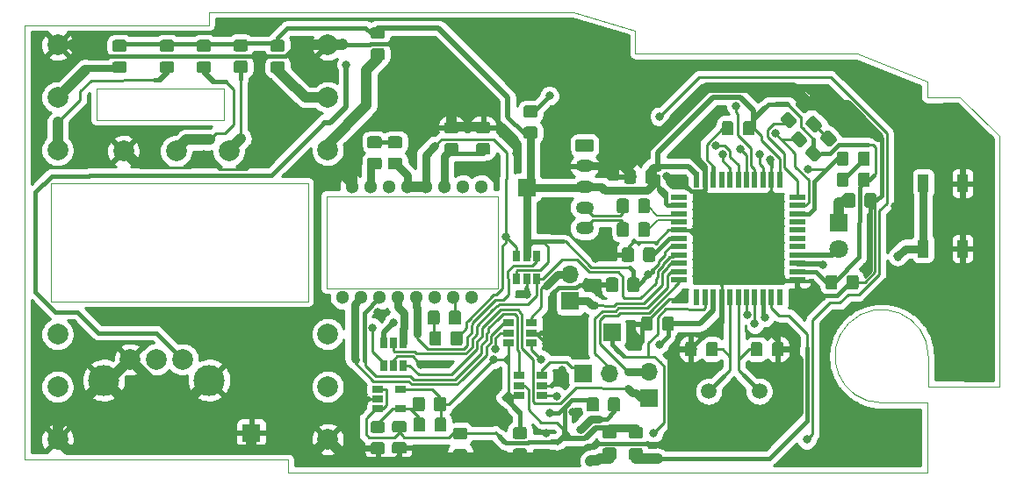
<source format=gbr>
G04 #@! TF.GenerationSoftware,KiCad,Pcbnew,5.99.0-unknown-d20d310~86~ubuntu18.04.1*
G04 #@! TF.CreationDate,2019-12-01T17:32:31+00:00*
G04 #@! TF.ProjectId,mouse8,6d6f7573-6538-42e6-9b69-6361645f7063,rev?*
G04 #@! TF.SameCoordinates,Original*
G04 #@! TF.FileFunction,Copper,L1,Top*
G04 #@! TF.FilePolarity,Positive*
%FSLAX46Y46*%
G04 Gerber Fmt 4.6, Leading zero omitted, Abs format (unit mm)*
G04 Created by KiCad (PCBNEW 5.99.0-unknown-d20d310~86~ubuntu18.04.1) date 2019-12-01 17:32:31*
%MOMM*%
%LPD*%
G04 APERTURE LIST*
%ADD10C,0.050000*%
%ADD11R,1.060000X0.650000*%
%ADD12R,1.000000X1.700000*%
%ADD13R,1.700000X1.700000*%
%ADD14O,1.700000X1.700000*%
%ADD15R,0.550000X1.500000*%
%ADD16R,1.500000X0.550000*%
%ADD17C,1.500000*%
%ADD18C,1.800000*%
%ADD19R,1.800000X1.800000*%
%ADD20R,0.650000X1.060000*%
%ADD21C,2.000000*%
%ADD22C,1.300000*%
%ADD23C,3.000000*%
%ADD24O,1.750000X1.200000*%
%ADD25C,0.800000*%
%ADD26C,0.250000*%
%ADD27C,0.400000*%
%ADD28C,1.000000*%
%ADD29C,0.800000*%
%ADD30C,0.500000*%
%ADD31C,0.200000*%
%ADD32C,0.254000*%
G04 APERTURE END LIST*
D10*
X94150000Y89606250D02*
X58980000Y89606250D01*
X100075000Y87831250D02*
X94150000Y89606250D01*
X100075000Y87831250D02*
X100075000Y85581250D01*
X131400000Y81356250D02*
X135175000Y77656250D01*
X128195000Y81351250D02*
X131400000Y81356250D01*
X128200000Y82906250D02*
X128195000Y81351250D01*
X121475000Y85581250D02*
X128200000Y82906250D01*
X100075000Y85581250D02*
X121475000Y85581250D01*
X128195000Y45156250D02*
X66600000Y45156250D01*
X135175000Y77656250D02*
X135180000Y53411250D01*
X128325000Y53431250D02*
X135180000Y53411250D01*
X128200000Y51856250D02*
X128195000Y45156250D01*
X128325000Y56356250D02*
X128325000Y53431250D01*
X123825000Y51856250D02*
X128200000Y51856250D01*
X123825000Y51856250D02*
G75*
G02X128325000Y56356250I0J4500000D01*
G01*
X48108800Y82189450D02*
X48108800Y79192250D01*
X60453200Y82189450D02*
X48108800Y82189450D01*
X60453200Y79192250D02*
X60453200Y82189450D01*
X48108800Y79192250D02*
X60453200Y79192250D01*
X43740000Y73096250D02*
X68505000Y73096250D01*
X70283000Y62936250D02*
X70283000Y71826250D01*
X86793000Y62936250D02*
X70283000Y62936250D01*
X86793000Y71826250D02*
X86793000Y62936250D01*
X70283000Y71826250D02*
X86793000Y71826250D01*
X66600000Y46426250D02*
X66600000Y45156250D01*
X41200000Y46426250D02*
X66600000Y46426250D01*
X58980000Y88336250D02*
X41200000Y88336250D01*
X58980000Y89606250D02*
X58980000Y88336250D01*
X43740000Y61666250D02*
X43740000Y62301250D01*
X68505000Y61666250D02*
X68505000Y62301250D01*
X68505000Y73096250D02*
X68505000Y62301250D01*
X43740000Y62301250D02*
X43740000Y73096250D01*
X68505000Y61666250D02*
X43740000Y61666250D01*
X41200000Y46426250D02*
X41200000Y88336250D01*
G04 #@! TA.AperFunction,SMDPad,CuDef*
G36*
X81056671Y60777370D02*
G01*
X81137777Y60723177D01*
X81191970Y60642071D01*
X81211000Y60546401D01*
X81211000Y59646399D01*
X81191970Y59550729D01*
X81137777Y59469623D01*
X81056671Y59415430D01*
X80961001Y59396400D01*
X80310999Y59396400D01*
X80215329Y59415430D01*
X80134223Y59469623D01*
X80080030Y59550729D01*
X80061000Y59646399D01*
X80061000Y60546401D01*
X80080030Y60642071D01*
X80134223Y60723177D01*
X80215329Y60777370D01*
X80310999Y60796400D01*
X80961001Y60796400D01*
X81056671Y60777370D01*
G37*
G04 #@! TD.AperFunction*
G04 #@! TA.AperFunction,SMDPad,CuDef*
G36*
X83106671Y60777370D02*
G01*
X83187777Y60723177D01*
X83241970Y60642071D01*
X83261000Y60546401D01*
X83261000Y59646399D01*
X83241970Y59550729D01*
X83187777Y59469623D01*
X83106671Y59415430D01*
X83011001Y59396400D01*
X82360999Y59396400D01*
X82265329Y59415430D01*
X82184223Y59469623D01*
X82130030Y59550729D01*
X82111000Y59646399D01*
X82111000Y60546401D01*
X82130030Y60642071D01*
X82184223Y60723177D01*
X82265329Y60777370D01*
X82360999Y60796400D01*
X83011001Y60796400D01*
X83106671Y60777370D01*
G37*
G04 #@! TD.AperFunction*
G04 #@! TA.AperFunction,SMDPad,CuDef*
G36*
X77863271Y48070370D02*
G01*
X77944377Y48016177D01*
X77998570Y47935071D01*
X78017600Y47839401D01*
X78017600Y47189399D01*
X77998570Y47093729D01*
X77944377Y47012623D01*
X77863271Y46958430D01*
X77767601Y46939400D01*
X76867599Y46939400D01*
X76771929Y46958430D01*
X76690823Y47012623D01*
X76636630Y47093729D01*
X76617600Y47189399D01*
X76617600Y47839401D01*
X76636630Y47935071D01*
X76690823Y48016177D01*
X76771929Y48070370D01*
X76867599Y48089400D01*
X77767601Y48089400D01*
X77863271Y48070370D01*
G37*
G04 #@! TD.AperFunction*
G04 #@! TA.AperFunction,SMDPad,CuDef*
G36*
X77863271Y50120370D02*
G01*
X77944377Y50066177D01*
X77998570Y49985071D01*
X78017600Y49889401D01*
X78017600Y49239399D01*
X77998570Y49143729D01*
X77944377Y49062623D01*
X77863271Y49008430D01*
X77767601Y48989400D01*
X76867599Y48989400D01*
X76771929Y49008430D01*
X76690823Y49062623D01*
X76636630Y49143729D01*
X76617600Y49239399D01*
X76617600Y49889401D01*
X76636630Y49985071D01*
X76690823Y50066177D01*
X76771929Y50120370D01*
X76867599Y50139400D01*
X77767601Y50139400D01*
X77863271Y50120370D01*
G37*
G04 #@! TD.AperFunction*
G04 #@! TA.AperFunction,SMDPad,CuDef*
G36*
X79659671Y50439570D02*
G01*
X79740777Y50385377D01*
X79794970Y50304271D01*
X79814000Y50208601D01*
X79814000Y49308599D01*
X79794970Y49212929D01*
X79740777Y49131823D01*
X79659671Y49077630D01*
X79564001Y49058600D01*
X78913999Y49058600D01*
X78818329Y49077630D01*
X78737223Y49131823D01*
X78683030Y49212929D01*
X78664000Y49308599D01*
X78664000Y50208601D01*
X78683030Y50304271D01*
X78737223Y50385377D01*
X78818329Y50439570D01*
X78913999Y50458600D01*
X79564001Y50458600D01*
X79659671Y50439570D01*
G37*
G04 #@! TD.AperFunction*
G04 #@! TA.AperFunction,SMDPad,CuDef*
G36*
X81709671Y50439570D02*
G01*
X81790777Y50385377D01*
X81844970Y50304271D01*
X81864000Y50208601D01*
X81864000Y49308599D01*
X81844970Y49212929D01*
X81790777Y49131823D01*
X81709671Y49077630D01*
X81614001Y49058600D01*
X80963999Y49058600D01*
X80868329Y49077630D01*
X80787223Y49131823D01*
X80733030Y49212929D01*
X80714000Y49308599D01*
X80714000Y50208601D01*
X80733030Y50304271D01*
X80787223Y50385377D01*
X80868329Y50439570D01*
X80963999Y50458600D01*
X81614001Y50458600D01*
X81709671Y50439570D01*
G37*
G04 #@! TD.AperFunction*
D11*
X77452400Y53197800D03*
X77452400Y51297800D03*
X75252400Y51297800D03*
X75252400Y52247800D03*
X75252400Y53197800D03*
G04 #@! TA.AperFunction,SMDPad,CuDef*
G36*
X75780471Y50094970D02*
G01*
X75861577Y50040777D01*
X75915770Y49959671D01*
X75934800Y49864001D01*
X75934800Y49213999D01*
X75915770Y49118329D01*
X75861577Y49037223D01*
X75780471Y48983030D01*
X75684801Y48964000D01*
X74784799Y48964000D01*
X74689129Y48983030D01*
X74608023Y49037223D01*
X74553830Y49118329D01*
X74534800Y49213999D01*
X74534800Y49864001D01*
X74553830Y49959671D01*
X74608023Y50040777D01*
X74689129Y50094970D01*
X74784799Y50114000D01*
X75684801Y50114000D01*
X75780471Y50094970D01*
G37*
G04 #@! TD.AperFunction*
G04 #@! TA.AperFunction,SMDPad,CuDef*
G36*
X75780471Y48044970D02*
G01*
X75861577Y47990777D01*
X75915770Y47909671D01*
X75934800Y47814001D01*
X75934800Y47163999D01*
X75915770Y47068329D01*
X75861577Y46987223D01*
X75780471Y46933030D01*
X75684801Y46914000D01*
X74784799Y46914000D01*
X74689129Y46933030D01*
X74608023Y46987223D01*
X74553830Y47068329D01*
X74534800Y47163999D01*
X74534800Y47814001D01*
X74553830Y47909671D01*
X74608023Y47990777D01*
X74689129Y48044970D01*
X74784799Y48064000D01*
X75684801Y48064000D01*
X75780471Y48044970D01*
G37*
G04 #@! TD.AperFunction*
G04 #@! TA.AperFunction,SMDPad,CuDef*
G36*
X81658871Y52420770D02*
G01*
X81739977Y52366577D01*
X81794170Y52285471D01*
X81813200Y52189801D01*
X81813200Y51289799D01*
X81794170Y51194129D01*
X81739977Y51113023D01*
X81658871Y51058830D01*
X81563201Y51039800D01*
X80913199Y51039800D01*
X80817529Y51058830D01*
X80736423Y51113023D01*
X80682230Y51194129D01*
X80663200Y51289799D01*
X80663200Y52189801D01*
X80682230Y52285471D01*
X80736423Y52366577D01*
X80817529Y52420770D01*
X80913199Y52439800D01*
X81563201Y52439800D01*
X81658871Y52420770D01*
G37*
G04 #@! TD.AperFunction*
G04 #@! TA.AperFunction,SMDPad,CuDef*
G36*
X79608871Y52420770D02*
G01*
X79689977Y52366577D01*
X79744170Y52285471D01*
X79763200Y52189801D01*
X79763200Y51289799D01*
X79744170Y51194129D01*
X79689977Y51113023D01*
X79608871Y51058830D01*
X79513201Y51039800D01*
X78863199Y51039800D01*
X78767529Y51058830D01*
X78686423Y51113023D01*
X78632230Y51194129D01*
X78613200Y51289799D01*
X78613200Y52189801D01*
X78632230Y52285471D01*
X78686423Y52366577D01*
X78767529Y52420770D01*
X78863199Y52439800D01*
X79513201Y52439800D01*
X79608871Y52420770D01*
G37*
G04 #@! TD.AperFunction*
D12*
X127817800Y66750800D03*
X127817800Y73050800D03*
X131617800Y66750800D03*
X131617800Y73050800D03*
G04 #@! TA.AperFunction,SMDPad,CuDef*
G36*
X82893671Y78995220D02*
G01*
X82974777Y78941027D01*
X83028970Y78859921D01*
X83048000Y78764251D01*
X83048000Y78114249D01*
X83028970Y78018579D01*
X82974777Y77937473D01*
X82893671Y77883280D01*
X82798001Y77864250D01*
X81897999Y77864250D01*
X81802329Y77883280D01*
X81721223Y77937473D01*
X81667030Y78018579D01*
X81648000Y78114249D01*
X81648000Y78764251D01*
X81667030Y78859921D01*
X81721223Y78941027D01*
X81802329Y78995220D01*
X81897999Y79014250D01*
X82798001Y79014250D01*
X82893671Y78995220D01*
G37*
G04 #@! TD.AperFunction*
G04 #@! TA.AperFunction,SMDPad,CuDef*
G36*
X82893671Y76945220D02*
G01*
X82974777Y76891027D01*
X83028970Y76809921D01*
X83048000Y76714251D01*
X83048000Y76064249D01*
X83028970Y75968579D01*
X82974777Y75887473D01*
X82893671Y75833280D01*
X82798001Y75814250D01*
X81897999Y75814250D01*
X81802329Y75833280D01*
X81721223Y75887473D01*
X81667030Y75968579D01*
X81648000Y76064249D01*
X81648000Y76714251D01*
X81667030Y76809921D01*
X81721223Y76891027D01*
X81802329Y76945220D01*
X81897999Y76964250D01*
X82798001Y76964250D01*
X82893671Y76945220D01*
G37*
G04 #@! TD.AperFunction*
G04 #@! TA.AperFunction,SMDPad,CuDef*
G36*
X85941671Y78995220D02*
G01*
X86022777Y78941027D01*
X86076970Y78859921D01*
X86096000Y78764251D01*
X86096000Y78114249D01*
X86076970Y78018579D01*
X86022777Y77937473D01*
X85941671Y77883280D01*
X85846001Y77864250D01*
X84945999Y77864250D01*
X84850329Y77883280D01*
X84769223Y77937473D01*
X84715030Y78018579D01*
X84696000Y78114249D01*
X84696000Y78764251D01*
X84715030Y78859921D01*
X84769223Y78941027D01*
X84850329Y78995220D01*
X84945999Y79014250D01*
X85846001Y79014250D01*
X85941671Y78995220D01*
G37*
G04 #@! TD.AperFunction*
G04 #@! TA.AperFunction,SMDPad,CuDef*
G36*
X85941671Y76945220D02*
G01*
X86022777Y76891027D01*
X86076970Y76809921D01*
X86096000Y76714251D01*
X86096000Y76064249D01*
X86076970Y75968579D01*
X86022777Y75887473D01*
X85941671Y75833280D01*
X85846001Y75814250D01*
X84945999Y75814250D01*
X84850329Y75833280D01*
X84769223Y75887473D01*
X84715030Y75968579D01*
X84696000Y76064249D01*
X84696000Y76714251D01*
X84715030Y76809921D01*
X84769223Y76891027D01*
X84850329Y76945220D01*
X84945999Y76964250D01*
X85846001Y76964250D01*
X85941671Y76945220D01*
G37*
G04 #@! TD.AperFunction*
G04 #@! TA.AperFunction,SMDPad,CuDef*
G36*
X98252471Y63952370D02*
G01*
X98333577Y63898177D01*
X98387770Y63817071D01*
X98406800Y63721401D01*
X98406800Y62821399D01*
X98387770Y62725729D01*
X98333577Y62644623D01*
X98252471Y62590430D01*
X98156801Y62571400D01*
X97506799Y62571400D01*
X97411129Y62590430D01*
X97330023Y62644623D01*
X97275830Y62725729D01*
X97256800Y62821399D01*
X97256800Y63721401D01*
X97275830Y63817071D01*
X97330023Y63898177D01*
X97411129Y63952370D01*
X97506799Y63971400D01*
X98156801Y63971400D01*
X98252471Y63952370D01*
G37*
G04 #@! TD.AperFunction*
G04 #@! TA.AperFunction,SMDPad,CuDef*
G36*
X100302471Y63952370D02*
G01*
X100383577Y63898177D01*
X100437770Y63817071D01*
X100456800Y63721401D01*
X100456800Y62821399D01*
X100437770Y62725729D01*
X100383577Y62644623D01*
X100302471Y62590430D01*
X100206801Y62571400D01*
X99556799Y62571400D01*
X99461129Y62590430D01*
X99380023Y62644623D01*
X99325830Y62725729D01*
X99306800Y62821399D01*
X99306800Y63721401D01*
X99325830Y63817071D01*
X99380023Y63898177D01*
X99461129Y63952370D01*
X99556799Y63971400D01*
X100206801Y63971400D01*
X100302471Y63952370D01*
G37*
G04 #@! TD.AperFunction*
G04 #@! TA.AperFunction,SMDPad,CuDef*
G36*
X111437671Y79055220D02*
G01*
X111518777Y79001027D01*
X111572970Y78919921D01*
X111592000Y78824251D01*
X111592000Y77924249D01*
X111572970Y77828579D01*
X111518777Y77747473D01*
X111437671Y77693280D01*
X111342001Y77674250D01*
X110691999Y77674250D01*
X110596329Y77693280D01*
X110515223Y77747473D01*
X110461030Y77828579D01*
X110442000Y77924249D01*
X110442000Y78824251D01*
X110461030Y78919921D01*
X110515223Y79001027D01*
X110596329Y79055220D01*
X110691999Y79074250D01*
X111342001Y79074250D01*
X111437671Y79055220D01*
G37*
G04 #@! TD.AperFunction*
G04 #@! TA.AperFunction,SMDPad,CuDef*
G36*
X109387671Y79055220D02*
G01*
X109468777Y79001027D01*
X109522970Y78919921D01*
X109542000Y78824251D01*
X109542000Y77924249D01*
X109522970Y77828579D01*
X109468777Y77747473D01*
X109387671Y77693280D01*
X109292001Y77674250D01*
X108641999Y77674250D01*
X108546329Y77693280D01*
X108465223Y77747473D01*
X108411030Y77828579D01*
X108392000Y77924249D01*
X108392000Y78824251D01*
X108411030Y78919921D01*
X108465223Y79001027D01*
X108546329Y79055220D01*
X108641999Y79074250D01*
X109292001Y79074250D01*
X109387671Y79055220D01*
G37*
G04 #@! TD.AperFunction*
G04 #@! TA.AperFunction,SMDPad,CuDef*
G36*
X89497671Y47444720D02*
G01*
X89578777Y47390527D01*
X89632970Y47309421D01*
X89652000Y47213751D01*
X89652000Y46563749D01*
X89632970Y46468079D01*
X89578777Y46386973D01*
X89497671Y46332780D01*
X89402001Y46313750D01*
X88501999Y46313750D01*
X88406329Y46332780D01*
X88325223Y46386973D01*
X88271030Y46468079D01*
X88252000Y46563749D01*
X88252000Y47213751D01*
X88271030Y47309421D01*
X88325223Y47390527D01*
X88406329Y47444720D01*
X88501999Y47463750D01*
X89402001Y47463750D01*
X89497671Y47444720D01*
G37*
G04 #@! TD.AperFunction*
G04 #@! TA.AperFunction,SMDPad,CuDef*
G36*
X89497671Y49494720D02*
G01*
X89578777Y49440527D01*
X89632970Y49359421D01*
X89652000Y49263751D01*
X89652000Y48613749D01*
X89632970Y48518079D01*
X89578777Y48436973D01*
X89497671Y48382780D01*
X89402001Y48363750D01*
X88501999Y48363750D01*
X88406329Y48382780D01*
X88325223Y48436973D01*
X88271030Y48518079D01*
X88252000Y48613749D01*
X88252000Y49263751D01*
X88271030Y49359421D01*
X88325223Y49440527D01*
X88406329Y49494720D01*
X88501999Y49513750D01*
X89402001Y49513750D01*
X89497671Y49494720D01*
G37*
G04 #@! TD.AperFunction*
G04 #@! TA.AperFunction,SMDPad,CuDef*
G36*
X83730671Y47409970D02*
G01*
X83811777Y47355777D01*
X83865970Y47274671D01*
X83885000Y47179001D01*
X83885000Y46528999D01*
X83865970Y46433329D01*
X83811777Y46352223D01*
X83730671Y46298030D01*
X83635001Y46279000D01*
X82734999Y46279000D01*
X82639329Y46298030D01*
X82558223Y46352223D01*
X82504030Y46433329D01*
X82485000Y46528999D01*
X82485000Y47179001D01*
X82504030Y47274671D01*
X82558223Y47355777D01*
X82639329Y47409970D01*
X82734999Y47429000D01*
X83635001Y47429000D01*
X83730671Y47409970D01*
G37*
G04 #@! TD.AperFunction*
G04 #@! TA.AperFunction,SMDPad,CuDef*
G36*
X83730671Y49459970D02*
G01*
X83811777Y49405777D01*
X83865970Y49324671D01*
X83885000Y49229001D01*
X83885000Y48578999D01*
X83865970Y48483329D01*
X83811777Y48402223D01*
X83730671Y48348030D01*
X83635001Y48329000D01*
X82734999Y48329000D01*
X82639329Y48348030D01*
X82558223Y48402223D01*
X82504030Y48483329D01*
X82485000Y48578999D01*
X82485000Y49229001D01*
X82504030Y49324671D01*
X82558223Y49405777D01*
X82639329Y49459970D01*
X82734999Y49479000D01*
X83635001Y49479000D01*
X83730671Y49459970D01*
G37*
G04 #@! TD.AperFunction*
G04 #@! TA.AperFunction,SMDPad,CuDef*
G36*
X99979671Y74387220D02*
G01*
X100060777Y74333027D01*
X100114970Y74251921D01*
X100134000Y74156251D01*
X100134000Y73256249D01*
X100114970Y73160579D01*
X100060777Y73079473D01*
X99979671Y73025280D01*
X99884001Y73006250D01*
X99233999Y73006250D01*
X99138329Y73025280D01*
X99057223Y73079473D01*
X99003030Y73160579D01*
X98984000Y73256249D01*
X98984000Y74156251D01*
X99003030Y74251921D01*
X99057223Y74333027D01*
X99138329Y74387220D01*
X99233999Y74406250D01*
X99884001Y74406250D01*
X99979671Y74387220D01*
G37*
G04 #@! TD.AperFunction*
G04 #@! TA.AperFunction,SMDPad,CuDef*
G36*
X102029671Y74387220D02*
G01*
X102110777Y74333027D01*
X102164970Y74251921D01*
X102184000Y74156251D01*
X102184000Y73256249D01*
X102164970Y73160579D01*
X102110777Y73079473D01*
X102029671Y73025280D01*
X101934001Y73006250D01*
X101283999Y73006250D01*
X101188329Y73025280D01*
X101107223Y73079473D01*
X101053030Y73160579D01*
X101034000Y73256249D01*
X101034000Y74156251D01*
X101053030Y74251921D01*
X101107223Y74333027D01*
X101188329Y74387220D01*
X101283999Y74406250D01*
X101934001Y74406250D01*
X102029671Y74387220D01*
G37*
G04 #@! TD.AperFunction*
G04 #@! TA.AperFunction,SMDPad,CuDef*
G36*
X101595671Y60187220D02*
G01*
X101676777Y60133027D01*
X101730970Y60051921D01*
X101750000Y59956251D01*
X101750000Y59056249D01*
X101730970Y58960579D01*
X101676777Y58879473D01*
X101595671Y58825280D01*
X101500001Y58806250D01*
X100849999Y58806250D01*
X100754329Y58825280D01*
X100673223Y58879473D01*
X100619030Y58960579D01*
X100600000Y59056249D01*
X100600000Y59956251D01*
X100619030Y60051921D01*
X100673223Y60133027D01*
X100754329Y60187220D01*
X100849999Y60206250D01*
X101500001Y60206250D01*
X101595671Y60187220D01*
G37*
G04 #@! TD.AperFunction*
G04 #@! TA.AperFunction,SMDPad,CuDef*
G36*
X103645671Y60187220D02*
G01*
X103726777Y60133027D01*
X103780970Y60051921D01*
X103800000Y59956251D01*
X103800000Y59056249D01*
X103780970Y58960579D01*
X103726777Y58879473D01*
X103645671Y58825280D01*
X103550001Y58806250D01*
X102899999Y58806250D01*
X102804329Y58825280D01*
X102723223Y58879473D01*
X102669030Y58960579D01*
X102650000Y59056249D01*
X102650000Y59956251D01*
X102669030Y60051921D01*
X102723223Y60133027D01*
X102804329Y60187220D01*
X102899999Y60206250D01*
X103550001Y60206250D01*
X103645671Y60187220D01*
G37*
G04 #@! TD.AperFunction*
G04 #@! TA.AperFunction,SMDPad,CuDef*
G36*
X121445671Y64187220D02*
G01*
X121526777Y64133027D01*
X121580970Y64051921D01*
X121600000Y63956251D01*
X121600000Y63056249D01*
X121580970Y62960579D01*
X121526777Y62879473D01*
X121445671Y62825280D01*
X121350001Y62806250D01*
X120699999Y62806250D01*
X120604329Y62825280D01*
X120523223Y62879473D01*
X120469030Y62960579D01*
X120450000Y63056249D01*
X120450000Y63956251D01*
X120469030Y64051921D01*
X120523223Y64133027D01*
X120604329Y64187220D01*
X120699999Y64206250D01*
X121350001Y64206250D01*
X121445671Y64187220D01*
G37*
G04 #@! TD.AperFunction*
G04 #@! TA.AperFunction,SMDPad,CuDef*
G36*
X119395671Y64187220D02*
G01*
X119476777Y64133027D01*
X119530970Y64051921D01*
X119550000Y63956251D01*
X119550000Y63056249D01*
X119530970Y62960579D01*
X119476777Y62879473D01*
X119395671Y62825280D01*
X119300001Y62806250D01*
X118649999Y62806250D01*
X118554329Y62825280D01*
X118473223Y62879473D01*
X118419030Y62960579D01*
X118400000Y63056249D01*
X118400000Y63956251D01*
X118419030Y64051921D01*
X118473223Y64133027D01*
X118554329Y64187220D01*
X118649999Y64206250D01*
X119300001Y64206250D01*
X119395671Y64187220D01*
G37*
G04 #@! TD.AperFunction*
G04 #@! TA.AperFunction,SMDPad,CuDef*
G36*
X114231671Y57719220D02*
G01*
X114312777Y57665027D01*
X114366970Y57583921D01*
X114386000Y57488251D01*
X114386000Y56588249D01*
X114366970Y56492579D01*
X114312777Y56411473D01*
X114231671Y56357280D01*
X114136001Y56338250D01*
X113485999Y56338250D01*
X113390329Y56357280D01*
X113309223Y56411473D01*
X113255030Y56492579D01*
X113236000Y56588249D01*
X113236000Y57488251D01*
X113255030Y57583921D01*
X113309223Y57665027D01*
X113390329Y57719220D01*
X113485999Y57738250D01*
X114136001Y57738250D01*
X114231671Y57719220D01*
G37*
G04 #@! TD.AperFunction*
G04 #@! TA.AperFunction,SMDPad,CuDef*
G36*
X112181671Y57719220D02*
G01*
X112262777Y57665027D01*
X112316970Y57583921D01*
X112336000Y57488251D01*
X112336000Y56588249D01*
X112316970Y56492579D01*
X112262777Y56411473D01*
X112181671Y56357280D01*
X112086001Y56338250D01*
X111435999Y56338250D01*
X111340329Y56357280D01*
X111259223Y56411473D01*
X111205030Y56492579D01*
X111186000Y56588249D01*
X111186000Y57488251D01*
X111205030Y57583921D01*
X111259223Y57665027D01*
X111340329Y57719220D01*
X111435999Y57738250D01*
X112086001Y57738250D01*
X112181671Y57719220D01*
G37*
G04 #@! TD.AperFunction*
G04 #@! TA.AperFunction,SMDPad,CuDef*
G36*
X105831671Y57719220D02*
G01*
X105912777Y57665027D01*
X105966970Y57583921D01*
X105986000Y57488251D01*
X105986000Y56588249D01*
X105966970Y56492579D01*
X105912777Y56411473D01*
X105831671Y56357280D01*
X105736001Y56338250D01*
X105085999Y56338250D01*
X104990329Y56357280D01*
X104909223Y56411473D01*
X104855030Y56492579D01*
X104836000Y56588249D01*
X104836000Y57488251D01*
X104855030Y57583921D01*
X104909223Y57665027D01*
X104990329Y57719220D01*
X105085999Y57738250D01*
X105736001Y57738250D01*
X105831671Y57719220D01*
G37*
G04 #@! TD.AperFunction*
G04 #@! TA.AperFunction,SMDPad,CuDef*
G36*
X107881671Y57719220D02*
G01*
X107962777Y57665027D01*
X108016970Y57583921D01*
X108036000Y57488251D01*
X108036000Y56588249D01*
X108016970Y56492579D01*
X107962777Y56411473D01*
X107881671Y56357280D01*
X107786001Y56338250D01*
X107135999Y56338250D01*
X107040329Y56357280D01*
X106959223Y56411473D01*
X106905030Y56492579D01*
X106886000Y56588249D01*
X106886000Y57488251D01*
X106905030Y57583921D01*
X106959223Y57665027D01*
X107040329Y57719220D01*
X107135999Y57738250D01*
X107786001Y57738250D01*
X107881671Y57719220D01*
G37*
G04 #@! TD.AperFunction*
G04 #@! TA.AperFunction,SMDPad,CuDef*
G36*
X99776471Y66847970D02*
G01*
X99857577Y66793777D01*
X99911770Y66712671D01*
X99930800Y66617001D01*
X99930800Y65716999D01*
X99911770Y65621329D01*
X99857577Y65540223D01*
X99776471Y65486030D01*
X99680801Y65467000D01*
X99030799Y65467000D01*
X98935129Y65486030D01*
X98854023Y65540223D01*
X98799830Y65621329D01*
X98780800Y65716999D01*
X98780800Y66617001D01*
X98799830Y66712671D01*
X98854023Y66793777D01*
X98935129Y66847970D01*
X99030799Y66867000D01*
X99680801Y66867000D01*
X99776471Y66847970D01*
G37*
G04 #@! TD.AperFunction*
G04 #@! TA.AperFunction,SMDPad,CuDef*
G36*
X101826471Y66847970D02*
G01*
X101907577Y66793777D01*
X101961770Y66712671D01*
X101980800Y66617001D01*
X101980800Y65716999D01*
X101961770Y65621329D01*
X101907577Y65540223D01*
X101826471Y65486030D01*
X101730801Y65467000D01*
X101080799Y65467000D01*
X100985129Y65486030D01*
X100904023Y65540223D01*
X100849830Y65621329D01*
X100830800Y65716999D01*
X100830800Y66617001D01*
X100849830Y66712671D01*
X100904023Y66793777D01*
X100985129Y66847970D01*
X101080799Y66867000D01*
X101730801Y66867000D01*
X101826471Y66847970D01*
G37*
G04 #@! TD.AperFunction*
G04 #@! TA.AperFunction,SMDPad,CuDef*
G36*
X50889671Y86886720D02*
G01*
X50970777Y86832527D01*
X51024970Y86751421D01*
X51044000Y86655751D01*
X51044000Y86005749D01*
X51024970Y85910079D01*
X50970777Y85828973D01*
X50889671Y85774780D01*
X50794001Y85755750D01*
X49893999Y85755750D01*
X49798329Y85774780D01*
X49717223Y85828973D01*
X49663030Y85910079D01*
X49644000Y86005749D01*
X49644000Y86655751D01*
X49663030Y86751421D01*
X49717223Y86832527D01*
X49798329Y86886720D01*
X49893999Y86905750D01*
X50794001Y86905750D01*
X50889671Y86886720D01*
G37*
G04 #@! TD.AperFunction*
G04 #@! TA.AperFunction,SMDPad,CuDef*
G36*
X50889671Y84836720D02*
G01*
X50970777Y84782527D01*
X51024970Y84701421D01*
X51044000Y84605751D01*
X51044000Y83955749D01*
X51024970Y83860079D01*
X50970777Y83778973D01*
X50889671Y83724780D01*
X50794001Y83705750D01*
X49893999Y83705750D01*
X49798329Y83724780D01*
X49717223Y83778973D01*
X49663030Y83860079D01*
X49644000Y83955749D01*
X49644000Y84605751D01*
X49663030Y84701421D01*
X49717223Y84782527D01*
X49798329Y84836720D01*
X49893999Y84855750D01*
X50794001Y84855750D01*
X50889671Y84836720D01*
G37*
G04 #@! TD.AperFunction*
G04 #@! TA.AperFunction,SMDPad,CuDef*
G36*
X75781671Y86089220D02*
G01*
X75862777Y86035027D01*
X75916970Y85953921D01*
X75936000Y85858251D01*
X75936000Y85208249D01*
X75916970Y85112579D01*
X75862777Y85031473D01*
X75781671Y84977280D01*
X75686001Y84958250D01*
X74785999Y84958250D01*
X74690329Y84977280D01*
X74609223Y85031473D01*
X74555030Y85112579D01*
X74536000Y85208249D01*
X74536000Y85858251D01*
X74555030Y85953921D01*
X74609223Y86035027D01*
X74690329Y86089220D01*
X74785999Y86108250D01*
X75686001Y86108250D01*
X75781671Y86089220D01*
G37*
G04 #@! TD.AperFunction*
G04 #@! TA.AperFunction,SMDPad,CuDef*
G36*
X75781671Y88139220D02*
G01*
X75862777Y88085027D01*
X75916970Y88003921D01*
X75936000Y87908251D01*
X75936000Y87258249D01*
X75916970Y87162579D01*
X75862777Y87081473D01*
X75781671Y87027280D01*
X75686001Y87008250D01*
X74785999Y87008250D01*
X74690329Y87027280D01*
X74609223Y87081473D01*
X74555030Y87162579D01*
X74536000Y87258249D01*
X74536000Y87908251D01*
X74555030Y88003921D01*
X74609223Y88085027D01*
X74690329Y88139220D01*
X74785999Y88158250D01*
X75686001Y88158250D01*
X75781671Y88139220D01*
G37*
G04 #@! TD.AperFunction*
G04 #@! TA.AperFunction,SMDPad,CuDef*
G36*
X98445671Y52387220D02*
G01*
X98526777Y52333027D01*
X98580970Y52251921D01*
X98600000Y52156251D01*
X98600000Y51256249D01*
X98580970Y51160579D01*
X98526777Y51079473D01*
X98445671Y51025280D01*
X98350001Y51006250D01*
X97699999Y51006250D01*
X97604329Y51025280D01*
X97523223Y51079473D01*
X97469030Y51160579D01*
X97450000Y51256249D01*
X97450000Y52156251D01*
X97469030Y52251921D01*
X97523223Y52333027D01*
X97604329Y52387220D01*
X97699999Y52406250D01*
X98350001Y52406250D01*
X98445671Y52387220D01*
G37*
G04 #@! TD.AperFunction*
G04 #@! TA.AperFunction,SMDPad,CuDef*
G36*
X96395671Y52387220D02*
G01*
X96476777Y52333027D01*
X96530970Y52251921D01*
X96550000Y52156251D01*
X96550000Y51256249D01*
X96530970Y51160579D01*
X96476777Y51079473D01*
X96395671Y51025280D01*
X96300001Y51006250D01*
X95649999Y51006250D01*
X95554329Y51025280D01*
X95473223Y51079473D01*
X95419030Y51160579D01*
X95400000Y51256249D01*
X95400000Y52156251D01*
X95419030Y52251921D01*
X95473223Y52333027D01*
X95554329Y52387220D01*
X95649999Y52406250D01*
X96300001Y52406250D01*
X96395671Y52387220D01*
G37*
G04 #@! TD.AperFunction*
G04 #@! TA.AperFunction,SMDPad,CuDef*
G36*
X62573671Y84873220D02*
G01*
X62654777Y84819027D01*
X62708970Y84737921D01*
X62728000Y84642251D01*
X62728000Y83992249D01*
X62708970Y83896579D01*
X62654777Y83815473D01*
X62573671Y83761280D01*
X62478001Y83742250D01*
X61577999Y83742250D01*
X61482329Y83761280D01*
X61401223Y83815473D01*
X61347030Y83896579D01*
X61328000Y83992249D01*
X61328000Y84642251D01*
X61347030Y84737921D01*
X61401223Y84819027D01*
X61482329Y84873220D01*
X61577999Y84892250D01*
X62478001Y84892250D01*
X62573671Y84873220D01*
G37*
G04 #@! TD.AperFunction*
G04 #@! TA.AperFunction,SMDPad,CuDef*
G36*
X62573671Y86923220D02*
G01*
X62654777Y86869027D01*
X62708970Y86787921D01*
X62728000Y86692251D01*
X62728000Y86042249D01*
X62708970Y85946579D01*
X62654777Y85865473D01*
X62573671Y85811280D01*
X62478001Y85792250D01*
X61577999Y85792250D01*
X61482329Y85811280D01*
X61401223Y85865473D01*
X61347030Y85946579D01*
X61328000Y86042249D01*
X61328000Y86692251D01*
X61347030Y86787921D01*
X61401223Y86869027D01*
X61482329Y86923220D01*
X61577999Y86942250D01*
X62478001Y86942250D01*
X62573671Y86923220D01*
G37*
G04 #@! TD.AperFunction*
G04 #@! TA.AperFunction,SMDPad,CuDef*
G36*
X55461671Y84836720D02*
G01*
X55542777Y84782527D01*
X55596970Y84701421D01*
X55616000Y84605751D01*
X55616000Y83955749D01*
X55596970Y83860079D01*
X55542777Y83778973D01*
X55461671Y83724780D01*
X55366001Y83705750D01*
X54465999Y83705750D01*
X54370329Y83724780D01*
X54289223Y83778973D01*
X54235030Y83860079D01*
X54216000Y83955749D01*
X54216000Y84605751D01*
X54235030Y84701421D01*
X54289223Y84782527D01*
X54370329Y84836720D01*
X54465999Y84855750D01*
X55366001Y84855750D01*
X55461671Y84836720D01*
G37*
G04 #@! TD.AperFunction*
G04 #@! TA.AperFunction,SMDPad,CuDef*
G36*
X55461671Y86886720D02*
G01*
X55542777Y86832527D01*
X55596970Y86751421D01*
X55616000Y86655751D01*
X55616000Y86005749D01*
X55596970Y85910079D01*
X55542777Y85828973D01*
X55461671Y85774780D01*
X55366001Y85755750D01*
X54465999Y85755750D01*
X54370329Y85774780D01*
X54289223Y85828973D01*
X54235030Y85910079D01*
X54216000Y86005749D01*
X54216000Y86655751D01*
X54235030Y86751421D01*
X54289223Y86832527D01*
X54370329Y86886720D01*
X54465999Y86905750D01*
X55366001Y86905750D01*
X55461671Y86886720D01*
G37*
G04 #@! TD.AperFunction*
G04 #@! TA.AperFunction,SMDPad,CuDef*
G36*
X90513671Y80555720D02*
G01*
X90594777Y80501527D01*
X90648970Y80420421D01*
X90668000Y80324751D01*
X90668000Y79674749D01*
X90648970Y79579079D01*
X90594777Y79497973D01*
X90513671Y79443780D01*
X90418001Y79424750D01*
X89517999Y79424750D01*
X89422329Y79443780D01*
X89341223Y79497973D01*
X89287030Y79579079D01*
X89268000Y79674749D01*
X89268000Y80324751D01*
X89287030Y80420421D01*
X89341223Y80501527D01*
X89422329Y80555720D01*
X89517999Y80574750D01*
X90418001Y80574750D01*
X90513671Y80555720D01*
G37*
G04 #@! TD.AperFunction*
G04 #@! TA.AperFunction,SMDPad,CuDef*
G36*
X90513671Y78505720D02*
G01*
X90594777Y78451527D01*
X90648970Y78370421D01*
X90668000Y78274751D01*
X90668000Y77624749D01*
X90648970Y77529079D01*
X90594777Y77447973D01*
X90513671Y77393780D01*
X90418001Y77374750D01*
X89517999Y77374750D01*
X89422329Y77393780D01*
X89341223Y77447973D01*
X89287030Y77529079D01*
X89268000Y77624749D01*
X89268000Y78274751D01*
X89287030Y78370421D01*
X89341223Y78451527D01*
X89422329Y78505720D01*
X89517999Y78524750D01*
X90418001Y78524750D01*
X90513671Y78505720D01*
G37*
G04 #@! TD.AperFunction*
G04 #@! TA.AperFunction,SMDPad,CuDef*
G36*
X121112471Y72105770D02*
G01*
X121193577Y72051577D01*
X121247770Y71970471D01*
X121266800Y71874801D01*
X121266800Y70974799D01*
X121247770Y70879129D01*
X121193577Y70798023D01*
X121112471Y70743830D01*
X121016801Y70724800D01*
X120366799Y70724800D01*
X120271129Y70743830D01*
X120190023Y70798023D01*
X120135830Y70879129D01*
X120116800Y70974799D01*
X120116800Y71874801D01*
X120135830Y71970471D01*
X120190023Y72051577D01*
X120271129Y72105770D01*
X120366799Y72124800D01*
X121016801Y72124800D01*
X121112471Y72105770D01*
G37*
G04 #@! TD.AperFunction*
G04 #@! TA.AperFunction,SMDPad,CuDef*
G36*
X123162471Y72105770D02*
G01*
X123243577Y72051577D01*
X123297770Y71970471D01*
X123316800Y71874801D01*
X123316800Y70974799D01*
X123297770Y70879129D01*
X123243577Y70798023D01*
X123162471Y70743830D01*
X123066801Y70724800D01*
X122416799Y70724800D01*
X122321129Y70743830D01*
X122240023Y70798023D01*
X122185830Y70879129D01*
X122166800Y70974799D01*
X122166800Y71874801D01*
X122185830Y71970471D01*
X122240023Y72051577D01*
X122321129Y72105770D01*
X122416799Y72124800D01*
X123066801Y72124800D01*
X123162471Y72105770D01*
G37*
G04 #@! TD.AperFunction*
G04 #@! TA.AperFunction,SMDPad,CuDef*
G36*
X75475671Y77577770D02*
G01*
X75556777Y77523577D01*
X75610970Y77442471D01*
X75630000Y77346801D01*
X75630000Y76696799D01*
X75610970Y76601129D01*
X75556777Y76520023D01*
X75475671Y76465830D01*
X75380001Y76446800D01*
X74479999Y76446800D01*
X74384329Y76465830D01*
X74303223Y76520023D01*
X74249030Y76601129D01*
X74230000Y76696799D01*
X74230000Y77346801D01*
X74249030Y77442471D01*
X74303223Y77523577D01*
X74384329Y77577770D01*
X74479999Y77596800D01*
X75380001Y77596800D01*
X75475671Y77577770D01*
G37*
G04 #@! TD.AperFunction*
G04 #@! TA.AperFunction,SMDPad,CuDef*
G36*
X75475671Y75527770D02*
G01*
X75556777Y75473577D01*
X75610970Y75392471D01*
X75630000Y75296801D01*
X75630000Y74646799D01*
X75610970Y74551129D01*
X75556777Y74470023D01*
X75475671Y74415830D01*
X75380001Y74396800D01*
X74479999Y74396800D01*
X74384329Y74415830D01*
X74303223Y74470023D01*
X74249030Y74551129D01*
X74230000Y74646799D01*
X74230000Y75296801D01*
X74249030Y75392471D01*
X74303223Y75473577D01*
X74384329Y75527770D01*
X74479999Y75546800D01*
X75380001Y75546800D01*
X75475671Y75527770D01*
G37*
G04 #@! TD.AperFunction*
G04 #@! TA.AperFunction,SMDPad,CuDef*
G36*
X115854914Y78094810D02*
G01*
X115936020Y78040617D01*
X116572417Y77404220D01*
X116626610Y77323114D01*
X116645640Y77227444D01*
X116626610Y77131774D01*
X116572417Y77050668D01*
X116112796Y76591047D01*
X116031690Y76536854D01*
X115936020Y76517824D01*
X115840350Y76536854D01*
X115759244Y76591047D01*
X115122847Y77227444D01*
X115068654Y77308550D01*
X115049624Y77404220D01*
X115068654Y77499890D01*
X115122847Y77580996D01*
X115582468Y78040617D01*
X115663574Y78094810D01*
X115759244Y78113840D01*
X115854914Y78094810D01*
G37*
G04 #@! TD.AperFunction*
G04 #@! TA.AperFunction,SMDPad,CuDef*
G36*
X117304482Y79544378D02*
G01*
X117385588Y79490185D01*
X118021985Y78853788D01*
X118076178Y78772682D01*
X118095208Y78677012D01*
X118076178Y78581342D01*
X118021985Y78500236D01*
X117562364Y78040615D01*
X117481258Y77986422D01*
X117385588Y77967392D01*
X117289918Y77986422D01*
X117208812Y78040615D01*
X116572415Y78677012D01*
X116518222Y78758118D01*
X116499192Y78853788D01*
X116518222Y78949458D01*
X116572415Y79030564D01*
X117032036Y79490185D01*
X117113142Y79544378D01*
X117208812Y79563408D01*
X117304482Y79544378D01*
G37*
G04 #@! TD.AperFunction*
G04 #@! TA.AperFunction,SMDPad,CuDef*
G36*
X98133671Y49567720D02*
G01*
X98214777Y49513527D01*
X98268970Y49432421D01*
X98288000Y49336751D01*
X98288000Y48686749D01*
X98268970Y48591079D01*
X98214777Y48509973D01*
X98133671Y48455780D01*
X98038001Y48436750D01*
X97137999Y48436750D01*
X97042329Y48455780D01*
X96961223Y48509973D01*
X96907030Y48591079D01*
X96888000Y48686749D01*
X96888000Y49336751D01*
X96907030Y49432421D01*
X96961223Y49513527D01*
X97042329Y49567720D01*
X97137999Y49586750D01*
X98038001Y49586750D01*
X98133671Y49567720D01*
G37*
G04 #@! TD.AperFunction*
G04 #@! TA.AperFunction,SMDPad,CuDef*
G36*
X98133671Y47517720D02*
G01*
X98214777Y47463527D01*
X98268970Y47382421D01*
X98288000Y47286751D01*
X98288000Y46636749D01*
X98268970Y46541079D01*
X98214777Y46459973D01*
X98133671Y46405780D01*
X98038001Y46386750D01*
X97137999Y46386750D01*
X97042329Y46405780D01*
X96961223Y46459973D01*
X96907030Y46541079D01*
X96888000Y46636749D01*
X96888000Y47286751D01*
X96907030Y47382421D01*
X96961223Y47463527D01*
X97042329Y47517720D01*
X97137999Y47536750D01*
X98038001Y47536750D01*
X98133671Y47517720D01*
G37*
G04 #@! TD.AperFunction*
G04 #@! TA.AperFunction,SMDPad,CuDef*
G36*
X59017671Y86886720D02*
G01*
X59098777Y86832527D01*
X59152970Y86751421D01*
X59172000Y86655751D01*
X59172000Y86005749D01*
X59152970Y85910079D01*
X59098777Y85828973D01*
X59017671Y85774780D01*
X58922001Y85755750D01*
X58021999Y85755750D01*
X57926329Y85774780D01*
X57845223Y85828973D01*
X57791030Y85910079D01*
X57772000Y86005749D01*
X57772000Y86655751D01*
X57791030Y86751421D01*
X57845223Y86832527D01*
X57926329Y86886720D01*
X58021999Y86905750D01*
X58922001Y86905750D01*
X59017671Y86886720D01*
G37*
G04 #@! TD.AperFunction*
G04 #@! TA.AperFunction,SMDPad,CuDef*
G36*
X59017671Y84836720D02*
G01*
X59098777Y84782527D01*
X59152970Y84701421D01*
X59172000Y84605751D01*
X59172000Y83955749D01*
X59152970Y83860079D01*
X59098777Y83778973D01*
X59017671Y83724780D01*
X58922001Y83705750D01*
X58021999Y83705750D01*
X57926329Y83724780D01*
X57845223Y83778973D01*
X57791030Y83860079D01*
X57772000Y83955749D01*
X57772000Y84605751D01*
X57791030Y84701421D01*
X57845223Y84782527D01*
X57926329Y84836720D01*
X58021999Y84855750D01*
X58922001Y84855750D01*
X59017671Y84836720D01*
G37*
G04 #@! TD.AperFunction*
G04 #@! TA.AperFunction,SMDPad,CuDef*
G36*
X100673671Y49531220D02*
G01*
X100754777Y49477027D01*
X100808970Y49395921D01*
X100828000Y49300251D01*
X100828000Y48650249D01*
X100808970Y48554579D01*
X100754777Y48473473D01*
X100673671Y48419280D01*
X100578001Y48400250D01*
X99677999Y48400250D01*
X99582329Y48419280D01*
X99501223Y48473473D01*
X99447030Y48554579D01*
X99428000Y48650249D01*
X99428000Y49300251D01*
X99447030Y49395921D01*
X99501223Y49477027D01*
X99582329Y49531220D01*
X99677999Y49550250D01*
X100578001Y49550250D01*
X100673671Y49531220D01*
G37*
G04 #@! TD.AperFunction*
G04 #@! TA.AperFunction,SMDPad,CuDef*
G36*
X100673671Y47481220D02*
G01*
X100754777Y47427027D01*
X100808970Y47345921D01*
X100828000Y47250251D01*
X100828000Y46600249D01*
X100808970Y46504579D01*
X100754777Y46423473D01*
X100673671Y46369280D01*
X100578001Y46350250D01*
X99677999Y46350250D01*
X99582329Y46369280D01*
X99501223Y46423473D01*
X99447030Y46504579D01*
X99428000Y46600249D01*
X99428000Y47250251D01*
X99447030Y47345921D01*
X99501223Y47427027D01*
X99582329Y47481220D01*
X99677999Y47500250D01*
X100578001Y47500250D01*
X100673671Y47481220D01*
G37*
G04 #@! TD.AperFunction*
G04 #@! TA.AperFunction,SMDPad,CuDef*
G36*
X66129671Y86886720D02*
G01*
X66210777Y86832527D01*
X66264970Y86751421D01*
X66284000Y86655751D01*
X66284000Y86005749D01*
X66264970Y85910079D01*
X66210777Y85828973D01*
X66129671Y85774780D01*
X66034001Y85755750D01*
X65133999Y85755750D01*
X65038329Y85774780D01*
X64957223Y85828973D01*
X64903030Y85910079D01*
X64884000Y86005749D01*
X64884000Y86655751D01*
X64903030Y86751421D01*
X64957223Y86832527D01*
X65038329Y86886720D01*
X65133999Y86905750D01*
X66034001Y86905750D01*
X66129671Y86886720D01*
G37*
G04 #@! TD.AperFunction*
G04 #@! TA.AperFunction,SMDPad,CuDef*
G36*
X66129671Y84836720D02*
G01*
X66210777Y84782527D01*
X66264970Y84701421D01*
X66284000Y84605751D01*
X66284000Y83955749D01*
X66264970Y83860079D01*
X66210777Y83778973D01*
X66129671Y83724780D01*
X66034001Y83705750D01*
X65133999Y83705750D01*
X65038329Y83724780D01*
X64957223Y83778973D01*
X64903030Y83860079D01*
X64884000Y83955749D01*
X64884000Y84605751D01*
X64903030Y84701421D01*
X64957223Y84782527D01*
X65038329Y84836720D01*
X65133999Y84855750D01*
X66034001Y84855750D01*
X66129671Y84836720D01*
G37*
G04 #@! TD.AperFunction*
G04 #@! TA.AperFunction,SMDPad,CuDef*
G36*
X117265498Y76711394D02*
G01*
X117346604Y76657201D01*
X117983001Y76020804D01*
X118037194Y75939698D01*
X118056224Y75844028D01*
X118037194Y75748358D01*
X117983001Y75667252D01*
X117523380Y75207631D01*
X117442274Y75153438D01*
X117346604Y75134408D01*
X117250934Y75153438D01*
X117169828Y75207631D01*
X116533431Y75844028D01*
X116479238Y75925134D01*
X116460208Y76020804D01*
X116479238Y76116474D01*
X116533431Y76197580D01*
X116993052Y76657201D01*
X117074158Y76711394D01*
X117169828Y76730424D01*
X117265498Y76711394D01*
G37*
G04 #@! TD.AperFunction*
G04 #@! TA.AperFunction,SMDPad,CuDef*
G36*
X118715066Y78160962D02*
G01*
X118796172Y78106769D01*
X119432569Y77470372D01*
X119486762Y77389266D01*
X119505792Y77293596D01*
X119486762Y77197926D01*
X119432569Y77116820D01*
X118972948Y76657199D01*
X118891842Y76603006D01*
X118796172Y76583976D01*
X118700502Y76603006D01*
X118619396Y76657199D01*
X117982999Y77293596D01*
X117928806Y77374702D01*
X117909776Y77470372D01*
X117928806Y77566042D01*
X117982999Y77647148D01*
X118442620Y78106769D01*
X118523726Y78160962D01*
X118619396Y78179992D01*
X118715066Y78160962D01*
G37*
G04 #@! TD.AperFunction*
G04 #@! TA.AperFunction,SMDPad,CuDef*
G36*
X120477471Y76118970D02*
G01*
X120558577Y76064777D01*
X120612770Y75983671D01*
X120631800Y75888001D01*
X120631800Y74987999D01*
X120612770Y74892329D01*
X120558577Y74811223D01*
X120477471Y74757030D01*
X120381801Y74738000D01*
X119731799Y74738000D01*
X119636129Y74757030D01*
X119555023Y74811223D01*
X119500830Y74892329D01*
X119481800Y74987999D01*
X119481800Y75888001D01*
X119500830Y75983671D01*
X119555023Y76064777D01*
X119636129Y76118970D01*
X119731799Y76138000D01*
X120381801Y76138000D01*
X120477471Y76118970D01*
G37*
G04 #@! TD.AperFunction*
G04 #@! TA.AperFunction,SMDPad,CuDef*
G36*
X122527471Y76118970D02*
G01*
X122608577Y76064777D01*
X122662770Y75983671D01*
X122681800Y75888001D01*
X122681800Y74987999D01*
X122662770Y74892329D01*
X122608577Y74811223D01*
X122527471Y74757030D01*
X122431801Y74738000D01*
X121781799Y74738000D01*
X121686129Y74757030D01*
X121605023Y74811223D01*
X121550830Y74892329D01*
X121531800Y74987999D01*
X121531800Y75888001D01*
X121550830Y75983671D01*
X121605023Y76064777D01*
X121686129Y76118970D01*
X121781799Y76138000D01*
X122431801Y76138000D01*
X122527471Y76118970D01*
G37*
G04 #@! TD.AperFunction*
G04 #@! TA.AperFunction,SMDPad,CuDef*
G36*
X99279671Y71574220D02*
G01*
X99360777Y71520027D01*
X99414970Y71438921D01*
X99434000Y71343251D01*
X99434000Y70443249D01*
X99414970Y70347579D01*
X99360777Y70266473D01*
X99279671Y70212280D01*
X99184001Y70193250D01*
X98533999Y70193250D01*
X98438329Y70212280D01*
X98357223Y70266473D01*
X98303030Y70347579D01*
X98284000Y70443249D01*
X98284000Y71343251D01*
X98303030Y71438921D01*
X98357223Y71520027D01*
X98438329Y71574220D01*
X98533999Y71593250D01*
X99184001Y71593250D01*
X99279671Y71574220D01*
G37*
G04 #@! TD.AperFunction*
G04 #@! TA.AperFunction,SMDPad,CuDef*
G36*
X101329671Y71574220D02*
G01*
X101410777Y71520027D01*
X101464970Y71438921D01*
X101484000Y71343251D01*
X101484000Y70443249D01*
X101464970Y70347579D01*
X101410777Y70266473D01*
X101329671Y70212280D01*
X101234001Y70193250D01*
X100583999Y70193250D01*
X100488329Y70212280D01*
X100407223Y70266473D01*
X100353030Y70347579D01*
X100334000Y70443249D01*
X100334000Y71343251D01*
X100353030Y71438921D01*
X100407223Y71520027D01*
X100488329Y71574220D01*
X100583999Y71593250D01*
X101234001Y71593250D01*
X101329671Y71574220D01*
G37*
G04 #@! TD.AperFunction*
G04 #@! TA.AperFunction,SMDPad,CuDef*
G36*
X99283171Y69272220D02*
G01*
X99364277Y69218027D01*
X99418470Y69136921D01*
X99437500Y69041251D01*
X99437500Y68141249D01*
X99418470Y68045579D01*
X99364277Y67964473D01*
X99283171Y67910280D01*
X99187501Y67891250D01*
X98537499Y67891250D01*
X98441829Y67910280D01*
X98360723Y67964473D01*
X98306530Y68045579D01*
X98287500Y68141249D01*
X98287500Y69041251D01*
X98306530Y69136921D01*
X98360723Y69218027D01*
X98441829Y69272220D01*
X98537499Y69291250D01*
X99187501Y69291250D01*
X99283171Y69272220D01*
G37*
G04 #@! TD.AperFunction*
G04 #@! TA.AperFunction,SMDPad,CuDef*
G36*
X101333171Y69272220D02*
G01*
X101414277Y69218027D01*
X101468470Y69136921D01*
X101487500Y69041251D01*
X101487500Y68141249D01*
X101468470Y68045579D01*
X101414277Y67964473D01*
X101333171Y67910280D01*
X101237501Y67891250D01*
X100587499Y67891250D01*
X100491829Y67910280D01*
X100410723Y67964473D01*
X100356530Y68045579D01*
X100337500Y68141249D01*
X100337500Y69041251D01*
X100356530Y69136921D01*
X100410723Y69218027D01*
X100491829Y69272220D01*
X100587499Y69291250D01*
X101237501Y69291250D01*
X101333171Y69272220D01*
G37*
G04 #@! TD.AperFunction*
G04 #@! TA.AperFunction,SMDPad,CuDef*
G36*
X77456871Y75527770D02*
G01*
X77537977Y75473577D01*
X77592170Y75392471D01*
X77611200Y75296801D01*
X77611200Y74646799D01*
X77592170Y74551129D01*
X77537977Y74470023D01*
X77456871Y74415830D01*
X77361201Y74396800D01*
X76461199Y74396800D01*
X76365529Y74415830D01*
X76284423Y74470023D01*
X76230230Y74551129D01*
X76211200Y74646799D01*
X76211200Y75296801D01*
X76230230Y75392471D01*
X76284423Y75473577D01*
X76365529Y75527770D01*
X76461199Y75546800D01*
X77361201Y75546800D01*
X77456871Y75527770D01*
G37*
G04 #@! TD.AperFunction*
G04 #@! TA.AperFunction,SMDPad,CuDef*
G36*
X77456871Y77577770D02*
G01*
X77537977Y77523577D01*
X77592170Y77442471D01*
X77611200Y77346801D01*
X77611200Y76696799D01*
X77592170Y76601129D01*
X77537977Y76520023D01*
X77456871Y76465830D01*
X77361201Y76446800D01*
X76461199Y76446800D01*
X76365529Y76465830D01*
X76284423Y76520023D01*
X76230230Y76601129D01*
X76211200Y76696799D01*
X76211200Y77346801D01*
X76230230Y77442471D01*
X76284423Y77523577D01*
X76365529Y77577770D01*
X76461199Y77596800D01*
X77361201Y77596800D01*
X77456871Y77577770D01*
G37*
G04 #@! TD.AperFunction*
G04 #@! TA.AperFunction,SMDPad,CuDef*
G36*
X114862498Y79952444D02*
G01*
X114943604Y79898251D01*
X115580001Y79261854D01*
X115634194Y79180748D01*
X115653224Y79085078D01*
X115634194Y78989408D01*
X115580001Y78908302D01*
X115120380Y78448681D01*
X115039274Y78394488D01*
X114943604Y78375458D01*
X114847934Y78394488D01*
X114766828Y78448681D01*
X114130431Y79085078D01*
X114076238Y79166184D01*
X114057208Y79261854D01*
X114076238Y79357524D01*
X114130431Y79438630D01*
X114590052Y79898251D01*
X114671158Y79952444D01*
X114766828Y79971474D01*
X114862498Y79952444D01*
G37*
G04 #@! TD.AperFunction*
G04 #@! TA.AperFunction,SMDPad,CuDef*
G36*
X116312066Y81402012D02*
G01*
X116393172Y81347819D01*
X117029569Y80711422D01*
X117083762Y80630316D01*
X117102792Y80534646D01*
X117083762Y80438976D01*
X117029569Y80357870D01*
X116569948Y79898249D01*
X116488842Y79844056D01*
X116393172Y79825026D01*
X116297502Y79844056D01*
X116216396Y79898249D01*
X115579999Y80534646D01*
X115525806Y80615752D01*
X115506776Y80711422D01*
X115525806Y80807092D01*
X115579999Y80888198D01*
X116039620Y81347819D01*
X116120726Y81402012D01*
X116216396Y81421042D01*
X116312066Y81402012D01*
G37*
G04 #@! TD.AperFunction*
G04 #@! TA.AperFunction,SMDPad,CuDef*
G36*
X81209071Y58770770D02*
G01*
X81290177Y58716577D01*
X81344370Y58635471D01*
X81363400Y58539801D01*
X81363400Y57639799D01*
X81344370Y57544129D01*
X81290177Y57463023D01*
X81209071Y57408830D01*
X81113401Y57389800D01*
X80463399Y57389800D01*
X80367729Y57408830D01*
X80286623Y57463023D01*
X80232430Y57544129D01*
X80213400Y57639799D01*
X80213400Y58539801D01*
X80232430Y58635471D01*
X80286623Y58716577D01*
X80367729Y58770770D01*
X80463399Y58789800D01*
X81113401Y58789800D01*
X81209071Y58770770D01*
G37*
G04 #@! TD.AperFunction*
G04 #@! TA.AperFunction,SMDPad,CuDef*
G36*
X83259071Y58770770D02*
G01*
X83340177Y58716577D01*
X83394370Y58635471D01*
X83413400Y58539801D01*
X83413400Y57639799D01*
X83394370Y57544129D01*
X83340177Y57463023D01*
X83259071Y57408830D01*
X83163401Y57389800D01*
X82513399Y57389800D01*
X82417729Y57408830D01*
X82336623Y57463023D01*
X82282430Y57544129D01*
X82263400Y57639799D01*
X82263400Y58539801D01*
X82282430Y58635471D01*
X82336623Y58716577D01*
X82417729Y58770770D01*
X82513399Y58789800D01*
X83163401Y58789800D01*
X83259071Y58770770D01*
G37*
G04 #@! TD.AperFunction*
G04 #@! TA.AperFunction,SMDPad,CuDef*
G36*
X122527471Y74086970D02*
G01*
X122608577Y74032777D01*
X122662770Y73951671D01*
X122681800Y73856001D01*
X122681800Y72955999D01*
X122662770Y72860329D01*
X122608577Y72779223D01*
X122527471Y72725030D01*
X122431801Y72706000D01*
X121781799Y72706000D01*
X121686129Y72725030D01*
X121605023Y72779223D01*
X121550830Y72860329D01*
X121531800Y72955999D01*
X121531800Y73856001D01*
X121550830Y73951671D01*
X121605023Y74032777D01*
X121686129Y74086970D01*
X121781799Y74106000D01*
X122431801Y74106000D01*
X122527471Y74086970D01*
G37*
G04 #@! TD.AperFunction*
G04 #@! TA.AperFunction,SMDPad,CuDef*
G36*
X120477471Y74086970D02*
G01*
X120558577Y74032777D01*
X120612770Y73951671D01*
X120631800Y73856001D01*
X120631800Y72955999D01*
X120612770Y72860329D01*
X120558577Y72779223D01*
X120477471Y72725030D01*
X120381801Y72706000D01*
X119731799Y72706000D01*
X119636129Y72725030D01*
X119555023Y72779223D01*
X119500830Y72860329D01*
X119481800Y72955999D01*
X119481800Y73856001D01*
X119500830Y73951671D01*
X119555023Y74032777D01*
X119636129Y74086970D01*
X119731799Y74106000D01*
X120381801Y74106000D01*
X120477471Y74086970D01*
G37*
G04 #@! TD.AperFunction*
D13*
X97800000Y58706250D03*
D14*
X93800000Y64246250D03*
D13*
X93800000Y61706250D03*
D14*
X97540000Y54706250D03*
D13*
X95000000Y54706250D03*
D14*
X101400000Y54846250D03*
D13*
X101400000Y52306250D03*
D15*
X105992000Y73437250D03*
X106792000Y73437250D03*
X107592000Y73437250D03*
X108392000Y73437250D03*
X109192000Y73437250D03*
X109992000Y73437250D03*
X110792000Y73437250D03*
X111592000Y73437250D03*
X112392000Y73437250D03*
X113192000Y73437250D03*
X113992000Y73437250D03*
D16*
X115692000Y71737250D03*
X115692000Y70937250D03*
X115692000Y70137250D03*
X115692000Y69337250D03*
X115692000Y68537250D03*
X115692000Y67737250D03*
X115692000Y66937250D03*
X115692000Y66137250D03*
X115692000Y65337250D03*
X115692000Y64537250D03*
X115692000Y63737250D03*
D15*
X113992000Y62037250D03*
X113192000Y62037250D03*
X112392000Y62037250D03*
X111592000Y62037250D03*
X110792000Y62037250D03*
X109992000Y62037250D03*
X109192000Y62037250D03*
X108392000Y62037250D03*
X107592000Y62037250D03*
X106792000Y62037250D03*
X105992000Y62037250D03*
D16*
X104292000Y63737250D03*
X104292000Y64537250D03*
X104292000Y65337250D03*
X104292000Y66137250D03*
X104292000Y66937250D03*
X104292000Y67737250D03*
X104292000Y68537250D03*
X104292000Y69337250D03*
X104292000Y70137250D03*
X104292000Y70937250D03*
X104292000Y71737250D03*
D13*
X89600000Y72656250D03*
X63044000Y48966250D03*
D17*
X107144000Y52974250D03*
X112024000Y52974250D03*
D18*
X119644000Y66690250D03*
D19*
X119644000Y69230250D03*
D11*
X88868000Y53538250D03*
X88868000Y52588250D03*
X88868000Y54488250D03*
X91068000Y54488250D03*
X91068000Y53538250D03*
X91068000Y52588250D03*
X87852000Y58618250D03*
X87852000Y57668250D03*
X87852000Y59568250D03*
X90052000Y59568250D03*
X90052000Y58618250D03*
X90052000Y57668250D03*
D20*
X89593999Y66026249D03*
X88643999Y66026249D03*
X90543999Y66026249D03*
X90543999Y63826249D03*
X89593999Y63826249D03*
X88643999Y63826249D03*
X76760000Y57686250D03*
X75810000Y57686250D03*
X77710000Y57686250D03*
X77710000Y55486250D03*
X76760000Y55486250D03*
X75810000Y55486250D03*
D21*
X70410000Y81351250D03*
X70410000Y86431250D03*
X70410000Y76271250D03*
D22*
X84323000Y62031250D03*
X82543000Y62031250D03*
X80763000Y62031250D03*
X78983000Y62031250D03*
X77203000Y62031250D03*
X75423000Y62031250D03*
X73643000Y62031250D03*
X71863000Y62031250D03*
X72753000Y72731250D03*
X74533000Y72731250D03*
X76313000Y72731250D03*
X78093000Y72731250D03*
X79873000Y72731250D03*
X81653000Y72731250D03*
X83433000Y72731250D03*
X85213000Y72731250D03*
D21*
X70410000Y53411250D03*
X70410000Y48331250D03*
X70410000Y58491250D03*
D23*
X58980000Y54046250D03*
X48820000Y54046250D03*
D21*
X51360000Y56046250D03*
X53900000Y56046250D03*
X56440000Y56046250D03*
D24*
X95175000Y68725250D03*
X95175000Y70725250D03*
X95175000Y72725250D03*
X95175000Y74725250D03*
G04 #@! TA.AperFunction,ComponentPad*
G36*
X95895918Y77306250D02*
G01*
X95976894Y77252144D01*
X96031000Y77171168D01*
X96050000Y77075650D01*
X96050000Y76374850D01*
X96031000Y76279332D01*
X95976894Y76198356D01*
X95895918Y76144250D01*
X95800400Y76125250D01*
X94549600Y76125250D01*
X94454082Y76144250D01*
X94373106Y76198356D01*
X94319000Y76279332D01*
X94300000Y76374850D01*
X94300000Y77075650D01*
X94319000Y77171168D01*
X94373106Y77252144D01*
X94454082Y77306250D01*
X94549600Y77325250D01*
X95800400Y77325250D01*
X95895918Y77306250D01*
G37*
G04 #@! TD.AperFunction*
D21*
X44375000Y81351250D03*
X44375000Y86431250D03*
X44375000Y76271250D03*
X55805000Y76171250D03*
X50725000Y76171250D03*
X60885000Y76171250D03*
X44375000Y53411250D03*
X44375000Y48331250D03*
X44375000Y58491250D03*
D25*
X125349000Y65989200D03*
X101803200Y48895000D03*
X96266000Y65735200D03*
X110236000Y76327000D03*
X79200000Y79506250D03*
X72400000Y50306250D03*
X121400000Y48506250D03*
X127800000Y78106250D03*
X102400000Y79506250D03*
X100400000Y57506250D03*
X102400000Y57506250D03*
X91800000Y50906250D03*
X116600000Y48306250D03*
X94800000Y49306250D03*
X109800000Y80506250D03*
X91800000Y81506250D03*
X87600000Y67906250D03*
X89600000Y62315248D03*
X95658353Y46323897D03*
X110842000Y60340250D03*
X112024000Y75834250D03*
X107844200Y76688644D03*
X108463347Y75834250D03*
X111582200Y59486800D03*
X112532000Y60086250D03*
X102216002Y46482252D03*
X118120000Y65166250D03*
X72188000Y84526250D03*
X113548000Y77866250D03*
X116720653Y74434903D03*
X76760000Y59634250D03*
X86412000Y56078250D03*
X113294000Y64658250D03*
X111770000Y66436250D03*
X111516000Y64658250D03*
X109992000Y64658250D03*
X107960000Y64582250D03*
X113548000Y66690250D03*
X113548000Y68214250D03*
X109992000Y68214250D03*
X107960000Y68214250D03*
X106436000Y68214250D03*
X107960000Y71262250D03*
X109992000Y69738250D03*
X112036000Y71250250D03*
X112024000Y69738250D03*
X113548000Y69738250D03*
X113548000Y71262250D03*
X86412000Y47442250D03*
X80824000Y47442250D03*
X113040000Y75326250D03*
X106025000Y75423250D03*
X108158990Y59379260D03*
X75236000Y60650250D03*
X87428000Y50998250D03*
X91492000Y48966250D03*
X94032000Y50998250D03*
X58472000Y75890250D03*
X64060000Y75890250D03*
X64568000Y81478250D03*
X92000000Y59197188D03*
X91492000Y57602250D03*
X93016000Y55062250D03*
X79375000Y55549800D03*
X104621000Y76342250D03*
X74728000Y59126250D03*
X92508000Y52522250D03*
X86614000Y57098903D03*
X90974673Y56078314D03*
X86600000Y74106250D03*
X88600000Y75906250D03*
X91200000Y69906250D03*
X101320600Y64236600D03*
X125069600Y70815200D03*
X103061674Y73742609D03*
D26*
X81238200Y51739800D02*
X82073550Y51739800D01*
X82073550Y51739800D02*
X86412000Y56078250D01*
X86163990Y57721895D02*
X85686999Y57244904D01*
X85686999Y57244904D02*
X85686998Y56445216D01*
X86163990Y58346650D02*
X86163990Y57721895D01*
X87385590Y59568250D02*
X86163990Y58346650D01*
X83820000Y59645080D02*
X83820000Y59071400D01*
X83820000Y59071400D02*
X82838400Y58089800D01*
X83913942Y59739022D02*
X83820000Y59645080D01*
X82838400Y58089800D02*
X82838400Y58663480D01*
X83913942Y59785352D02*
X86395010Y62266420D01*
X83913942Y59739022D02*
X83913942Y59785352D01*
X86395010Y62266420D02*
X86618158Y62266420D01*
X82686000Y60096400D02*
X82686000Y61888250D01*
X82686000Y61888250D02*
X82543000Y62031250D01*
X80636000Y60096400D02*
X80636000Y58242200D01*
X80636000Y58242200D02*
X80788400Y58089800D01*
X84296915Y59213085D02*
X84363951Y59598951D01*
X84296915Y59213085D02*
X84296915Y58618925D01*
X84296915Y58618925D02*
X83886961Y58208971D01*
X76760000Y55486250D02*
X76760000Y55976252D01*
X76760000Y55976252D02*
X77124999Y56341251D01*
X77124999Y56341251D02*
X78525864Y56341251D01*
D27*
X66237836Y85293200D02*
X66314970Y85293200D01*
X66314970Y85293200D02*
X67453020Y86431250D01*
X50344000Y84280750D02*
X47304500Y84280750D01*
X47304500Y84280750D02*
X47042000Y84018250D01*
D28*
X66217800Y83337400D02*
X65584000Y84018250D01*
X68251000Y81351250D02*
X66217800Y83337400D01*
D27*
X65584000Y84280750D02*
X65584000Y83705750D01*
X65584000Y83705750D02*
X65952350Y83337400D01*
X65952350Y83337400D02*
X66217800Y83337400D01*
D26*
X62026800Y83159600D02*
X62028000Y84054750D01*
X62028000Y77414250D02*
X62026800Y83159600D01*
D27*
X62028000Y84317250D02*
X62028000Y83742250D01*
X62028000Y83742250D02*
X62026800Y83741050D01*
X62026800Y83741050D02*
X62026800Y83159600D01*
X58472000Y84280750D02*
X58472000Y83705750D01*
X58472000Y83705750D02*
X59277100Y82900650D01*
X59277100Y82900650D02*
X60554800Y82900650D01*
D26*
X53746400Y83058000D02*
X53878490Y82980740D01*
D27*
X54916000Y84280750D02*
X54916000Y83705750D01*
D26*
X47604690Y82980740D02*
X53746400Y83058000D01*
D27*
X54916000Y83705750D02*
X54268250Y83058000D01*
X54268250Y83058000D02*
X53746400Y83058000D01*
X64160400Y85318600D02*
X46927263Y85293200D01*
X66237836Y85293200D02*
X64160400Y85318600D01*
X64168001Y85310999D02*
X64160400Y85318600D01*
X64568000Y81478250D02*
X64168001Y81878249D01*
X64168001Y81878249D02*
X64168001Y85310999D01*
D29*
X44375000Y86431250D02*
X45789213Y86431250D01*
D27*
X46927263Y85293200D02*
X46664723Y85555740D01*
X67453020Y86431250D02*
X67375886Y86431250D01*
X62028000Y86567250D02*
X65547500Y86567250D01*
X65547500Y86567250D02*
X65584000Y86530750D01*
X58472000Y86530750D02*
X61991500Y86530750D01*
X61991500Y86530750D02*
X62028000Y86567250D01*
X54916000Y86530750D02*
X58472000Y86530750D01*
X50344000Y86530750D02*
X51044000Y86530750D01*
X51044000Y86530750D02*
X54916000Y86530750D01*
X66540050Y88061800D02*
X74057450Y88061800D01*
X74057450Y88061800D02*
X74536000Y87583250D01*
X74536000Y87583250D02*
X75236000Y87583250D01*
X65584000Y86530750D02*
X65584000Y87105750D01*
X65584000Y87105750D02*
X66540050Y88061800D01*
D29*
X127817800Y66750800D02*
X127817800Y73050800D01*
X127817800Y66750800D02*
X126110600Y66750800D01*
X126110600Y66750800D02*
X125349000Y65989200D01*
X125349400Y65988800D02*
X125349000Y65989200D01*
D26*
X101320600Y56311800D02*
X101904800Y56311800D01*
X99094450Y56311800D02*
X101320600Y56311800D01*
X101320600Y57353848D02*
X101320600Y56311800D01*
X102843365Y55398635D02*
X102843365Y49935165D01*
X102843365Y49935165D02*
X101803200Y48895000D01*
X102476300Y55765700D02*
X102843365Y55398635D01*
X101904800Y56311800D02*
X102450900Y55765700D01*
X102450900Y55765700D02*
X102575001Y55641599D01*
X102450900Y55765700D02*
X102476300Y55765700D01*
D30*
X103418375Y56220625D02*
X104236000Y57038250D01*
X103454200Y48260000D02*
X103200000Y48106250D01*
X103418375Y48295825D02*
X103454200Y48260000D01*
X103418375Y56220625D02*
X103418375Y48295825D01*
D26*
X118800000Y61506250D02*
X119800000Y61506250D01*
X117175020Y59881270D02*
X118800000Y61506250D01*
X106200000Y83306250D02*
X102400000Y79506250D01*
X116600000Y48306250D02*
X117175020Y48881270D01*
X120600000Y62306250D02*
X121636410Y62306250D01*
X119800000Y61506250D02*
X120600000Y62306250D01*
X117175020Y48881270D02*
X117175020Y59881270D01*
X123613510Y70434200D02*
X124315999Y71136689D01*
X121636410Y62306250D02*
X123613510Y64283350D01*
X123613510Y64283350D02*
X123613510Y70434200D01*
X124315999Y71136689D02*
X124315999Y77916991D01*
X124315999Y77916991D02*
X118926740Y83306250D01*
X118926740Y83306250D02*
X106200000Y83306250D01*
X97800000Y58706250D02*
X97800000Y57606250D01*
X97800000Y57606250D02*
X99094450Y56311800D01*
D27*
X96230510Y47936760D02*
X103030510Y47936760D01*
X95955510Y47661760D02*
X96230510Y47936760D01*
X103030510Y47936760D02*
X103200000Y48106250D01*
D26*
X96672400Y66141600D02*
X96266000Y65735200D01*
X98283700Y66141600D02*
X96672400Y66141600D01*
X99549110Y64941590D02*
X95841820Y64941590D01*
X93346410Y67437000D02*
X93091000Y67437000D01*
X95841820Y64941590D02*
X93346410Y67437000D01*
X103481998Y66937250D02*
X102895400Y66421000D01*
X102300181Y65496991D02*
X102895400Y66092210D01*
X102895400Y66092210D02*
X102895400Y66421000D01*
X102300181Y65264663D02*
X102300181Y65496991D01*
X104292000Y66937250D02*
X103481998Y66937250D01*
X101752400Y64716882D02*
X101752400Y64693800D01*
X102300181Y65264663D02*
X101752400Y64716882D01*
X104292000Y67737250D02*
X103267362Y67737250D01*
X102895400Y65430400D02*
X102819200Y65379600D01*
X103394591Y65937251D02*
X102895400Y65430400D01*
X103783251Y65937251D02*
X103376851Y65937251D01*
X103376851Y65937251D02*
X102819200Y65379600D01*
D27*
X89600000Y67506250D02*
X93091000Y67437000D01*
D26*
X110792000Y75771000D02*
X110236000Y76327000D01*
D29*
X89600000Y68706250D02*
X89600000Y68306250D01*
X89600000Y72656250D02*
X89600000Y68706250D01*
D30*
X89593999Y66026249D02*
X89593999Y68700249D01*
X89593999Y68700249D02*
X89600000Y68706250D01*
D28*
X115275631Y82306261D02*
X107012511Y82306261D01*
X116631821Y80950071D02*
X115275631Y82306261D01*
X107012511Y82306261D02*
X99287500Y74581250D01*
D30*
X115525631Y82056261D02*
X108649989Y82056261D01*
X103206250Y78512500D02*
X106750011Y82056261D01*
X106750011Y82056261D02*
X108649989Y82056261D01*
X103513499Y78807249D02*
X103206250Y78500000D01*
X99287500Y74581250D02*
X103206250Y78500000D01*
X103206250Y78500000D02*
X103206250Y78512500D01*
X116631821Y80950071D02*
X115525631Y82056261D01*
D27*
X93800001Y48506249D02*
X93400001Y48506249D01*
D30*
X93400001Y48506249D02*
X93100001Y48506249D01*
D27*
X93400001Y48506249D02*
X93005689Y48506249D01*
D30*
X93100001Y48506249D02*
X93050001Y48456249D01*
X92009999Y48116249D02*
X92710001Y48116249D01*
X92710001Y48116249D02*
X93050001Y48456249D01*
X97588000Y49474250D02*
X96226002Y49474250D01*
X96226002Y49474250D02*
X95208001Y48456249D01*
X95208001Y48456249D02*
X93050001Y48456249D01*
X93050001Y48456249D02*
X93002845Y48503405D01*
D26*
X93192000Y49298250D02*
X92508000Y49982250D01*
D27*
X93202845Y48703405D02*
X93202845Y49287405D01*
D26*
X93524000Y48966250D02*
X93192000Y49298250D01*
D27*
X93202845Y49287405D02*
X93192000Y49298250D01*
D26*
X93402845Y48903405D02*
X93202845Y48703405D01*
D27*
X92615689Y48116249D02*
X93202845Y48703405D01*
D26*
X93002845Y48503405D02*
X92863180Y48363740D01*
D27*
X92009999Y48116249D02*
X92615689Y48116249D01*
D29*
X89600000Y68306250D02*
X89600000Y67506250D01*
D30*
X89593999Y68300249D02*
X89600000Y68306250D01*
D29*
X97588000Y49474250D02*
X100091500Y49474250D01*
X89600000Y67506250D02*
X89600000Y66032250D01*
X89600000Y72656250D02*
X95106000Y72656250D01*
X89968000Y77487250D02*
X89968000Y73024250D01*
D27*
X116523010Y62231240D02*
X115692000Y63062250D01*
X120775000Y63506250D02*
X119499990Y62231240D01*
X119499990Y62231240D02*
X116523010Y62231240D01*
X115692000Y63062250D02*
X115692000Y63737250D01*
X80400000Y76306250D02*
X80600000Y76506250D01*
D30*
X79873000Y72731250D02*
X79873000Y75779250D01*
X79873000Y75779250D02*
X80400000Y76306250D01*
D28*
X79554000Y85288250D02*
X80268000Y84574250D01*
D27*
X72753000Y77059250D02*
X80268000Y84574250D01*
X72753000Y72731250D02*
X72753000Y77059250D01*
X95175000Y72725250D02*
X96450000Y72725250D01*
X96450000Y72725250D02*
X96869000Y72306250D01*
D26*
X123163500Y64469750D02*
X123163500Y71770250D01*
X121487500Y63506250D02*
X122200000Y63506250D01*
X122200000Y63506250D02*
X123163500Y64469750D01*
D27*
X119225000Y63506250D02*
X121639500Y65920750D01*
X118512500Y63506250D02*
X117481500Y64537250D01*
X115692000Y64537250D02*
X117481500Y64537250D01*
X102805685Y46506250D02*
X113000000Y46506250D01*
X116650010Y50156260D02*
X113000000Y46506250D01*
X116650010Y57152242D02*
X116650010Y50156260D01*
X102216002Y46482252D02*
X102781687Y46482252D01*
X102781687Y46482252D02*
X102805685Y46506250D01*
D26*
X106792000Y62037250D02*
X106792000Y61037250D01*
X106792000Y61037250D02*
X106661000Y60906250D01*
D30*
X103200000Y48106250D02*
X113200000Y48106250D01*
X113200000Y48106250D02*
X116000000Y50906250D01*
X116000000Y50906250D02*
X116000000Y56024250D01*
X116000000Y56024250D02*
X114986000Y57038250D01*
X114986000Y57038250D02*
X114273500Y57038250D01*
X95440580Y47661760D02*
X95955510Y47661760D01*
D27*
X97588000Y49474250D02*
X96333818Y49474250D01*
X95365817Y48506249D02*
X93800001Y48506249D01*
X96333818Y49474250D02*
X95365817Y48506249D01*
X93231999Y49074251D02*
X93800001Y48506249D01*
D26*
X87645001Y73510249D02*
X87645001Y76061249D01*
X86400000Y77306250D02*
X87645001Y76061249D01*
X81400000Y77306250D02*
X86400000Y77306250D01*
D27*
X103000000Y71706250D02*
X103000000Y71079250D01*
X103000000Y72093750D02*
X103000000Y71706250D01*
X102400000Y72306250D02*
X103000000Y71706250D01*
X103142000Y70937250D02*
X104292000Y70937250D01*
X103000000Y71079250D02*
X103142000Y70937250D01*
X102262500Y72831250D02*
X103000000Y72093750D01*
D26*
X102262500Y73706250D02*
X102262500Y72368750D01*
X95175000Y72725250D02*
X96300000Y72725250D01*
X103292000Y70937250D02*
X104292000Y70937250D01*
D30*
X112168250Y79938000D02*
X112543639Y80313389D01*
X111479500Y79249250D02*
X112168250Y79938000D01*
D26*
X110792000Y73406250D02*
X110792000Y75771000D01*
X109992000Y74818250D02*
X109188348Y75621902D01*
X109188348Y75621902D02*
X109188348Y76182251D01*
X109188348Y76182251D02*
X108681955Y76688644D01*
X107844200Y76688644D02*
X108681955Y76688644D01*
X82348000Y78901750D02*
X85396000Y78901750D01*
D27*
X100712500Y57818750D02*
X100400000Y57506250D01*
X100712500Y59506250D02*
X100712500Y57818750D01*
D26*
X90052000Y60143250D02*
X90994009Y61085259D01*
X92340000Y64246250D02*
X90994009Y62900259D01*
X90994009Y62900259D02*
X90994009Y61085259D01*
X93800000Y64246250D02*
X92340000Y64246250D01*
D27*
X93907478Y52106250D02*
X92707478Y50906250D01*
X93907478Y52106250D02*
X95512500Y52106250D01*
X92707478Y50906250D02*
X91800000Y50906250D01*
X93231999Y51382251D02*
X93231999Y49074251D01*
X93955998Y52106250D02*
X93231999Y51382251D01*
D30*
X103687500Y59506250D02*
X106337963Y59506250D01*
X106337963Y59506250D02*
X107592000Y60760287D01*
X111479500Y78374250D02*
X111479500Y80084752D01*
X111479500Y80084752D02*
X110208001Y81356251D01*
X107591999Y81356251D02*
X102262500Y76026752D01*
X110208001Y81356251D02*
X107591999Y81356251D01*
X102262500Y76026752D02*
X102262500Y74581250D01*
X105992000Y73912250D02*
X105217000Y74687250D01*
X105217000Y74687250D02*
X102368500Y74687250D01*
X102368500Y74687250D02*
X102262500Y74581250D01*
X87770001Y81378251D02*
X81102502Y88045750D01*
X75236000Y88045750D02*
X81102502Y88045750D01*
D27*
X95175000Y74725250D02*
X99143500Y74725250D01*
X99143500Y74725250D02*
X99287500Y74581250D01*
X102262500Y73706250D02*
X102262500Y72831250D01*
D26*
X95000000Y55306250D02*
X93900000Y55306250D01*
X93900000Y55306250D02*
X93418999Y55787251D01*
X93418999Y55787251D02*
X91792001Y55787251D01*
X91792001Y55787251D02*
X91068000Y55063250D01*
X92856001Y51797249D02*
X94365012Y53306260D01*
X101400000Y52506250D02*
X100300000Y52506250D01*
D27*
X102093886Y67306250D02*
X102093884Y67306248D01*
D26*
X87600000Y67906250D02*
X87600000Y73465248D01*
X87600000Y73465248D02*
X87645001Y73510249D01*
X91625999Y65434249D02*
X90873000Y64681250D01*
X91269999Y67314249D02*
X91625999Y66958249D01*
X90101999Y67314249D02*
X91269999Y67314249D01*
X89593999Y66806249D02*
X90101999Y67314249D01*
X91625999Y66958249D02*
X91625999Y65434249D01*
X89593999Y66026249D02*
X89593999Y66806249D01*
X90873000Y64681250D02*
X88719000Y64681250D01*
X88719000Y64681250D02*
X88643999Y64606249D01*
X88643999Y64606249D02*
X88643999Y63826249D01*
X88643999Y66862251D02*
X87600000Y67906250D01*
X88643999Y66026249D02*
X88643999Y66862251D01*
X90052000Y60143250D02*
X90052000Y59568250D01*
X89600000Y62315248D02*
X89600000Y63820248D01*
D30*
X94205070Y46426250D02*
X95440580Y47661760D01*
X104236000Y57038250D02*
X105817980Y57038250D01*
D26*
X110792000Y62006250D02*
X110792000Y60390250D01*
X110792000Y60390250D02*
X110842000Y60340250D01*
D28*
X96613000Y46499250D02*
X96437647Y46323897D01*
X97588000Y46499250D02*
X96613000Y46499250D01*
X96437647Y46323897D02*
X95799787Y46323897D01*
X95799787Y46323897D02*
X95729070Y46253180D01*
D26*
X95658353Y46323897D02*
X97412647Y46323897D01*
X112392000Y73406250D02*
X112392000Y74547268D01*
X112392000Y74547268D02*
X112024000Y74915268D01*
X112024000Y74915268D02*
X112024000Y75834250D01*
X53878490Y82980740D02*
X54916000Y84018250D01*
X46553206Y81929256D02*
X47604690Y82980740D01*
X46553206Y81128844D02*
X46553206Y81929256D01*
X44375000Y78950638D02*
X46553206Y81128844D01*
D28*
X44375000Y76271250D02*
X44375000Y78950638D01*
X62028000Y77414250D02*
X60885000Y76271250D01*
D26*
X109992000Y73406250D02*
X109992000Y74818250D01*
X109192000Y73406250D02*
X109192000Y74539912D01*
X109192000Y74539912D02*
X108463347Y75268565D01*
X108463347Y75268565D02*
X108463347Y75834250D01*
D28*
X75236000Y85070750D02*
X74158991Y83993741D01*
X74158991Y83993741D02*
X74158991Y80574311D01*
X74158991Y80574311D02*
X70410000Y76825320D01*
D26*
X50344000Y84018250D02*
X47042000Y84018250D01*
D28*
X47042000Y84018250D02*
X44375000Y81351250D01*
D26*
X59659294Y77903356D02*
X59027187Y77271249D01*
X61316800Y78735050D02*
X60485106Y77903356D01*
X60485106Y77903356D02*
X59659294Y77903356D01*
X61316800Y82138650D02*
X61316800Y78735050D01*
X60554800Y82900650D02*
X61316800Y82138650D01*
X58472000Y84018250D02*
X59589600Y82900650D01*
X59589600Y82900650D02*
X60554800Y82900650D01*
D28*
X59027187Y77271249D02*
X56804999Y77271249D01*
X56804999Y77271249D02*
X55805000Y76271250D01*
D27*
X112392000Y62006250D02*
X112392000Y60226250D01*
X112392000Y60226250D02*
X112532000Y60086250D01*
D28*
X100128000Y46462750D02*
X102196500Y46462750D01*
X102196500Y46462750D02*
X102216002Y46482252D01*
X70410000Y81351250D02*
X68251000Y81351250D01*
D30*
X118120000Y65166250D02*
X117980000Y65306250D01*
X117980000Y65306250D02*
X115692000Y65306250D01*
D26*
X108568000Y54398250D02*
X109192000Y55022250D01*
D27*
X107144000Y52974250D02*
X108568000Y54398250D01*
D26*
X109192000Y55022250D02*
X109192000Y62006250D01*
X110500000Y54498250D02*
X109992000Y55006250D01*
D27*
X110500000Y54498250D02*
X112024000Y52974250D01*
D26*
X109992000Y55006250D02*
X109992000Y62006250D01*
D30*
X119060000Y66106250D02*
X115692000Y66106250D01*
D26*
X106944000Y75317436D02*
X106944000Y76813750D01*
X106944000Y76813750D02*
X108504500Y78374250D01*
X107592000Y73406250D02*
X107592000Y74669436D01*
X107592000Y74669436D02*
X106944000Y75317436D01*
D27*
X107592000Y74556250D02*
X107592000Y73406250D01*
D26*
X91068000Y54488250D02*
X91068000Y55146250D01*
X89196999Y57083249D02*
X90212999Y56067249D01*
X90212999Y56067249D02*
X90212999Y52003249D01*
X90212999Y52003249D02*
X90418999Y51797249D01*
X90418999Y51797249D02*
X92856001Y51797249D01*
X115692000Y71706250D02*
X115692000Y73316252D01*
X115692000Y73316252D02*
X114442010Y74566242D01*
X114442010Y74566242D02*
X114442010Y75899238D01*
X114442010Y75899238D02*
X112822999Y77518249D01*
X112822999Y77518249D02*
X112822999Y78230917D01*
X112822999Y78230917D02*
X113438511Y78846429D01*
X113438511Y78846429D02*
X114528179Y78846429D01*
X115692000Y70906250D02*
X116502002Y70906250D01*
X116502002Y70906250D02*
X116767001Y71171249D01*
X116767001Y71171249D02*
X116767001Y73363249D01*
X115477655Y74652595D02*
X116767001Y73363249D01*
X113548000Y77866250D02*
X115477655Y75936595D01*
X115477655Y74652595D02*
X115477655Y75936595D01*
D30*
X72188000Y80462250D02*
X70664000Y78938250D01*
X72188000Y84526250D02*
X72188000Y80462250D01*
X70664000Y78938250D02*
X70069002Y78938250D01*
D27*
X47456946Y73858250D02*
X64989002Y73858250D01*
X43820473Y73777777D02*
X44167527Y73777777D01*
X44167527Y73777777D02*
X47376473Y73777777D01*
D26*
X47804000Y73858250D02*
X44248000Y73858250D01*
X44248000Y73858250D02*
X44167527Y73777777D01*
D27*
X64989002Y73858250D02*
X70069002Y78938250D01*
X43820473Y73777777D02*
X42216000Y72173304D01*
D26*
X47376473Y73777777D02*
X47456946Y73858250D01*
D27*
X44154946Y60650250D02*
X46280000Y60650250D01*
X42216000Y62589196D02*
X44154946Y60650250D01*
X42216000Y72173304D02*
X42216000Y62589196D01*
X46280000Y60650250D02*
X48312000Y58618250D01*
X48312000Y58618250D02*
X53868000Y58618250D01*
X53868000Y58618250D02*
X56440000Y56046250D01*
D26*
X115692000Y70106250D02*
X116692000Y70106250D01*
X116596000Y74559556D02*
X116720653Y74434903D01*
D27*
X82348000Y75926750D02*
X85396000Y75926750D01*
D26*
X90179000Y65171248D02*
X90552009Y65544257D01*
X88033000Y52588250D02*
X88033000Y51663250D01*
X88174500Y51521750D02*
X88174500Y52446750D01*
X88174500Y52446750D02*
X88033000Y52588250D01*
X87870000Y52588250D02*
X88868000Y52588250D01*
X88033000Y52588250D02*
X87570500Y52125750D01*
X88952000Y50713250D02*
X88174500Y51490750D01*
X87570500Y52125750D02*
X88174500Y51521750D01*
X88174500Y51521750D02*
X88174500Y51490750D01*
X87539500Y52125750D02*
X87570500Y52125750D01*
X87539500Y52125750D02*
X87285500Y52379750D01*
X87539500Y52125750D02*
X87539500Y52542750D01*
X87539500Y52542750D02*
X87494000Y52588250D01*
X87852000Y56502250D02*
X87852000Y57668250D01*
X87428000Y56078250D02*
X87852000Y56502250D01*
X87852000Y56502250D02*
X87852000Y52946250D01*
X86412000Y56078250D02*
X87428000Y56078250D01*
X87428000Y56078250D02*
X87768000Y56078250D01*
X87852000Y55654250D02*
X87428000Y56078250D01*
X87852000Y52946250D02*
X87852000Y52606250D01*
X87494000Y52588250D02*
X87852000Y52946250D01*
X88088000Y52588250D02*
X87936000Y52740250D01*
X87870000Y52588250D02*
X87494000Y52588250D01*
X87852000Y52606250D02*
X87870000Y52588250D01*
X87494000Y52588250D02*
X87285500Y52379750D01*
X87652000Y52588250D02*
X88088000Y52588250D01*
X88952000Y49401250D02*
X88952000Y50713250D01*
X87768000Y56078250D02*
X87852000Y56162250D01*
D28*
X78093000Y72731250D02*
X79873000Y72731250D01*
D26*
X111516000Y64658250D02*
X113294000Y64658250D01*
X109992000Y64658250D02*
X108036000Y64658250D01*
X108036000Y64658250D02*
X107960000Y64582250D01*
X107960000Y68214250D02*
X108359999Y67814251D01*
X108359999Y67814251D02*
X108359999Y67433651D01*
X108359999Y67433651D02*
X108392000Y67401650D01*
X106436000Y68214250D02*
X107960000Y68214250D01*
X104292000Y68537250D02*
X106113000Y68537250D01*
X106113000Y68537250D02*
X106436000Y68214250D01*
X107884000Y64658250D02*
X107960000Y64582250D01*
X111516000Y64658250D02*
X109992000Y64658250D01*
X113294000Y64658250D02*
X113294000Y66436250D01*
X113294000Y66436250D02*
X113548000Y66690250D01*
X113548000Y66690250D02*
X113548000Y68214250D01*
X113548000Y68214250D02*
X113548000Y69738250D01*
X113548000Y71262250D02*
X113548000Y69738250D01*
X113548000Y71262250D02*
X113192000Y71618250D01*
X113192000Y71618250D02*
X113192000Y73437250D01*
X112036000Y71250250D02*
X112036000Y69750250D01*
X112036000Y69750250D02*
X112024000Y69738250D01*
X52050001Y74846249D02*
X52124601Y74846249D01*
X52124601Y74846249D02*
X52401400Y74569450D01*
X50725000Y76171250D02*
X52050001Y74846249D01*
X52401400Y74569450D02*
X57151200Y74569450D01*
X57151200Y74569450D02*
X58472000Y75890250D01*
X52050001Y74946249D02*
X51724999Y75271251D01*
D28*
X51724999Y75271251D02*
X50725000Y76271250D01*
D26*
X113294000Y64912250D02*
X111770000Y66436250D01*
X111770000Y66436250D02*
X109992000Y68214250D01*
X105292000Y68506250D02*
X108392000Y65406250D01*
X109992000Y68214250D02*
X109496000Y68710250D01*
X107960000Y71262250D02*
X107785998Y71262250D01*
X109992000Y69738250D02*
X108468000Y71262250D01*
X112036000Y71250250D02*
X110258000Y69472250D01*
X109496000Y68710250D02*
X108392000Y67606250D01*
X110258000Y69472250D02*
X109496000Y68710250D01*
X114500000Y63706250D02*
X113294000Y64912250D01*
X115692000Y63706250D02*
X114500000Y63706250D01*
X108468000Y71262250D02*
X107960000Y71262250D01*
X110258000Y69472250D02*
X109992000Y69738250D01*
X107785998Y71262250D02*
X106716999Y72331249D01*
X113192000Y72406250D02*
X112036000Y71250250D01*
X108392000Y62006250D02*
X108392000Y67606250D01*
X105292000Y68506250D02*
X104292000Y68506250D01*
X81803500Y46462750D02*
X80824000Y47442250D01*
X83872000Y46462750D02*
X81803500Y46462750D01*
X87428000Y46426250D02*
X86412000Y47442250D01*
X88952000Y46426250D02*
X87428000Y46426250D01*
X113192000Y75174250D02*
X113040000Y75326250D01*
X113192000Y73406250D02*
X113192000Y75174250D01*
D30*
X104658000Y73040250D02*
X104912000Y72786250D01*
X106025000Y75423250D02*
X106792000Y74656250D01*
X108392000Y62006250D02*
X108392000Y59612270D01*
D28*
X116930692Y80570240D02*
X120496010Y80570240D01*
X120496010Y80570240D02*
X123490990Y77575260D01*
X75420490Y46102740D02*
X72638510Y46102740D01*
D26*
X58472000Y75890250D02*
X59978990Y74383260D01*
X59978990Y74383260D02*
X62553010Y74383260D01*
X62553010Y74383260D02*
X64060000Y75890250D01*
X64060000Y75890250D02*
X64060000Y80970250D01*
X64060000Y80970250D02*
X64568000Y81478250D01*
X64098490Y81947760D02*
X64568000Y81478250D01*
X91421062Y58618250D02*
X92000000Y59197188D01*
X90052000Y58618250D02*
X91421062Y58618250D01*
X90476000Y58618250D02*
X91492000Y57602250D01*
X91848000Y53538250D02*
X93016000Y54706250D01*
X91068000Y53538250D02*
X91848000Y53538250D01*
X93016000Y54706250D02*
X93016000Y55062250D01*
D28*
X63154999Y47331251D02*
X69410001Y47331251D01*
X63044000Y47442250D02*
X63154999Y47331251D01*
X45374999Y47331251D02*
X63154999Y47331251D01*
X63044000Y48966250D02*
X63044000Y47442250D01*
X78358990Y86483260D02*
X79554000Y85288250D01*
D30*
X79554000Y84939252D02*
X79554000Y85288250D01*
D28*
X82348000Y82494250D02*
X82348000Y78901750D01*
X67453020Y86431250D02*
X70410000Y86431250D01*
X46639723Y85580740D02*
X45789213Y86431250D01*
X70410000Y48331250D02*
X72638510Y46102740D01*
X94205070Y46426250D02*
X93016000Y46426250D01*
X93016000Y46426250D02*
X92692490Y46102740D01*
X71876223Y86483260D02*
X71824213Y86431250D01*
X71824213Y86431250D02*
X70410000Y86431250D01*
X72753000Y72731250D02*
X72753000Y73650488D01*
D30*
X104912000Y72786250D02*
X105121001Y72577249D01*
D27*
X106792000Y73406250D02*
X106792000Y72461248D01*
X105442001Y72256249D02*
X104912000Y72786250D01*
X106792000Y72461248D02*
X106587001Y72256249D01*
X106587001Y72256249D02*
X105442001Y72256249D01*
D30*
X105020999Y75942251D02*
X105505999Y75942251D01*
X105505999Y75942251D02*
X106025000Y75423250D01*
X104621000Y76342250D02*
X105020999Y75942251D01*
X106792000Y74656250D02*
X106792000Y73406250D01*
D26*
X105456999Y72331249D02*
X105210999Y72577249D01*
D30*
X105121001Y72577249D02*
X105210999Y72577249D01*
D26*
X106792000Y72406250D02*
X106716999Y72331249D01*
X106716999Y72331249D02*
X105456999Y72331249D01*
X106792000Y74171250D02*
X104621000Y76342250D01*
D28*
X53924001Y52546251D02*
X57480001Y52546251D01*
X50319999Y52546251D02*
X53924001Y52546251D01*
X51360000Y56046250D02*
X53924001Y53482249D01*
X53924001Y53482249D02*
X53924001Y52546251D01*
X48820000Y54046250D02*
X50319999Y52546251D01*
X57480001Y52546251D02*
X58980000Y54046250D01*
X49360000Y54046250D02*
X51360000Y56046250D01*
X44375000Y48331250D02*
X44375000Y49601250D01*
X44375000Y49601250D02*
X48820000Y54046250D01*
X44375000Y48331250D02*
X45374999Y47331251D01*
X69410001Y47331251D02*
X70410000Y48331250D01*
D26*
X75810000Y55691250D02*
X74728000Y56773250D01*
X74728000Y56773250D02*
X74728000Y59126250D01*
X111479500Y78374250D02*
X112250847Y77602903D01*
X113992000Y75447252D02*
X113992000Y73406250D01*
X112250847Y77602903D02*
X112250847Y77188405D01*
X112250847Y77188405D02*
X113992000Y75447252D01*
X92863180Y48305430D02*
X92508000Y47950250D01*
X92863180Y48363740D02*
X92863180Y48305430D01*
X89762990Y51203260D02*
X89762989Y53133263D01*
X90984000Y49982250D02*
X89762990Y51203260D01*
X92508000Y49982250D02*
X90984000Y49982250D01*
X89762989Y53133263D02*
X89358002Y53538250D01*
X92442000Y52588250D02*
X92508000Y52522250D01*
X91068000Y52588250D02*
X92442000Y52588250D01*
X90052000Y57000987D02*
X90974673Y56078314D01*
X90052000Y57668250D02*
X90052000Y57000987D01*
D30*
X107592000Y62037250D02*
X107592000Y60756250D01*
X107592000Y60756250D02*
X106414000Y59578250D01*
D31*
X98400000Y69466250D02*
X98366000Y69500250D01*
X102231000Y69512250D02*
X103642000Y69512250D01*
X101375000Y68656250D02*
X102231000Y69512250D01*
X102169000Y69962250D02*
X103642000Y69962250D01*
X101371500Y70759750D02*
X102169000Y69962250D01*
D26*
X87072000Y58618250D02*
X87852000Y58618250D01*
X86614000Y58160250D02*
X87072000Y58618250D01*
X86614000Y57098903D02*
X86614000Y58160250D01*
D30*
X75810000Y58684250D02*
X76760000Y59634250D01*
X75810000Y57686250D02*
X75810000Y58684250D01*
D27*
X45789213Y86431250D02*
X46664723Y85555740D01*
X89268000Y77949750D02*
X87782400Y79435350D01*
X87782400Y79435350D02*
X87782400Y79476600D01*
D30*
X87782400Y79476600D02*
X87770001Y81378251D01*
D27*
X90293500Y79999750D02*
X91800000Y81506250D01*
X89668376Y47963740D02*
X87570660Y47963740D01*
X92009999Y48116249D02*
X89820885Y48116249D01*
X87570660Y47963740D02*
X86969600Y48564800D01*
X89820885Y48116249D02*
X89668376Y47963740D01*
D30*
X87449001Y48116249D02*
X86969600Y48564800D01*
D26*
X106661000Y60906250D02*
X103708200Y60909200D01*
D27*
X107752010Y59379260D02*
X108158990Y59379260D01*
X105411000Y57038250D02*
X107752010Y59379260D01*
D26*
X108468000Y57038250D02*
X109192000Y56314250D01*
X107461000Y57038250D02*
X108468000Y57038250D01*
X111008000Y57038250D02*
X109992000Y56022250D01*
X111761000Y57038250D02*
X111008000Y57038250D01*
X119684800Y71379050D02*
X119684800Y71221600D01*
X120651000Y71770250D02*
X120076000Y71770250D01*
D28*
X119644000Y69230250D02*
X119684800Y71221600D01*
D26*
X120076000Y71770250D02*
X119684800Y71379050D01*
D28*
X119684800Y71221600D02*
X119644000Y71225750D01*
D27*
X121639500Y65920750D02*
X121691400Y72618600D01*
D26*
X109800000Y80506250D02*
X109800000Y79940565D01*
D27*
X112936500Y80706250D02*
X112168250Y79938000D01*
X96697800Y66167000D02*
X96266000Y65735200D01*
X99355800Y66167000D02*
X96697800Y66167000D01*
X103373428Y67737250D02*
X101803178Y66167000D01*
X104292000Y67737250D02*
X103373428Y67737250D01*
D26*
X98862500Y69291250D02*
X98659350Y69494400D01*
X98659350Y69494400D02*
X98247200Y69494400D01*
D31*
X98247200Y69494400D02*
X98366000Y69500250D01*
D26*
X98617350Y69951600D02*
X98196400Y69951600D01*
X98859000Y70193250D02*
X98617350Y69951600D01*
X98859000Y70893250D02*
X98859000Y70193250D01*
D31*
X98196400Y69951600D02*
X98328500Y69950250D01*
D26*
X96226350Y69951600D02*
X96225000Y69950250D01*
X98196400Y69951600D02*
X96226350Y69951600D01*
X98145600Y69494400D02*
X98139750Y69500250D01*
X98247200Y69494400D02*
X98145600Y69494400D01*
X95950000Y69500250D02*
X95175000Y68725250D01*
X95950000Y69500250D02*
X98139750Y69500250D01*
X95950000Y69950250D02*
X95175000Y70725250D01*
X96225000Y69950250D02*
X95950000Y69950250D01*
X121691400Y72618600D02*
X122106800Y73034000D01*
X123316800Y71424800D02*
X123490990Y71598990D01*
X119644000Y70380250D02*
X119644000Y69230250D01*
X119644000Y70952000D02*
X119644000Y70380250D01*
X120116800Y71424800D02*
X119644000Y70952000D01*
X118680616Y77381984D02*
X117297200Y78765400D01*
X115847632Y77315832D02*
X114098418Y77315832D01*
X115976205Y79527595D02*
X114808000Y80695800D01*
D27*
X114800000Y80706250D02*
X114808000Y80695800D01*
D26*
X118679363Y74635563D02*
X119481800Y75438000D01*
X118427703Y74434903D02*
X118795800Y74803000D01*
X116720653Y74434903D02*
X118427703Y74434903D01*
X118795800Y74803000D02*
X118694200Y74599800D01*
D27*
X123592740Y77575260D02*
X123790991Y77377009D01*
X123490990Y77575260D02*
X123592740Y77575260D01*
X123790991Y77377009D02*
X123790991Y72051191D01*
X123316800Y71424800D02*
X122741800Y71424800D01*
X123790991Y71898991D02*
X123316800Y71424800D01*
X123790991Y72051191D02*
X123790991Y71898991D01*
X118813866Y75932416D02*
X118036613Y75932416D01*
X119665650Y76784200D02*
X118813866Y75932416D01*
X117292011Y73248211D02*
X117292011Y70587261D01*
X116842000Y70137250D02*
X115692000Y70137250D01*
X117292011Y70587261D02*
X116842000Y70137250D01*
X119481800Y75438000D02*
X117292011Y73248211D01*
X101975000Y74581250D02*
X102262500Y74581250D01*
X101800000Y74406250D02*
X101975000Y74581250D01*
X74930000Y77021800D02*
X76911200Y77021800D01*
D26*
X86618158Y62266420D02*
X87274400Y62922662D01*
X86345420Y62266420D02*
X86618158Y62266420D01*
X87600000Y67340565D02*
X87600000Y67906250D01*
X87274400Y67014965D02*
X87600000Y67340565D01*
X87274400Y62922662D02*
X87274400Y67014965D01*
D29*
X98731000Y74725250D02*
X99750000Y73706250D01*
X95175000Y74725250D02*
X98731000Y74725250D01*
X101800000Y73006250D02*
X101800000Y73706250D01*
X101199990Y72406240D02*
X101800000Y73006250D01*
X97169010Y72406240D02*
X101199990Y72406240D01*
X96850000Y72725250D02*
X97169010Y72406240D01*
X95175000Y72725250D02*
X96850000Y72725250D01*
X82348000Y78439250D02*
X85396000Y78439250D01*
X81653000Y75694250D02*
X82348000Y76389250D01*
X81653000Y72731250D02*
X81653000Y75694250D01*
X79873000Y75809000D02*
X80772000Y76708000D01*
X79873000Y72731250D02*
X79873000Y75809000D01*
D26*
X80600000Y76506250D02*
X80772000Y76708000D01*
X80772000Y76708000D02*
X81400000Y77306250D01*
D29*
X78093000Y73790000D02*
X76911200Y74971800D01*
X78093000Y72731250D02*
X78093000Y73790000D01*
X74533000Y72731250D02*
X74533000Y74574800D01*
X80238600Y84304628D02*
X80238600Y84658200D01*
X72753000Y72731250D02*
X72753000Y76819028D01*
D28*
X80268000Y84574250D02*
X80238600Y84658200D01*
X80238600Y84658200D02*
X82348000Y82494250D01*
D29*
X72993001Y61381251D02*
X72993001Y56115199D01*
X72993001Y56115199D02*
X73075800Y56032400D01*
X73643000Y62031250D02*
X72993001Y61381251D01*
X77710000Y59016250D02*
X77710000Y57686250D01*
X77760001Y59066251D02*
X77710000Y59016250D01*
X77760001Y60555011D02*
X77760001Y59066251D01*
X77203000Y61112012D02*
X77760001Y60555011D01*
X77203000Y62031250D02*
X77203000Y61112012D01*
X79070200Y61024812D02*
X79070200Y58496200D01*
X78983000Y61112012D02*
X79070200Y61024812D01*
X78983000Y62031250D02*
X78983000Y61112012D01*
D27*
X75423000Y62031250D02*
X73927999Y60536249D01*
X73927999Y60536249D02*
X73927999Y55950342D01*
X88952000Y50976600D02*
X87604600Y52324000D01*
X88952000Y48938750D02*
X88952000Y50976600D01*
D26*
X87652000Y52588250D02*
X87604600Y52324000D01*
X87604600Y52324000D02*
X87652000Y52044250D01*
D27*
X120074800Y73406000D02*
X122106800Y75438000D01*
X122477386Y76758800D02*
X122250200Y76758800D01*
X122250200Y76758800D02*
X119665650Y76784200D01*
X122451986Y76784200D02*
X122250200Y76758800D01*
X114686356Y80721200D02*
X114300000Y80721200D01*
X114808000Y80695800D02*
X114300000Y80721200D01*
X114300000Y80721200D02*
X112936500Y80706250D01*
X114701306Y80706250D02*
X112936500Y80706250D01*
X117258216Y75932416D02*
X117258216Y77284122D01*
X122681800Y73406000D02*
X122106800Y73406000D01*
X123081810Y73806010D02*
X122681800Y73406000D01*
D26*
X111242010Y76387790D02*
X111125000Y76504800D01*
X111242010Y74787240D02*
X111242010Y76387790D01*
X111592000Y74437250D02*
X111242010Y74787240D01*
X111592000Y73437250D02*
X111592000Y74437250D01*
X110116990Y77538210D02*
X111125000Y76504800D01*
X111125000Y76504800D02*
X111226600Y76428600D01*
X109983282Y79147682D02*
X109982000Y79146400D01*
X109983282Y79757282D02*
X109983282Y79147682D01*
X109800000Y79940565D02*
X109983282Y79757282D01*
X109982000Y77673200D02*
X110116990Y77538210D01*
X109982000Y79146400D02*
X109982000Y77673200D01*
D27*
X78333990Y86508260D02*
X78358990Y86483260D01*
X74519624Y86508260D02*
X78333990Y86508260D01*
X74442614Y86431250D02*
X74519624Y86508260D01*
X70410000Y86431250D02*
X74442614Y86431250D01*
X92024200Y62350452D02*
X92024200Y62052200D01*
X92629999Y62956251D02*
X92024200Y62350452D01*
X94360003Y62956251D02*
X92629999Y62956251D01*
X94675152Y63271400D02*
X94360003Y62956251D01*
X97831800Y63271400D02*
X94675152Y63271400D01*
D26*
X92024200Y62052200D02*
X92000000Y59197188D01*
X92000000Y62191252D02*
X92024200Y62052200D01*
X117258216Y77284122D02*
X116176211Y78366127D01*
X116176211Y78366127D02*
X116172473Y78366127D01*
X116172473Y78366127D02*
X116052600Y78486000D01*
X116052600Y79451200D02*
X115976205Y79527595D01*
X116052600Y78486000D02*
X116052600Y79451200D01*
X122477386Y76758800D02*
X123012200Y76758800D01*
X123012200Y76758800D02*
X123265981Y76505019D01*
X123265981Y73990181D02*
X123081810Y73806010D01*
X123265981Y76505019D02*
X123265981Y73990181D01*
X103292000Y68537250D02*
X102140950Y67386200D01*
X104292000Y68537250D02*
X103292000Y68537250D01*
X99875000Y67386200D02*
X99355800Y66867000D01*
X102140950Y67386200D02*
X99875000Y67386200D01*
D27*
X103225000Y58331250D02*
X102400000Y57506250D01*
X103225000Y59506250D02*
X103225000Y58331250D01*
X101724370Y64538970D02*
X101724370Y64716882D01*
X99881800Y64608900D02*
X99549110Y64941590D01*
X99881800Y63271400D02*
X99881800Y64608900D01*
X100355400Y63271400D02*
X101320600Y64236600D01*
X99881800Y63271400D02*
X100355400Y63271400D01*
X101320600Y64236600D02*
X101724370Y64538970D01*
D29*
X93800000Y61706250D02*
X95450000Y61706250D01*
X95891450Y61264800D02*
X96164400Y61264800D01*
X95450000Y61706250D02*
X95891450Y61264800D01*
X92080269Y63728600D02*
X92046668Y63728600D01*
X92046668Y63728600D02*
X91476634Y63158566D01*
X93800000Y64246250D02*
X92597919Y64246250D01*
X92597919Y64246250D02*
X92080269Y63728600D01*
X100197919Y54846250D02*
X99374998Y54846250D01*
X101400000Y54846250D02*
X100197919Y54846250D01*
X101400000Y52306250D02*
X100652550Y52306250D01*
D26*
X100300000Y52506250D02*
X100101400Y52857400D01*
D29*
X100652550Y52306250D02*
X100101400Y52857400D01*
X99771200Y52857400D02*
X99390200Y53238400D01*
X100101400Y52857400D02*
X99771200Y52857400D01*
D26*
X99390200Y53238400D02*
X94365012Y53306260D01*
D29*
X95199999Y49706249D02*
X94800000Y49306250D01*
X95818010Y50324260D02*
X95199999Y49706249D01*
X96567238Y50324260D02*
X95818010Y50324260D01*
X101784000Y74581250D02*
X102262500Y74581250D01*
X101609000Y74406250D02*
X101784000Y74581250D01*
X101609000Y73706250D02*
X101609000Y74406250D01*
D27*
X103061674Y73442926D02*
X103061674Y73742609D01*
X104658000Y73040250D02*
X103464350Y73040250D01*
X103464350Y73040250D02*
X103061674Y73442926D01*
X97343010Y50324260D02*
X96567238Y50324260D01*
X98025000Y51006250D02*
X97343010Y50324260D01*
X98025000Y51706250D02*
X98025000Y51006250D01*
X97800000Y57456250D02*
X98461850Y56794400D01*
X97800000Y58706250D02*
X97800000Y57456250D01*
D26*
X102997000Y60909200D02*
X102209600Y60121800D01*
X103708200Y60909200D02*
X102997000Y60909200D01*
X102209600Y60121800D02*
X102209600Y58521600D01*
X102209600Y58521600D02*
X101320600Y57632600D01*
X101320600Y57632600D02*
X101320600Y57353848D01*
X98944450Y56311800D02*
X98461850Y56794400D01*
X100278552Y56311800D02*
X98944450Y56311800D01*
X111167999Y58345249D02*
X110744000Y58769248D01*
X113204001Y58345249D02*
X111167999Y58345249D01*
X113811000Y57038250D02*
X113811000Y57738250D01*
X113811000Y57738250D02*
X113204001Y58345249D01*
X110744000Y58769248D02*
X110744000Y59334400D01*
X111592000Y59496600D02*
X111582200Y59486800D01*
X111592000Y62037250D02*
X111592000Y59496600D01*
X113192000Y61037250D02*
X113929650Y60299600D01*
X113192000Y62037250D02*
X113192000Y61037250D01*
X113929650Y60299600D02*
X114884200Y60299600D01*
X116650010Y58533790D02*
X116650010Y57152242D01*
X114884200Y60299600D02*
X116650010Y58533790D01*
X90139012Y65131260D02*
X90543999Y65536247D01*
X87807800Y62280800D02*
X87807800Y63246000D01*
X88372988Y65131260D02*
X90139012Y65131260D01*
X87343410Y61816410D02*
X87807800Y62280800D01*
X84363951Y59598951D02*
X86581410Y61816410D01*
X87800000Y64558272D02*
X88372988Y65131260D01*
X87807800Y63246000D02*
X87800000Y64558272D01*
X86581410Y61816410D02*
X87343410Y61816410D01*
X103200200Y65055452D02*
X103481998Y65337250D01*
X103481998Y65337250D02*
X104292000Y65337250D01*
X102699390Y64391052D02*
X103200200Y64891862D01*
X102699390Y63848410D02*
X102699390Y64391052D01*
X96164400Y61264800D02*
X97976341Y61197141D01*
X103200200Y64891862D02*
X103200200Y65055452D01*
X102680540Y63848410D02*
X102699390Y63848410D01*
X97976341Y61197141D02*
X98231409Y61452209D01*
X101175000Y59506250D02*
X101175000Y59671400D01*
X101759590Y60255990D02*
X101759591Y60308201D01*
X103300390Y61849000D02*
X103835200Y61849000D01*
X101759591Y60308201D02*
X103300390Y61849000D01*
X101175000Y59671400D02*
X101759590Y60255990D01*
X103835200Y61849000D02*
X104038400Y61772800D01*
X104292000Y63477021D02*
X104292000Y63737250D01*
X101367169Y60552190D02*
X104292000Y63477021D01*
X99374998Y54846250D02*
X96624999Y57596249D01*
X96624999Y57596249D02*
X96624999Y59816251D01*
X96624999Y59816251D02*
X97089968Y60281220D01*
X97089968Y60281220D02*
X98333241Y60281221D01*
X98333241Y60281221D02*
X98604210Y60552190D01*
X98604210Y60552190D02*
X101367169Y60552190D01*
X103149400Y62970831D02*
X103149400Y64204652D01*
X103481998Y64537250D02*
X104292000Y64537250D01*
X96174989Y56671261D02*
X96174990Y60002652D01*
X101180769Y61002200D02*
X103149400Y62970831D01*
X97540000Y55306250D02*
X96174989Y56671261D01*
X96174990Y60002652D02*
X96903568Y60731230D01*
X103149400Y64204652D02*
X103481998Y64537250D01*
X96903568Y60731230D02*
X98146840Y60731230D01*
X98417810Y61002200D02*
X101180769Y61002200D01*
X98146840Y60731230D02*
X98417810Y61002200D01*
X100136409Y61452209D02*
X100898409Y61452209D01*
X100136409Y61452209D02*
X100303189Y61452209D01*
X98231409Y61452209D02*
X100136409Y61452209D01*
X102699390Y63253190D02*
X102699390Y64008000D01*
X100898409Y61452209D02*
X102699390Y63253190D01*
X102750190Y65285190D02*
X102895400Y65430400D01*
X102249380Y64053660D02*
X102249380Y64577452D01*
X98450400Y64490600D02*
X98831400Y64008000D01*
X94440750Y65706250D02*
X95656400Y64490600D01*
X99009200Y61925200D02*
X100584000Y61925200D01*
X92999000Y65706250D02*
X94440750Y65706250D01*
X91118999Y63826249D02*
X92999000Y65706250D01*
X102249380Y64577452D02*
X102750190Y65078262D01*
X90543999Y63826249D02*
X91118999Y63826249D01*
X102045601Y63386801D02*
X102045601Y63844001D01*
X98831400Y64008000D02*
X98831400Y62103000D01*
X100584000Y61925200D02*
X102045601Y63386801D01*
X98831400Y62103000D02*
X99009200Y61925200D01*
X102235000Y64033400D02*
X102249380Y64053660D01*
X95656400Y64490600D02*
X98450400Y64490600D01*
X102045601Y63844001D02*
X102235000Y64033400D01*
X102750190Y65078262D02*
X102750190Y65285190D01*
X86559150Y48975250D02*
X87570660Y47963740D01*
X77452400Y53197800D02*
X80020200Y53197800D01*
X76032400Y53197800D02*
X75252400Y53197800D01*
X76107401Y53122799D02*
X76032400Y53197800D01*
X76107401Y51662799D02*
X76107401Y53122799D01*
X75742402Y51297800D02*
X76107401Y51662799D01*
X75252400Y51297800D02*
X75742402Y51297800D01*
X74341550Y52247800D02*
X72400000Y50306250D01*
X75252400Y52247800D02*
X74341550Y52247800D01*
X70425000Y48331250D02*
X70410000Y48331250D01*
X72400000Y50306250D02*
X70425000Y48331250D01*
D28*
X76555600Y46101000D02*
X75420490Y46102740D01*
D26*
X78746200Y51297800D02*
X79188200Y51739800D01*
X77452400Y51297800D02*
X78746200Y51297800D01*
X80480200Y53197800D02*
X78232400Y53197800D01*
X81238200Y52439800D02*
X80480200Y53197800D01*
X78232400Y53197800D02*
X77452400Y53197800D01*
X81238200Y51739800D02*
X81238200Y52439800D01*
X75234800Y49860200D02*
X76672400Y51297800D01*
X76672400Y51297800D02*
X77452400Y51297800D01*
X75234800Y49539000D02*
X75234800Y49860200D01*
X75438000Y46710800D02*
X75438000Y46050200D01*
X75234800Y46914000D02*
X75438000Y46710800D01*
X75234800Y47489000D02*
X75234800Y46914000D01*
D30*
X75744000Y46426250D02*
X75438000Y46050200D01*
X75438000Y46050200D02*
X75420490Y46102740D01*
D26*
X77317600Y46939400D02*
X76479200Y46101000D01*
X76479200Y46101000D02*
X76403200Y46101000D01*
X77317600Y47514400D02*
X77317600Y46939400D01*
D28*
X82024490Y46102740D02*
X76403200Y46101000D01*
X76403200Y46101000D02*
X76555600Y46101000D01*
D26*
X78399800Y51297800D02*
X78232400Y51297800D01*
X79239000Y50458600D02*
X78399800Y51297800D01*
X78232400Y51297800D02*
X77452400Y51297800D01*
X79239000Y49758600D02*
X79239000Y50458600D01*
X81289000Y51689000D02*
X81238200Y51739800D01*
X81289000Y49758600D02*
X81289000Y51689000D01*
X79239000Y51689000D02*
X79188200Y51739800D01*
X77317600Y48989400D02*
X77317600Y49564400D01*
X83172000Y48975250D02*
X82930340Y48733590D01*
X76967190Y48638990D02*
X77317600Y48989400D01*
X76867600Y48539400D02*
X76967190Y48638990D01*
X74371200Y48539400D02*
X76867600Y48539400D01*
X75047400Y51297800D02*
X74209790Y50460190D01*
X74209790Y50460190D02*
X74209790Y50435390D01*
X74209790Y50435390D02*
X74091800Y50317400D01*
X74091800Y50317400D02*
X74091800Y48818800D01*
X75252400Y51297800D02*
X75047400Y51297800D01*
X74091800Y48818800D02*
X74371200Y48539400D01*
X82835740Y48638990D02*
X83172000Y48975250D01*
X82736150Y48539400D02*
X82835740Y48638990D01*
X77580610Y48733590D02*
X77774800Y48539400D01*
X77317600Y48989400D02*
X77573410Y48733590D01*
X77573410Y48733590D02*
X77580610Y48733590D01*
X82485000Y48904000D02*
X83185000Y48904000D01*
X82120400Y48539400D02*
X82485000Y48904000D01*
X77774800Y48539400D02*
X82120400Y48539400D01*
X86630400Y48904000D02*
X86969600Y48564800D01*
X83185000Y48904000D02*
X86630400Y48904000D01*
X83058000Y46152000D02*
X83058000Y46126400D01*
X83185000Y46279000D02*
X83058000Y46152000D01*
X83185000Y46854000D02*
X83185000Y46279000D01*
D28*
X82024490Y46102740D02*
X83058000Y46126400D01*
X83058000Y46126400D02*
X92692490Y46102740D01*
D26*
X83531590Y57064790D02*
X83886961Y57420161D01*
X79070200Y58496200D02*
X79070200Y58222680D01*
X83886961Y58208971D02*
X83886961Y57420161D01*
X85686998Y56445216D02*
X83616800Y54356000D01*
X83616800Y54356000D02*
X83423022Y54181240D01*
X80077422Y57064790D02*
X79070200Y58072012D01*
X79070200Y58072012D02*
X79070200Y58496200D01*
X83531590Y57064790D02*
X80077422Y57064790D01*
X90543999Y63826249D02*
X90543999Y62186245D01*
X90543999Y62186245D02*
X89724154Y61366400D01*
X89724154Y61366400D02*
X86933645Y61366400D01*
X84813961Y58550361D02*
X84709000Y58394600D01*
X86933645Y61366400D02*
X86793945Y61226700D01*
X86793945Y61226700D02*
X86753700Y61226700D01*
X86753700Y61226700D02*
X86360000Y60833000D01*
X86360000Y60833000D02*
X84813961Y59243033D01*
X84813961Y59243033D02*
X84813961Y58550361D01*
X84336971Y58022571D02*
X84336970Y57233760D01*
X84709000Y58394600D02*
X84336971Y58022571D01*
X84336970Y57233760D02*
X83694410Y56591200D01*
X83694410Y56591200D02*
X83108800Y56591200D01*
X78583549Y56341251D02*
X77124999Y56341251D01*
X79375000Y55549800D02*
X78583549Y56341251D01*
X80007328Y56613928D02*
X78947282Y56613928D01*
X83108800Y56591200D02*
X80007328Y56613928D01*
X78769949Y56791261D02*
X78947282Y56613928D01*
X76939739Y56791261D02*
X78769949Y56791261D01*
X76899751Y56831249D02*
X76939739Y56791261D01*
X76760000Y57686250D02*
X76760000Y56906250D01*
X76835001Y56831249D02*
X76899751Y56831249D01*
X76760000Y56906250D02*
X76835001Y56831249D01*
X82606820Y53644800D02*
X82880200Y53644800D01*
X72993001Y55784999D02*
X74828400Y53949600D01*
X83337400Y54102000D02*
X83616800Y54356000D01*
X74828400Y53949600D02*
X78206600Y53949600D01*
X72993001Y56115199D02*
X72993001Y55784999D01*
X82603810Y53647810D02*
X82606820Y53644800D01*
X78206600Y53949600D02*
X78508390Y53647810D01*
X82880200Y53644800D02*
X83337400Y54102000D01*
X78508390Y53647810D02*
X82603810Y53647810D01*
X88868000Y56775838D02*
X88868000Y54488250D01*
X85920661Y59062539D02*
X86868000Y59944000D01*
X85920661Y58739731D02*
X85920661Y59062539D01*
X78690610Y54102000D02*
X82677000Y54102000D01*
X82677000Y54102000D02*
X83286600Y54711600D01*
X78393001Y54399609D02*
X78690610Y54102000D01*
X75038790Y54399610D02*
X78393001Y54399609D01*
X74002999Y55435401D02*
X75038790Y54399610D01*
X74002999Y60611249D02*
X74002999Y55435401D01*
X87376000Y60452000D02*
X88408252Y60452000D01*
X83272352Y54686200D02*
X83947000Y55346600D01*
X86868000Y59944000D02*
X87376000Y60452000D01*
X85318600Y57512915D02*
X85318600Y57531000D01*
X83286600Y54711600D02*
X83272352Y54686200D01*
X88408252Y60452000D02*
X88707001Y60153251D01*
X85236989Y57431304D02*
X85318600Y57512915D01*
X88707001Y60153251D02*
X88707001Y56936837D01*
X85713980Y57926380D02*
X85713980Y58533050D01*
X83951972Y55346600D02*
X85236989Y56631617D01*
X83947000Y55346600D02*
X83951972Y55346600D01*
X85713980Y58533050D02*
X85920661Y58739731D01*
X75423000Y62031250D02*
X74002999Y60611249D01*
X85318600Y57531000D02*
X85713980Y57926380D01*
X88707001Y56936837D02*
X88868000Y56775838D01*
X85236989Y56631617D02*
X85236989Y57431304D01*
X88703990Y60902010D02*
X88773000Y60833000D01*
X85263970Y59060315D02*
X87105665Y60902010D01*
X85263970Y58263770D02*
X85263970Y59060315D01*
X87105665Y60902010D02*
X88703990Y60902010D01*
X84786981Y57786781D02*
X85263970Y58263770D01*
X77710000Y55486250D02*
X78285000Y55486250D01*
X83362800Y55600600D02*
X84786979Y57047359D01*
X89157011Y60339651D02*
X89157011Y57123237D01*
X84786979Y57047359D02*
X84786981Y57786781D01*
X78285000Y55486250D02*
X79186650Y54584600D01*
X89157011Y57123237D02*
X90212998Y56067250D01*
X79186650Y54584600D02*
X82346800Y54584600D01*
X88773000Y60833000D02*
X89157011Y60339651D01*
X82346800Y54584600D02*
X83362800Y55600600D01*
G36*
X86888386Y81009702D02*
G01*
X86898832Y79407439D01*
X86926870Y79220359D01*
X87033177Y78990540D01*
X87199713Y78799796D01*
X87307147Y78731150D01*
X88685561Y77352736D01*
X88705691Y77260201D01*
X88845618Y77042471D01*
X88934000Y76965888D01*
X88934001Y74148087D01*
X88733412Y74148087D01*
X88432489Y74067455D01*
X88404001Y74043551D01*
X88404001Y76121493D01*
X88404000Y76121499D01*
X88404000Y76181463D01*
X88385313Y76238974D01*
X88375851Y76298717D01*
X88348392Y76352607D01*
X88329704Y76410124D01*
X88294155Y76459053D01*
X88266699Y76512939D01*
X88110802Y76668835D01*
X87022047Y77757589D01*
X87022045Y77757593D01*
X86851690Y77927947D01*
X86797801Y77955406D01*
X86748873Y77990954D01*
X86719782Y78000406D01*
X86735224Y78107808D01*
X86735224Y78311250D01*
X84056776Y78311250D01*
X84056776Y78103274D01*
X84065048Y78065250D01*
X83681105Y78065250D01*
X83687224Y78107808D01*
X83687224Y78311250D01*
X81008776Y78311250D01*
X81008776Y78103274D01*
X81036167Y77977358D01*
X81010446Y77959608D01*
X80948310Y77927948D01*
X80869824Y77849461D01*
X80765484Y77750063D01*
X80502072Y77715385D01*
X80250538Y77611197D01*
X80088773Y77487070D01*
X79189774Y76588070D01*
X79135544Y76546457D01*
X79093931Y76492227D01*
X79093930Y76492226D01*
X78969803Y76330460D01*
X78913785Y76195220D01*
X78865615Y76078928D01*
X78849293Y75954944D01*
X78830079Y75809000D01*
X78839001Y75741229D01*
X78839000Y74516323D01*
X78830457Y74527457D01*
X78776230Y74569067D01*
X78250424Y75094872D01*
X78250424Y75307776D01*
X78173509Y75661349D01*
X78033582Y75879079D01*
X77898909Y75995774D01*
X77943479Y76024418D01*
X78109945Y76216530D01*
X78215543Y76447758D01*
X78250424Y76690358D01*
X78250424Y77357776D01*
X78173509Y77711349D01*
X78033582Y77929079D01*
X77841470Y78095545D01*
X77610242Y78201143D01*
X77367642Y78236024D01*
X76450224Y78236024D01*
X76096651Y78159109D01*
X75918812Y78044818D01*
X75860270Y78095545D01*
X75629042Y78201143D01*
X75386442Y78236024D01*
X74469024Y78236024D01*
X74115451Y78159109D01*
X73897721Y78019182D01*
X73731255Y77827070D01*
X73625657Y77595842D01*
X73590776Y77353242D01*
X73590776Y76685824D01*
X73667691Y76332251D01*
X73807618Y76114521D01*
X73942291Y75997826D01*
X73897721Y75969182D01*
X73731255Y75777070D01*
X73625657Y75545842D01*
X73590776Y75303242D01*
X73590776Y75002040D01*
X73525615Y74844729D01*
X73499001Y74642571D01*
X73499000Y73777423D01*
X73442042Y73821208D01*
X73231876Y73928524D01*
X73005671Y73995744D01*
X72771004Y74020615D01*
X72535735Y74002306D01*
X72307741Y73941428D01*
X72094659Y73840021D01*
X71938500Y73726769D01*
X72934020Y72731250D01*
X72753000Y72550230D01*
X71753551Y73549680D01*
X71612341Y73332651D01*
X71521844Y73114712D01*
X71472580Y72883931D01*
X71466197Y72648037D01*
X71495771Y72460250D01*
X70291539Y72460250D01*
X70196075Y72460833D01*
X70150322Y72447758D01*
X70103230Y72441013D01*
X70063459Y72422931D01*
X70021462Y72410928D01*
X69981231Y72385544D01*
X69937912Y72365848D01*
X69904817Y72337331D01*
X69867875Y72314022D01*
X69836383Y72278364D01*
X69800336Y72247304D01*
X69776576Y72210646D01*
X69747659Y72177904D01*
X69727440Y72134839D01*
X69701561Y72094912D01*
X69689043Y72053056D01*
X69670312Y72013161D01*
X69663519Y71967710D01*
X69649527Y71920923D01*
X69649228Y71872077D01*
X69649001Y71870558D01*
X69649001Y71834951D01*
X69648417Y71739318D01*
X69649001Y71737275D01*
X69649000Y62944790D01*
X69648417Y62849323D01*
X69661493Y62803572D01*
X69668237Y62756481D01*
X69686318Y62716712D01*
X69698322Y62674711D01*
X69723706Y62634479D01*
X69743402Y62591161D01*
X69771920Y62558066D01*
X69795227Y62521124D01*
X69830889Y62489629D01*
X69861946Y62453586D01*
X69898601Y62429828D01*
X69931346Y62400908D01*
X69974416Y62380686D01*
X70014338Y62354811D01*
X70056183Y62342297D01*
X70096088Y62323561D01*
X70141546Y62316767D01*
X70188327Y62302777D01*
X70237168Y62302478D01*
X70238694Y62302250D01*
X70274461Y62302250D01*
X70369926Y62301667D01*
X70371966Y62302250D01*
X70607837Y62302250D01*
X70582580Y62183931D01*
X70576197Y61948037D01*
X70612909Y61714928D01*
X70691487Y61492414D01*
X70809299Y61287945D01*
X70962400Y61108371D01*
X71145661Y60959703D01*
X71352947Y60846922D01*
X71577315Y60773804D01*
X71811250Y60742798D01*
X71959001Y60750412D01*
X71959001Y59011514D01*
X71918994Y59131780D01*
X71797175Y59364800D01*
X71639666Y59575347D01*
X71450521Y59758001D01*
X71234606Y59908067D01*
X70997477Y60021679D01*
X70745233Y60095919D01*
X70484364Y60128875D01*
X70221582Y60119698D01*
X69963648Y60068625D01*
X69717197Y59976972D01*
X69488569Y59847093D01*
X69283649Y59682332D01*
X69107706Y59486929D01*
X68965269Y59265908D01*
X68860000Y59024958D01*
X68794608Y58770277D01*
X68770778Y58508416D01*
X68789120Y58246115D01*
X68849163Y57990120D01*
X68949362Y57747018D01*
X69087140Y57523063D01*
X69258952Y57324017D01*
X69460378Y57155001D01*
X69686234Y57020363D01*
X69930711Y56923568D01*
X70187520Y56867105D01*
X70450052Y56852428D01*
X70711554Y56879912D01*
X70965297Y56948853D01*
X71204754Y57057475D01*
X71423764Y57202985D01*
X71616693Y57381639D01*
X71778577Y57588840D01*
X71905250Y57819258D01*
X71959002Y57970210D01*
X71959002Y56182970D01*
X71950080Y56115199D01*
X71960080Y56039240D01*
X71985616Y55845270D01*
X72018762Y55765251D01*
X72089804Y55593739D01*
X72208906Y55438522D01*
X72255545Y55377742D01*
X72309776Y55336129D01*
X72392573Y55253331D01*
X72554339Y55129203D01*
X72590311Y55114303D01*
X74094087Y53610526D01*
X74080563Y53533824D01*
X74080563Y52856212D01*
X74109530Y52748105D01*
X74080563Y52583824D01*
X74080563Y52375800D01*
X74315229Y52375800D01*
X74502214Y52267844D01*
X74632225Y52244919D01*
X74404889Y52184005D01*
X74328372Y52119800D01*
X74080563Y52119800D01*
X74080563Y51906212D01*
X74109530Y51798105D01*
X74080563Y51633824D01*
X74080563Y51404351D01*
X73758449Y51082236D01*
X73758447Y51082235D01*
X73588092Y50911879D01*
X73562328Y50861314D01*
X73470102Y50769089D01*
X73442646Y50715203D01*
X73407097Y50666274D01*
X73388409Y50608757D01*
X73360950Y50554867D01*
X73351488Y50495124D01*
X73332801Y50437613D01*
X73332801Y50377649D01*
X73332800Y50377643D01*
X73332801Y48919057D01*
X73332801Y48698587D01*
X73351490Y48641068D01*
X73360951Y48581333D01*
X73388408Y48527445D01*
X73407097Y48469925D01*
X73442649Y48420994D01*
X73470103Y48367110D01*
X73749153Y48088061D01*
X73749155Y48088057D01*
X73910810Y47926402D01*
X73895576Y47820442D01*
X73895576Y47617000D01*
X75362800Y47617000D01*
X75362800Y46274776D01*
X75695776Y46274776D01*
X76049349Y46351691D01*
X76267079Y46491618D01*
X76293426Y46522024D01*
X76387330Y46440655D01*
X76618558Y46335057D01*
X76861158Y46300176D01*
X77189600Y46300176D01*
X77189600Y47386400D01*
X77445600Y47386400D01*
X77445600Y46300176D01*
X77778576Y46300176D01*
X78132149Y46377091D01*
X78349879Y46517018D01*
X78516345Y46709130D01*
X78621943Y46940358D01*
X78656824Y47182958D01*
X78656824Y47386400D01*
X77445600Y47386400D01*
X77189600Y47386400D01*
X77189600Y47642400D01*
X78656824Y47642400D01*
X78656824Y47780400D01*
X82091215Y47780400D01*
X81986255Y47659270D01*
X81880657Y47428042D01*
X81845776Y47185442D01*
X81845776Y46982000D01*
X84524224Y46982000D01*
X84524224Y47189976D01*
X84447309Y47543549D01*
X84307382Y47761279D01*
X84172709Y47877974D01*
X84217279Y47906618D01*
X84383745Y48098729D01*
X84404876Y48145000D01*
X86185272Y48145000D01*
X86195571Y48119191D01*
X86320715Y47961321D01*
X86891328Y47427426D01*
X87011487Y47343459D01*
X87023226Y47331720D01*
X87043653Y47316411D01*
X87108071Y47259519D01*
X87138838Y47245073D01*
X87166040Y47224687D01*
X87246510Y47194521D01*
X87324673Y47157823D01*
X87357485Y47152919D01*
X87389731Y47140831D01*
X87486486Y47133640D01*
X87512586Y47129740D01*
X87538977Y47129740D01*
X87612776Y47124255D01*
X87612776Y47016750D01*
X90291224Y47016750D01*
X90291224Y47224726D01*
X90278710Y47282249D01*
X91706171Y47282249D01*
X91749244Y47262026D01*
X91948485Y47232249D01*
X92261607Y47232249D01*
X92387787Y47191251D01*
X92628213Y47191251D01*
X92754393Y47232249D01*
X92773401Y47232249D01*
X92800193Y47236086D01*
X92891106Y47241726D01*
X92924986Y47253958D01*
X92960658Y47259066D01*
X93043604Y47296779D01*
X93129644Y47327840D01*
X93157896Y47348745D01*
X93191167Y47363873D01*
X93269158Y47431075D01*
X93291585Y47447670D01*
X93311309Y47467394D01*
X93382993Y47529161D01*
X93401262Y47557347D01*
X93416164Y47572249D01*
X95108971Y47572249D01*
X95136378Y47566047D01*
X95236339Y47572249D01*
X95271401Y47572249D01*
X95298193Y47576086D01*
X95389106Y47581726D01*
X95422986Y47593958D01*
X95458658Y47599066D01*
X95541604Y47636779D01*
X95627644Y47667840D01*
X95655896Y47688745D01*
X95689167Y47703873D01*
X95753814Y47759577D01*
X95761747Y47762441D01*
X95788410Y47782171D01*
X95819767Y47796428D01*
X95893277Y47859769D01*
X95914478Y47875456D01*
X95933124Y47894103D01*
X96000743Y47952367D01*
X96017979Y47978958D01*
X96339592Y48300571D01*
X96465618Y48104471D01*
X96600291Y47987776D01*
X96555721Y47959132D01*
X96389255Y47767020D01*
X96312026Y47597912D01*
X96282833Y47592816D01*
X96184386Y47549602D01*
X96083766Y47511580D01*
X96059009Y47494565D01*
X96031205Y47482360D01*
X95999667Y47457897D01*
X95839094Y47457897D01*
X95740002Y47464652D01*
X95634096Y47446169D01*
X95527306Y47433246D01*
X95499202Y47422627D01*
X95469620Y47417463D01*
X95371173Y47374249D01*
X95270553Y47336227D01*
X95245795Y47319211D01*
X95217992Y47307006D01*
X95139885Y47246420D01*
X95044356Y47180766D01*
X94974325Y47102165D01*
X94830947Y46958788D01*
X94802196Y46908991D01*
X94751969Y46844934D01*
X94704439Y46739668D01*
X94694817Y46723001D01*
X94691756Y46711578D01*
X94639021Y46594781D01*
X94589002Y46324906D01*
X94604803Y46050892D01*
X94684986Y45790250D01*
X89826937Y45790250D01*
X89984279Y45891368D01*
X90150745Y46083480D01*
X90256343Y46314708D01*
X90291224Y46557308D01*
X90291224Y46760750D01*
X87612776Y46760750D01*
X87612776Y46552774D01*
X87689691Y46199201D01*
X87829618Y45981471D01*
X88021730Y45815005D01*
X88075936Y45790250D01*
X84114009Y45790250D01*
X84217279Y45856618D01*
X84383745Y46048730D01*
X84489343Y46279958D01*
X84524224Y46522558D01*
X84524224Y46726000D01*
X81845776Y46726000D01*
X81845776Y46518024D01*
X81922691Y46164451D01*
X82062618Y45946721D01*
X82243195Y45790250D01*
X67234000Y45790250D01*
X67234000Y46417711D01*
X67234583Y46513177D01*
X67221509Y46558922D01*
X67214764Y46606018D01*
X67196684Y46645783D01*
X67184677Y46687790D01*
X67159294Y46728021D01*
X67139598Y46771339D01*
X67111080Y46804434D01*
X67087773Y46841376D01*
X67052111Y46872872D01*
X67021053Y46908915D01*
X66984399Y46932672D01*
X66951654Y46961592D01*
X66908578Y46981816D01*
X66868661Y47007689D01*
X66826818Y47020202D01*
X66786911Y47038939D01*
X66741455Y47045732D01*
X66694672Y47059723D01*
X66645832Y47060022D01*
X66644306Y47060250D01*
X66608538Y47060250D01*
X66513073Y47060833D01*
X66511033Y47060250D01*
X45414751Y47060250D01*
X45432121Y47071791D01*
X69331560Y47071791D01*
X69686235Y46860363D01*
X69930711Y46763568D01*
X70187520Y46707105D01*
X70450052Y46692428D01*
X70711554Y46719912D01*
X70965297Y46788853D01*
X71204754Y46897475D01*
X71479930Y47080301D01*
X70410000Y48150231D01*
X69331560Y47071791D01*
X45432121Y47071791D01*
X45444930Y47080301D01*
X44375000Y48150231D01*
X43296560Y47071791D01*
X43315920Y47060250D01*
X41834000Y47060250D01*
X41834000Y48348416D01*
X42735778Y48348416D01*
X42754120Y48086115D01*
X42814163Y47830120D01*
X42914362Y47587018D01*
X43118282Y47255551D01*
X44193981Y48331250D01*
X44556019Y48331250D01*
X45618509Y47268761D01*
X45743577Y47428840D01*
X45870250Y47659258D01*
X45958454Y47906964D01*
X46006040Y48166240D01*
X46009138Y48462065D01*
X45966992Y48722280D01*
X45928414Y48838250D01*
X61552163Y48838250D01*
X61552163Y48099662D01*
X61632795Y47798739D01*
X61780185Y47623085D01*
X61973814Y47511294D01*
X62182976Y47474413D01*
X62916000Y47474413D01*
X62916000Y48838250D01*
X63172000Y48838250D01*
X63172000Y47474413D01*
X63910588Y47474413D01*
X64211512Y47555045D01*
X64387165Y47702435D01*
X64498956Y47896064D01*
X64535837Y48105226D01*
X64535837Y48348416D01*
X68770778Y48348416D01*
X68789120Y48086115D01*
X68849163Y47830120D01*
X68949362Y47587018D01*
X69153282Y47255551D01*
X70228981Y48331250D01*
X70591019Y48331250D01*
X71653509Y47268761D01*
X71725574Y47361000D01*
X73895576Y47361000D01*
X73895576Y47153024D01*
X73972491Y46799451D01*
X74112418Y46581721D01*
X74304530Y46415255D01*
X74535758Y46309657D01*
X74778358Y46274776D01*
X75106800Y46274776D01*
X75106800Y47361000D01*
X73895576Y47361000D01*
X71725574Y47361000D01*
X71778577Y47428840D01*
X71905250Y47659258D01*
X71993454Y47906964D01*
X72041040Y48166240D01*
X72044138Y48462065D01*
X72001992Y48722280D01*
X71918994Y48971780D01*
X71797175Y49204800D01*
X71654838Y49395069D01*
X70591019Y48331250D01*
X70228981Y48331250D01*
X69156927Y49403304D01*
X68965269Y49105908D01*
X68860000Y48864958D01*
X68794608Y48610277D01*
X68770778Y48348416D01*
X64535837Y48348416D01*
X64535837Y48838250D01*
X63172000Y48838250D01*
X62916000Y48838250D01*
X61552163Y48838250D01*
X45928414Y48838250D01*
X45883994Y48971780D01*
X45762175Y49204800D01*
X45619838Y49395069D01*
X44556019Y48331250D01*
X44193981Y48331250D01*
X43121927Y49403304D01*
X42930269Y49105908D01*
X42825000Y48864958D01*
X42759608Y48610277D01*
X42735778Y48348416D01*
X41834000Y48348416D01*
X41834000Y49574161D01*
X43313108Y49574161D01*
X44375000Y48512269D01*
X45442194Y49579464D01*
X45199606Y49748067D01*
X45034287Y49827274D01*
X61552163Y49827274D01*
X61552163Y49094250D01*
X62916000Y49094250D01*
X62916000Y50458087D01*
X63172000Y50458087D01*
X63172000Y49094250D01*
X64535837Y49094250D01*
X64535837Y49574161D01*
X69348108Y49574161D01*
X70410000Y48512269D01*
X71477194Y49579464D01*
X71234606Y49748067D01*
X70997477Y49861679D01*
X70745233Y49935919D01*
X70484364Y49968875D01*
X70221582Y49959698D01*
X69963648Y49908625D01*
X69717197Y49816972D01*
X69488570Y49687093D01*
X69348108Y49574161D01*
X64535837Y49574161D01*
X64535837Y49832838D01*
X64455205Y50133762D01*
X64307815Y50309415D01*
X64114186Y50421206D01*
X63905024Y50458087D01*
X63172000Y50458087D01*
X62916000Y50458087D01*
X62177412Y50458087D01*
X61876489Y50377455D01*
X61700835Y50230065D01*
X61589044Y50036436D01*
X61552163Y49827274D01*
X45034287Y49827274D01*
X44962477Y49861679D01*
X44710233Y49935919D01*
X44449364Y49968875D01*
X44186582Y49959698D01*
X43928648Y49908625D01*
X43682197Y49816972D01*
X43453570Y49687093D01*
X43313108Y49574161D01*
X41834000Y49574161D01*
X41834000Y53428416D01*
X42735778Y53428416D01*
X42754120Y53166115D01*
X42814163Y52910120D01*
X42914362Y52667018D01*
X43052140Y52443063D01*
X43223952Y52244017D01*
X43425378Y52075001D01*
X43651234Y51940363D01*
X43895711Y51843568D01*
X44152520Y51787105D01*
X44415052Y51772428D01*
X44676554Y51799912D01*
X44930297Y51868853D01*
X45169754Y51977475D01*
X45388764Y52122985D01*
X45581693Y52301639D01*
X45694915Y52446557D01*
X47401326Y52446557D01*
X47623768Y52272764D01*
X47882231Y52123540D01*
X48158948Y52011739D01*
X48448530Y51939539D01*
X48745343Y51908342D01*
X49043609Y51918758D01*
X49337522Y51970583D01*
X49621363Y52062809D01*
X49889606Y52193639D01*
X50249106Y52436125D01*
X50238674Y52446557D01*
X57561326Y52446557D01*
X57783768Y52272764D01*
X58042231Y52123540D01*
X58318948Y52011739D01*
X58608530Y51939539D01*
X58905343Y51908342D01*
X59203609Y51918758D01*
X59497522Y51970583D01*
X59781363Y52062809D01*
X60049606Y52193639D01*
X60409106Y52436125D01*
X58980000Y53865231D01*
X57561326Y52446557D01*
X50238674Y52446557D01*
X48820000Y53865231D01*
X47401326Y52446557D01*
X45694915Y52446557D01*
X45743577Y52508840D01*
X45870250Y52739258D01*
X45958454Y52986964D01*
X46006040Y53246240D01*
X46009138Y53542065D01*
X45966992Y53802280D01*
X45885834Y54046250D01*
X46680789Y54046250D01*
X46701608Y53748529D01*
X46763658Y53456604D01*
X46865734Y53176155D01*
X47005846Y52912641D01*
X47216052Y52623321D01*
X48638981Y54046250D01*
X47216052Y55469179D01*
X47005846Y55179859D01*
X46865734Y54916345D01*
X46763658Y54635896D01*
X46701608Y54343971D01*
X46680789Y54046250D01*
X45885834Y54046250D01*
X45883994Y54051780D01*
X45762175Y54284800D01*
X45604666Y54495347D01*
X45415521Y54678001D01*
X45199606Y54828067D01*
X44962477Y54941679D01*
X44710233Y55015919D01*
X44449364Y55048875D01*
X44186582Y55039698D01*
X43928648Y54988625D01*
X43682197Y54896972D01*
X43453569Y54767093D01*
X43248649Y54602332D01*
X43072706Y54406929D01*
X42930269Y54185908D01*
X42825000Y53944958D01*
X42759608Y53690277D01*
X42735778Y53428416D01*
X41834000Y53428416D01*
X41834000Y55645943D01*
X47401326Y55645943D01*
X50417322Y52629947D01*
X50550658Y52788854D01*
X50708811Y53041951D01*
X50830200Y53314597D01*
X50912464Y53601483D01*
X50954000Y53897026D01*
X50954000Y54195474D01*
X50915282Y54470967D01*
X51137520Y54422105D01*
X51400052Y54407428D01*
X51661554Y54434912D01*
X51915297Y54503853D01*
X52154754Y54612475D01*
X52429930Y54795301D01*
X50106927Y57118304D01*
X49915269Y56820908D01*
X49810000Y56579958D01*
X49744608Y56325277D01*
X49720778Y56063416D01*
X49726730Y55978300D01*
X49621363Y56029691D01*
X49337522Y56121917D01*
X49043609Y56173742D01*
X48745343Y56184158D01*
X48448530Y56152961D01*
X48158948Y56080761D01*
X47882231Y55968960D01*
X47623768Y55819736D01*
X47401326Y55645943D01*
X41834000Y55645943D01*
X41834000Y61791743D01*
X43499151Y60126592D01*
X43513300Y60104167D01*
X43584138Y60041605D01*
X43607512Y60018230D01*
X43627939Y60002921D01*
X43667058Y59968372D01*
X43453569Y59847093D01*
X43248649Y59682332D01*
X43072706Y59486929D01*
X42930269Y59265908D01*
X42825000Y59024958D01*
X42759608Y58770277D01*
X42735778Y58508416D01*
X42754120Y58246115D01*
X42814163Y57990120D01*
X42914362Y57747018D01*
X43052140Y57523063D01*
X43223952Y57324017D01*
X43425378Y57155001D01*
X43651234Y57020363D01*
X43895711Y56923568D01*
X44152520Y56867105D01*
X44415052Y56852428D01*
X44676554Y56879912D01*
X44930297Y56948853D01*
X45169754Y57057475D01*
X45388764Y57202985D01*
X45481825Y57289161D01*
X50298108Y57289161D01*
X51360000Y56227269D01*
X52427194Y57294464D01*
X52184606Y57463067D01*
X51947477Y57576679D01*
X51695233Y57650919D01*
X51434364Y57683875D01*
X51171582Y57674698D01*
X50913648Y57623625D01*
X50667197Y57531972D01*
X50438570Y57402093D01*
X50298108Y57289161D01*
X45481825Y57289161D01*
X45581693Y57381639D01*
X45743577Y57588840D01*
X45870250Y57819258D01*
X45958454Y58066964D01*
X46006040Y58326240D01*
X46009138Y58622065D01*
X45966992Y58882280D01*
X45883994Y59131780D01*
X45762175Y59364800D01*
X45604666Y59575347D01*
X45415521Y59758001D01*
X45331712Y59816250D01*
X45934547Y59816250D01*
X47656205Y58094592D01*
X47670354Y58072167D01*
X47741192Y58009605D01*
X47764566Y57986230D01*
X47784993Y57970921D01*
X47849411Y57914029D01*
X47880178Y57899583D01*
X47907380Y57879197D01*
X47987850Y57849031D01*
X48066013Y57812333D01*
X48098825Y57807429D01*
X48131071Y57795341D01*
X48227826Y57788150D01*
X48253926Y57784250D01*
X48280317Y57784250D01*
X48369307Y57777636D01*
X48400291Y57784250D01*
X53522546Y57784250D01*
X53645235Y57661561D01*
X53453648Y57623625D01*
X53207197Y57531972D01*
X52978569Y57402093D01*
X52773649Y57237332D01*
X52629444Y57077177D01*
X52604838Y57110069D01*
X51541019Y56046250D01*
X52603509Y54983761D01*
X52629654Y55017225D01*
X52748952Y54879017D01*
X52950378Y54710001D01*
X53176234Y54575363D01*
X53420711Y54478568D01*
X53677520Y54422105D01*
X53940052Y54407428D01*
X54201554Y54434912D01*
X54455297Y54503853D01*
X54694754Y54612475D01*
X54913764Y54757985D01*
X55106693Y54936639D01*
X55169654Y55017225D01*
X55288952Y54879017D01*
X55490378Y54710001D01*
X55716234Y54575363D01*
X55960711Y54478568D01*
X56217520Y54422105D01*
X56480052Y54407428D01*
X56741554Y54434912D01*
X56889481Y54475103D01*
X56861608Y54343971D01*
X56840789Y54046250D01*
X56861608Y53748529D01*
X56923658Y53456604D01*
X57025734Y53176155D01*
X57165846Y52912641D01*
X57376052Y52623321D01*
X58798981Y54046250D01*
X59161019Y54046250D01*
X60577322Y52629947D01*
X60710658Y52788854D01*
X60868811Y53041951D01*
X60990200Y53314597D01*
X61022837Y53428416D01*
X68770778Y53428416D01*
X68789120Y53166115D01*
X68849163Y52910120D01*
X68949362Y52667018D01*
X69087140Y52443063D01*
X69258952Y52244017D01*
X69460378Y52075001D01*
X69686234Y51940363D01*
X69930711Y51843568D01*
X70187520Y51787105D01*
X70450052Y51772428D01*
X70711554Y51799912D01*
X70965297Y51868853D01*
X71204754Y51977475D01*
X71423764Y52122985D01*
X71616693Y52301639D01*
X71778577Y52508840D01*
X71905250Y52739258D01*
X71993454Y52986964D01*
X72041040Y53246240D01*
X72044138Y53542065D01*
X72001992Y53802280D01*
X71918994Y54051780D01*
X71797175Y54284800D01*
X71639666Y54495347D01*
X71450521Y54678001D01*
X71234606Y54828067D01*
X70997477Y54941679D01*
X70745233Y55015919D01*
X70484364Y55048875D01*
X70221582Y55039698D01*
X69963648Y54988625D01*
X69717197Y54896972D01*
X69488569Y54767093D01*
X69283649Y54602332D01*
X69107706Y54406929D01*
X68965269Y54185908D01*
X68860000Y53944958D01*
X68794608Y53690277D01*
X68770778Y53428416D01*
X61022837Y53428416D01*
X61072464Y53601483D01*
X61114000Y53897026D01*
X61114000Y54195474D01*
X61072464Y54491017D01*
X60990200Y54777903D01*
X60868811Y55050549D01*
X60710658Y55303646D01*
X60577322Y55462553D01*
X59161019Y54046250D01*
X58798981Y54046250D01*
X60409106Y55656375D01*
X60049606Y55898861D01*
X59781363Y56029691D01*
X59497522Y56121917D01*
X59203609Y56173742D01*
X58905343Y56184158D01*
X58608530Y56152961D01*
X58318948Y56080761D01*
X58072085Y55981021D01*
X58074138Y56177065D01*
X58031992Y56437280D01*
X57948994Y56686780D01*
X57827175Y56919800D01*
X57669666Y57130347D01*
X57480521Y57313001D01*
X57264606Y57463067D01*
X57027477Y57576679D01*
X56775233Y57650919D01*
X56514364Y57683875D01*
X56251582Y57674698D01*
X56034073Y57631629D01*
X54523797Y59141905D01*
X54509646Y59164333D01*
X54438799Y59226903D01*
X54415434Y59250269D01*
X54395016Y59265572D01*
X54330588Y59322472D01*
X54299817Y59336919D01*
X54272619Y59357303D01*
X54192158Y59387465D01*
X54113987Y59424167D01*
X54081174Y59429071D01*
X54048927Y59441159D01*
X53952175Y59448349D01*
X53926077Y59452250D01*
X53899683Y59452250D01*
X53810693Y59458864D01*
X53779709Y59452250D01*
X48657453Y59452250D01*
X47077452Y61032250D01*
X68496461Y61032250D01*
X68591925Y61031667D01*
X68637678Y61044742D01*
X68684770Y61051487D01*
X68724542Y61069570D01*
X68766539Y61081573D01*
X68806771Y61106957D01*
X68850087Y61126652D01*
X68883185Y61155170D01*
X68920126Y61178478D01*
X68951621Y61214139D01*
X68987664Y61245196D01*
X69011422Y61281851D01*
X69040342Y61314596D01*
X69060564Y61357666D01*
X69086439Y61397588D01*
X69098953Y61439433D01*
X69117689Y61479338D01*
X69124483Y61524796D01*
X69138473Y61571577D01*
X69138772Y61620418D01*
X69139000Y61621944D01*
X69139000Y61657711D01*
X69139583Y61753177D01*
X69139000Y61755217D01*
X69139000Y73087711D01*
X69139583Y73183177D01*
X69126509Y73228922D01*
X69119764Y73276018D01*
X69101684Y73315783D01*
X69089677Y73357790D01*
X69064294Y73398021D01*
X69044598Y73441339D01*
X69016080Y73474434D01*
X68992773Y73511376D01*
X68957111Y73542872D01*
X68926053Y73578915D01*
X68889399Y73602672D01*
X68856654Y73631592D01*
X68813578Y73651816D01*
X68773661Y73677689D01*
X68731818Y73690202D01*
X68691911Y73708939D01*
X68646455Y73715732D01*
X68599672Y73729723D01*
X68550832Y73730022D01*
X68549306Y73730250D01*
X68513538Y73730250D01*
X68418073Y73730833D01*
X68416033Y73730250D01*
X66040455Y73730250D01*
X68788013Y76477808D01*
X68770778Y76288416D01*
X68789120Y76026115D01*
X68849163Y75770120D01*
X68949362Y75527018D01*
X69087140Y75303063D01*
X69258952Y75104017D01*
X69460378Y74935001D01*
X69686234Y74800363D01*
X69930711Y74703568D01*
X70187520Y74647105D01*
X70450052Y74632428D01*
X70711554Y74659912D01*
X70965297Y74728853D01*
X71204754Y74837475D01*
X71423764Y74982985D01*
X71616693Y75161639D01*
X71778577Y75368840D01*
X71905250Y75599258D01*
X71993454Y75846964D01*
X72041040Y76106240D01*
X72044138Y76402065D01*
X72001992Y76662281D01*
X71964221Y76775824D01*
X73959089Y78770692D01*
X81008776Y78770692D01*
X81008776Y78567250D01*
X82220000Y78567250D01*
X82220000Y79653474D01*
X82476000Y79653474D01*
X82476000Y78567250D01*
X83687224Y78567250D01*
X83687224Y78770692D01*
X84056776Y78770692D01*
X84056776Y78567250D01*
X85268000Y78567250D01*
X85268000Y79653474D01*
X85524000Y79653474D01*
X85524000Y78567250D01*
X86735224Y78567250D01*
X86735224Y78775226D01*
X86658309Y79128799D01*
X86518382Y79346529D01*
X86326270Y79512995D01*
X86095042Y79618593D01*
X85852442Y79653474D01*
X85524000Y79653474D01*
X85268000Y79653474D01*
X84935024Y79653474D01*
X84581451Y79576559D01*
X84363721Y79436632D01*
X84197255Y79244520D01*
X84091657Y79013292D01*
X84056776Y78770692D01*
X83687224Y78770692D01*
X83687224Y78775226D01*
X83610309Y79128799D01*
X83470382Y79346529D01*
X83278270Y79512995D01*
X83047042Y79618593D01*
X82804442Y79653474D01*
X82476000Y79653474D01*
X82220000Y79653474D01*
X81887024Y79653474D01*
X81533451Y79576559D01*
X81315721Y79436632D01*
X81149255Y79244520D01*
X81043657Y79013292D01*
X81008776Y78770692D01*
X73959089Y78770692D01*
X74933039Y79744642D01*
X75007901Y79809948D01*
X75069726Y79897915D01*
X75136092Y79982555D01*
X75148458Y80009940D01*
X75165724Y80034508D01*
X75204777Y80134677D01*
X75249040Y80232708D01*
X75254515Y80262243D01*
X75265546Y80290540D01*
X75277937Y80388620D01*
X75299059Y80502584D01*
X75292991Y80607813D01*
X75292991Y83524024D01*
X76086488Y84317520D01*
X76213102Y84478996D01*
X76226722Y84509161D01*
X76268279Y84535869D01*
X76434745Y84727980D01*
X76540343Y84959208D01*
X76575224Y85201808D01*
X76575224Y85869226D01*
X76498309Y86222799D01*
X76358382Y86440529D01*
X76223709Y86557224D01*
X76268279Y86585868D01*
X76434745Y86777980D01*
X76540343Y87009208D01*
X76562275Y87161750D01*
X80736339Y87161750D01*
X86888386Y81009702D01*
G37*
D32*
X86888386Y81009702D02*
X86898832Y79407439D01*
X86926870Y79220359D01*
X87033177Y78990540D01*
X87199713Y78799796D01*
X87307147Y78731150D01*
X88685561Y77352736D01*
X88705691Y77260201D01*
X88845618Y77042471D01*
X88934000Y76965888D01*
X88934001Y74148087D01*
X88733412Y74148087D01*
X88432489Y74067455D01*
X88404001Y74043551D01*
X88404001Y76121493D01*
X88404000Y76121499D01*
X88404000Y76181463D01*
X88385313Y76238974D01*
X88375851Y76298717D01*
X88348392Y76352607D01*
X88329704Y76410124D01*
X88294155Y76459053D01*
X88266699Y76512939D01*
X88110802Y76668835D01*
X87022047Y77757589D01*
X87022045Y77757593D01*
X86851690Y77927947D01*
X86797801Y77955406D01*
X86748873Y77990954D01*
X86719782Y78000406D01*
X86735224Y78107808D01*
X86735224Y78311250D01*
X84056776Y78311250D01*
X84056776Y78103274D01*
X84065048Y78065250D01*
X83681105Y78065250D01*
X83687224Y78107808D01*
X83687224Y78311250D01*
X81008776Y78311250D01*
X81008776Y78103274D01*
X81036167Y77977358D01*
X81010446Y77959608D01*
X80948310Y77927948D01*
X80869824Y77849461D01*
X80765484Y77750063D01*
X80502072Y77715385D01*
X80250538Y77611197D01*
X80088773Y77487070D01*
X79189774Y76588070D01*
X79135544Y76546457D01*
X79093931Y76492227D01*
X79093930Y76492226D01*
X78969803Y76330460D01*
X78913785Y76195220D01*
X78865615Y76078928D01*
X78849293Y75954944D01*
X78830079Y75809000D01*
X78839001Y75741229D01*
X78839000Y74516323D01*
X78830457Y74527457D01*
X78776230Y74569067D01*
X78250424Y75094872D01*
X78250424Y75307776D01*
X78173509Y75661349D01*
X78033582Y75879079D01*
X77898909Y75995774D01*
X77943479Y76024418D01*
X78109945Y76216530D01*
X78215543Y76447758D01*
X78250424Y76690358D01*
X78250424Y77357776D01*
X78173509Y77711349D01*
X78033582Y77929079D01*
X77841470Y78095545D01*
X77610242Y78201143D01*
X77367642Y78236024D01*
X76450224Y78236024D01*
X76096651Y78159109D01*
X75918812Y78044818D01*
X75860270Y78095545D01*
X75629042Y78201143D01*
X75386442Y78236024D01*
X74469024Y78236024D01*
X74115451Y78159109D01*
X73897721Y78019182D01*
X73731255Y77827070D01*
X73625657Y77595842D01*
X73590776Y77353242D01*
X73590776Y76685824D01*
X73667691Y76332251D01*
X73807618Y76114521D01*
X73942291Y75997826D01*
X73897721Y75969182D01*
X73731255Y75777070D01*
X73625657Y75545842D01*
X73590776Y75303242D01*
X73590776Y75002040D01*
X73525615Y74844729D01*
X73499001Y74642571D01*
X73499000Y73777423D01*
X73442042Y73821208D01*
X73231876Y73928524D01*
X73005671Y73995744D01*
X72771004Y74020615D01*
X72535735Y74002306D01*
X72307741Y73941428D01*
X72094659Y73840021D01*
X71938500Y73726769D01*
X72934020Y72731250D01*
X72753000Y72550230D01*
X71753551Y73549680D01*
X71612341Y73332651D01*
X71521844Y73114712D01*
X71472580Y72883931D01*
X71466197Y72648037D01*
X71495771Y72460250D01*
X70291539Y72460250D01*
X70196075Y72460833D01*
X70150322Y72447758D01*
X70103230Y72441013D01*
X70063459Y72422931D01*
X70021462Y72410928D01*
X69981231Y72385544D01*
X69937912Y72365848D01*
X69904817Y72337331D01*
X69867875Y72314022D01*
X69836383Y72278364D01*
X69800336Y72247304D01*
X69776576Y72210646D01*
X69747659Y72177904D01*
X69727440Y72134839D01*
X69701561Y72094912D01*
X69689043Y72053056D01*
X69670312Y72013161D01*
X69663519Y71967710D01*
X69649527Y71920923D01*
X69649228Y71872077D01*
X69649001Y71870558D01*
X69649001Y71834951D01*
X69648417Y71739318D01*
X69649001Y71737275D01*
X69649000Y62944790D01*
X69648417Y62849323D01*
X69661493Y62803572D01*
X69668237Y62756481D01*
X69686318Y62716712D01*
X69698322Y62674711D01*
X69723706Y62634479D01*
X69743402Y62591161D01*
X69771920Y62558066D01*
X69795227Y62521124D01*
X69830889Y62489629D01*
X69861946Y62453586D01*
X69898601Y62429828D01*
X69931346Y62400908D01*
X69974416Y62380686D01*
X70014338Y62354811D01*
X70056183Y62342297D01*
X70096088Y62323561D01*
X70141546Y62316767D01*
X70188327Y62302777D01*
X70237168Y62302478D01*
X70238694Y62302250D01*
X70274461Y62302250D01*
X70369926Y62301667D01*
X70371966Y62302250D01*
X70607837Y62302250D01*
X70582580Y62183931D01*
X70576197Y61948037D01*
X70612909Y61714928D01*
X70691487Y61492414D01*
X70809299Y61287945D01*
X70962400Y61108371D01*
X71145661Y60959703D01*
X71352947Y60846922D01*
X71577315Y60773804D01*
X71811250Y60742798D01*
X71959001Y60750412D01*
X71959001Y59011514D01*
X71918994Y59131780D01*
X71797175Y59364800D01*
X71639666Y59575347D01*
X71450521Y59758001D01*
X71234606Y59908067D01*
X70997477Y60021679D01*
X70745233Y60095919D01*
X70484364Y60128875D01*
X70221582Y60119698D01*
X69963648Y60068625D01*
X69717197Y59976972D01*
X69488569Y59847093D01*
X69283649Y59682332D01*
X69107706Y59486929D01*
X68965269Y59265908D01*
X68860000Y59024958D01*
X68794608Y58770277D01*
X68770778Y58508416D01*
X68789120Y58246115D01*
X68849163Y57990120D01*
X68949362Y57747018D01*
X69087140Y57523063D01*
X69258952Y57324017D01*
X69460378Y57155001D01*
X69686234Y57020363D01*
X69930711Y56923568D01*
X70187520Y56867105D01*
X70450052Y56852428D01*
X70711554Y56879912D01*
X70965297Y56948853D01*
X71204754Y57057475D01*
X71423764Y57202985D01*
X71616693Y57381639D01*
X71778577Y57588840D01*
X71905250Y57819258D01*
X71959002Y57970210D01*
X71959002Y56182970D01*
X71950080Y56115199D01*
X71960080Y56039240D01*
X71985616Y55845270D01*
X72018762Y55765251D01*
X72089804Y55593739D01*
X72208906Y55438522D01*
X72255545Y55377742D01*
X72309776Y55336129D01*
X72392573Y55253331D01*
X72554339Y55129203D01*
X72590311Y55114303D01*
X74094087Y53610526D01*
X74080563Y53533824D01*
X74080563Y52856212D01*
X74109530Y52748105D01*
X74080563Y52583824D01*
X74080563Y52375800D01*
X74315229Y52375800D01*
X74502214Y52267844D01*
X74632225Y52244919D01*
X74404889Y52184005D01*
X74328372Y52119800D01*
X74080563Y52119800D01*
X74080563Y51906212D01*
X74109530Y51798105D01*
X74080563Y51633824D01*
X74080563Y51404351D01*
X73758449Y51082236D01*
X73758447Y51082235D01*
X73588092Y50911879D01*
X73562328Y50861314D01*
X73470102Y50769089D01*
X73442646Y50715203D01*
X73407097Y50666274D01*
X73388409Y50608757D01*
X73360950Y50554867D01*
X73351488Y50495124D01*
X73332801Y50437613D01*
X73332801Y50377649D01*
X73332800Y50377643D01*
X73332801Y48919057D01*
X73332801Y48698587D01*
X73351490Y48641068D01*
X73360951Y48581333D01*
X73388408Y48527445D01*
X73407097Y48469925D01*
X73442649Y48420994D01*
X73470103Y48367110D01*
X73749153Y48088061D01*
X73749155Y48088057D01*
X73910810Y47926402D01*
X73895576Y47820442D01*
X73895576Y47617000D01*
X75362800Y47617000D01*
X75362800Y46274776D01*
X75695776Y46274776D01*
X76049349Y46351691D01*
X76267079Y46491618D01*
X76293426Y46522024D01*
X76387330Y46440655D01*
X76618558Y46335057D01*
X76861158Y46300176D01*
X77189600Y46300176D01*
X77189600Y47386400D01*
X77445600Y47386400D01*
X77445600Y46300176D01*
X77778576Y46300176D01*
X78132149Y46377091D01*
X78349879Y46517018D01*
X78516345Y46709130D01*
X78621943Y46940358D01*
X78656824Y47182958D01*
X78656824Y47386400D01*
X77445600Y47386400D01*
X77189600Y47386400D01*
X77189600Y47642400D01*
X78656824Y47642400D01*
X78656824Y47780400D01*
X82091215Y47780400D01*
X81986255Y47659270D01*
X81880657Y47428042D01*
X81845776Y47185442D01*
X81845776Y46982000D01*
X84524224Y46982000D01*
X84524224Y47189976D01*
X84447309Y47543549D01*
X84307382Y47761279D01*
X84172709Y47877974D01*
X84217279Y47906618D01*
X84383745Y48098729D01*
X84404876Y48145000D01*
X86185272Y48145000D01*
X86195571Y48119191D01*
X86320715Y47961321D01*
X86891328Y47427426D01*
X87011487Y47343459D01*
X87023226Y47331720D01*
X87043653Y47316411D01*
X87108071Y47259519D01*
X87138838Y47245073D01*
X87166040Y47224687D01*
X87246510Y47194521D01*
X87324673Y47157823D01*
X87357485Y47152919D01*
X87389731Y47140831D01*
X87486486Y47133640D01*
X87512586Y47129740D01*
X87538977Y47129740D01*
X87612776Y47124255D01*
X87612776Y47016750D01*
X90291224Y47016750D01*
X90291224Y47224726D01*
X90278710Y47282249D01*
X91706171Y47282249D01*
X91749244Y47262026D01*
X91948485Y47232249D01*
X92261607Y47232249D01*
X92387787Y47191251D01*
X92628213Y47191251D01*
X92754393Y47232249D01*
X92773401Y47232249D01*
X92800193Y47236086D01*
X92891106Y47241726D01*
X92924986Y47253958D01*
X92960658Y47259066D01*
X93043604Y47296779D01*
X93129644Y47327840D01*
X93157896Y47348745D01*
X93191167Y47363873D01*
X93269158Y47431075D01*
X93291585Y47447670D01*
X93311309Y47467394D01*
X93382993Y47529161D01*
X93401262Y47557347D01*
X93416164Y47572249D01*
X95108971Y47572249D01*
X95136378Y47566047D01*
X95236339Y47572249D01*
X95271401Y47572249D01*
X95298193Y47576086D01*
X95389106Y47581726D01*
X95422986Y47593958D01*
X95458658Y47599066D01*
X95541604Y47636779D01*
X95627644Y47667840D01*
X95655896Y47688745D01*
X95689167Y47703873D01*
X95753814Y47759577D01*
X95761747Y47762441D01*
X95788410Y47782171D01*
X95819767Y47796428D01*
X95893277Y47859769D01*
X95914478Y47875456D01*
X95933124Y47894103D01*
X96000743Y47952367D01*
X96017979Y47978958D01*
X96339592Y48300571D01*
X96465618Y48104471D01*
X96600291Y47987776D01*
X96555721Y47959132D01*
X96389255Y47767020D01*
X96312026Y47597912D01*
X96282833Y47592816D01*
X96184386Y47549602D01*
X96083766Y47511580D01*
X96059009Y47494565D01*
X96031205Y47482360D01*
X95999667Y47457897D01*
X95839094Y47457897D01*
X95740002Y47464652D01*
X95634096Y47446169D01*
X95527306Y47433246D01*
X95499202Y47422627D01*
X95469620Y47417463D01*
X95371173Y47374249D01*
X95270553Y47336227D01*
X95245795Y47319211D01*
X95217992Y47307006D01*
X95139885Y47246420D01*
X95044356Y47180766D01*
X94974325Y47102165D01*
X94830947Y46958788D01*
X94802196Y46908991D01*
X94751969Y46844934D01*
X94704439Y46739668D01*
X94694817Y46723001D01*
X94691756Y46711578D01*
X94639021Y46594781D01*
X94589002Y46324906D01*
X94604803Y46050892D01*
X94684986Y45790250D01*
X89826937Y45790250D01*
X89984279Y45891368D01*
X90150745Y46083480D01*
X90256343Y46314708D01*
X90291224Y46557308D01*
X90291224Y46760750D01*
X87612776Y46760750D01*
X87612776Y46552774D01*
X87689691Y46199201D01*
X87829618Y45981471D01*
X88021730Y45815005D01*
X88075936Y45790250D01*
X84114009Y45790250D01*
X84217279Y45856618D01*
X84383745Y46048730D01*
X84489343Y46279958D01*
X84524224Y46522558D01*
X84524224Y46726000D01*
X81845776Y46726000D01*
X81845776Y46518024D01*
X81922691Y46164451D01*
X82062618Y45946721D01*
X82243195Y45790250D01*
X67234000Y45790250D01*
X67234000Y46417711D01*
X67234583Y46513177D01*
X67221509Y46558922D01*
X67214764Y46606018D01*
X67196684Y46645783D01*
X67184677Y46687790D01*
X67159294Y46728021D01*
X67139598Y46771339D01*
X67111080Y46804434D01*
X67087773Y46841376D01*
X67052111Y46872872D01*
X67021053Y46908915D01*
X66984399Y46932672D01*
X66951654Y46961592D01*
X66908578Y46981816D01*
X66868661Y47007689D01*
X66826818Y47020202D01*
X66786911Y47038939D01*
X66741455Y47045732D01*
X66694672Y47059723D01*
X66645832Y47060022D01*
X66644306Y47060250D01*
X66608538Y47060250D01*
X66513073Y47060833D01*
X66511033Y47060250D01*
X45414751Y47060250D01*
X45432121Y47071791D01*
X69331560Y47071791D01*
X69686235Y46860363D01*
X69930711Y46763568D01*
X70187520Y46707105D01*
X70450052Y46692428D01*
X70711554Y46719912D01*
X70965297Y46788853D01*
X71204754Y46897475D01*
X71479930Y47080301D01*
X70410000Y48150231D01*
X69331560Y47071791D01*
X45432121Y47071791D01*
X45444930Y47080301D01*
X44375000Y48150231D01*
X43296560Y47071791D01*
X43315920Y47060250D01*
X41834000Y47060250D01*
X41834000Y48348416D01*
X42735778Y48348416D01*
X42754120Y48086115D01*
X42814163Y47830120D01*
X42914362Y47587018D01*
X43118282Y47255551D01*
X44193981Y48331250D01*
X44556019Y48331250D01*
X45618509Y47268761D01*
X45743577Y47428840D01*
X45870250Y47659258D01*
X45958454Y47906964D01*
X46006040Y48166240D01*
X46009138Y48462065D01*
X45966992Y48722280D01*
X45928414Y48838250D01*
X61552163Y48838250D01*
X61552163Y48099662D01*
X61632795Y47798739D01*
X61780185Y47623085D01*
X61973814Y47511294D01*
X62182976Y47474413D01*
X62916000Y47474413D01*
X62916000Y48838250D01*
X63172000Y48838250D01*
X63172000Y47474413D01*
X63910588Y47474413D01*
X64211512Y47555045D01*
X64387165Y47702435D01*
X64498956Y47896064D01*
X64535837Y48105226D01*
X64535837Y48348416D01*
X68770778Y48348416D01*
X68789120Y48086115D01*
X68849163Y47830120D01*
X68949362Y47587018D01*
X69153282Y47255551D01*
X70228981Y48331250D01*
X70591019Y48331250D01*
X71653509Y47268761D01*
X71725574Y47361000D01*
X73895576Y47361000D01*
X73895576Y47153024D01*
X73972491Y46799451D01*
X74112418Y46581721D01*
X74304530Y46415255D01*
X74535758Y46309657D01*
X74778358Y46274776D01*
X75106800Y46274776D01*
X75106800Y47361000D01*
X73895576Y47361000D01*
X71725574Y47361000D01*
X71778577Y47428840D01*
X71905250Y47659258D01*
X71993454Y47906964D01*
X72041040Y48166240D01*
X72044138Y48462065D01*
X72001992Y48722280D01*
X71918994Y48971780D01*
X71797175Y49204800D01*
X71654838Y49395069D01*
X70591019Y48331250D01*
X70228981Y48331250D01*
X69156927Y49403304D01*
X68965269Y49105908D01*
X68860000Y48864958D01*
X68794608Y48610277D01*
X68770778Y48348416D01*
X64535837Y48348416D01*
X64535837Y48838250D01*
X63172000Y48838250D01*
X62916000Y48838250D01*
X61552163Y48838250D01*
X45928414Y48838250D01*
X45883994Y48971780D01*
X45762175Y49204800D01*
X45619838Y49395069D01*
X44556019Y48331250D01*
X44193981Y48331250D01*
X43121927Y49403304D01*
X42930269Y49105908D01*
X42825000Y48864958D01*
X42759608Y48610277D01*
X42735778Y48348416D01*
X41834000Y48348416D01*
X41834000Y49574161D01*
X43313108Y49574161D01*
X44375000Y48512269D01*
X45442194Y49579464D01*
X45199606Y49748067D01*
X45034287Y49827274D01*
X61552163Y49827274D01*
X61552163Y49094250D01*
X62916000Y49094250D01*
X62916000Y50458087D01*
X63172000Y50458087D01*
X63172000Y49094250D01*
X64535837Y49094250D01*
X64535837Y49574161D01*
X69348108Y49574161D01*
X70410000Y48512269D01*
X71477194Y49579464D01*
X71234606Y49748067D01*
X70997477Y49861679D01*
X70745233Y49935919D01*
X70484364Y49968875D01*
X70221582Y49959698D01*
X69963648Y49908625D01*
X69717197Y49816972D01*
X69488570Y49687093D01*
X69348108Y49574161D01*
X64535837Y49574161D01*
X64535837Y49832838D01*
X64455205Y50133762D01*
X64307815Y50309415D01*
X64114186Y50421206D01*
X63905024Y50458087D01*
X63172000Y50458087D01*
X62916000Y50458087D01*
X62177412Y50458087D01*
X61876489Y50377455D01*
X61700835Y50230065D01*
X61589044Y50036436D01*
X61552163Y49827274D01*
X45034287Y49827274D01*
X44962477Y49861679D01*
X44710233Y49935919D01*
X44449364Y49968875D01*
X44186582Y49959698D01*
X43928648Y49908625D01*
X43682197Y49816972D01*
X43453570Y49687093D01*
X43313108Y49574161D01*
X41834000Y49574161D01*
X41834000Y53428416D01*
X42735778Y53428416D01*
X42754120Y53166115D01*
X42814163Y52910120D01*
X42914362Y52667018D01*
X43052140Y52443063D01*
X43223952Y52244017D01*
X43425378Y52075001D01*
X43651234Y51940363D01*
X43895711Y51843568D01*
X44152520Y51787105D01*
X44415052Y51772428D01*
X44676554Y51799912D01*
X44930297Y51868853D01*
X45169754Y51977475D01*
X45388764Y52122985D01*
X45581693Y52301639D01*
X45694915Y52446557D01*
X47401326Y52446557D01*
X47623768Y52272764D01*
X47882231Y52123540D01*
X48158948Y52011739D01*
X48448530Y51939539D01*
X48745343Y51908342D01*
X49043609Y51918758D01*
X49337522Y51970583D01*
X49621363Y52062809D01*
X49889606Y52193639D01*
X50249106Y52436125D01*
X50238674Y52446557D01*
X57561326Y52446557D01*
X57783768Y52272764D01*
X58042231Y52123540D01*
X58318948Y52011739D01*
X58608530Y51939539D01*
X58905343Y51908342D01*
X59203609Y51918758D01*
X59497522Y51970583D01*
X59781363Y52062809D01*
X60049606Y52193639D01*
X60409106Y52436125D01*
X58980000Y53865231D01*
X57561326Y52446557D01*
X50238674Y52446557D01*
X48820000Y53865231D01*
X47401326Y52446557D01*
X45694915Y52446557D01*
X45743577Y52508840D01*
X45870250Y52739258D01*
X45958454Y52986964D01*
X46006040Y53246240D01*
X46009138Y53542065D01*
X45966992Y53802280D01*
X45885834Y54046250D01*
X46680789Y54046250D01*
X46701608Y53748529D01*
X46763658Y53456604D01*
X46865734Y53176155D01*
X47005846Y52912641D01*
X47216052Y52623321D01*
X48638981Y54046250D01*
X47216052Y55469179D01*
X47005846Y55179859D01*
X46865734Y54916345D01*
X46763658Y54635896D01*
X46701608Y54343971D01*
X46680789Y54046250D01*
X45885834Y54046250D01*
X45883994Y54051780D01*
X45762175Y54284800D01*
X45604666Y54495347D01*
X45415521Y54678001D01*
X45199606Y54828067D01*
X44962477Y54941679D01*
X44710233Y55015919D01*
X44449364Y55048875D01*
X44186582Y55039698D01*
X43928648Y54988625D01*
X43682197Y54896972D01*
X43453569Y54767093D01*
X43248649Y54602332D01*
X43072706Y54406929D01*
X42930269Y54185908D01*
X42825000Y53944958D01*
X42759608Y53690277D01*
X42735778Y53428416D01*
X41834000Y53428416D01*
X41834000Y55645943D01*
X47401326Y55645943D01*
X50417322Y52629947D01*
X50550658Y52788854D01*
X50708811Y53041951D01*
X50830200Y53314597D01*
X50912464Y53601483D01*
X50954000Y53897026D01*
X50954000Y54195474D01*
X50915282Y54470967D01*
X51137520Y54422105D01*
X51400052Y54407428D01*
X51661554Y54434912D01*
X51915297Y54503853D01*
X52154754Y54612475D01*
X52429930Y54795301D01*
X50106927Y57118304D01*
X49915269Y56820908D01*
X49810000Y56579958D01*
X49744608Y56325277D01*
X49720778Y56063416D01*
X49726730Y55978300D01*
X49621363Y56029691D01*
X49337522Y56121917D01*
X49043609Y56173742D01*
X48745343Y56184158D01*
X48448530Y56152961D01*
X48158948Y56080761D01*
X47882231Y55968960D01*
X47623768Y55819736D01*
X47401326Y55645943D01*
X41834000Y55645943D01*
X41834000Y61791743D01*
X43499151Y60126592D01*
X43513300Y60104167D01*
X43584138Y60041605D01*
X43607512Y60018230D01*
X43627939Y60002921D01*
X43667058Y59968372D01*
X43453569Y59847093D01*
X43248649Y59682332D01*
X43072706Y59486929D01*
X42930269Y59265908D01*
X42825000Y59024958D01*
X42759608Y58770277D01*
X42735778Y58508416D01*
X42754120Y58246115D01*
X42814163Y57990120D01*
X42914362Y57747018D01*
X43052140Y57523063D01*
X43223952Y57324017D01*
X43425378Y57155001D01*
X43651234Y57020363D01*
X43895711Y56923568D01*
X44152520Y56867105D01*
X44415052Y56852428D01*
X44676554Y56879912D01*
X44930297Y56948853D01*
X45169754Y57057475D01*
X45388764Y57202985D01*
X45481825Y57289161D01*
X50298108Y57289161D01*
X51360000Y56227269D01*
X52427194Y57294464D01*
X52184606Y57463067D01*
X51947477Y57576679D01*
X51695233Y57650919D01*
X51434364Y57683875D01*
X51171582Y57674698D01*
X50913648Y57623625D01*
X50667197Y57531972D01*
X50438570Y57402093D01*
X50298108Y57289161D01*
X45481825Y57289161D01*
X45581693Y57381639D01*
X45743577Y57588840D01*
X45870250Y57819258D01*
X45958454Y58066964D01*
X46006040Y58326240D01*
X46009138Y58622065D01*
X45966992Y58882280D01*
X45883994Y59131780D01*
X45762175Y59364800D01*
X45604666Y59575347D01*
X45415521Y59758001D01*
X45331712Y59816250D01*
X45934547Y59816250D01*
X47656205Y58094592D01*
X47670354Y58072167D01*
X47741192Y58009605D01*
X47764566Y57986230D01*
X47784993Y57970921D01*
X47849411Y57914029D01*
X47880178Y57899583D01*
X47907380Y57879197D01*
X47987850Y57849031D01*
X48066013Y57812333D01*
X48098825Y57807429D01*
X48131071Y57795341D01*
X48227826Y57788150D01*
X48253926Y57784250D01*
X48280317Y57784250D01*
X48369307Y57777636D01*
X48400291Y57784250D01*
X53522546Y57784250D01*
X53645235Y57661561D01*
X53453648Y57623625D01*
X53207197Y57531972D01*
X52978569Y57402093D01*
X52773649Y57237332D01*
X52629444Y57077177D01*
X52604838Y57110069D01*
X51541019Y56046250D01*
X52603509Y54983761D01*
X52629654Y55017225D01*
X52748952Y54879017D01*
X52950378Y54710001D01*
X53176234Y54575363D01*
X53420711Y54478568D01*
X53677520Y54422105D01*
X53940052Y54407428D01*
X54201554Y54434912D01*
X54455297Y54503853D01*
X54694754Y54612475D01*
X54913764Y54757985D01*
X55106693Y54936639D01*
X55169654Y55017225D01*
X55288952Y54879017D01*
X55490378Y54710001D01*
X55716234Y54575363D01*
X55960711Y54478568D01*
X56217520Y54422105D01*
X56480052Y54407428D01*
X56741554Y54434912D01*
X56889481Y54475103D01*
X56861608Y54343971D01*
X56840789Y54046250D01*
X56861608Y53748529D01*
X56923658Y53456604D01*
X57025734Y53176155D01*
X57165846Y52912641D01*
X57376052Y52623321D01*
X58798981Y54046250D01*
X59161019Y54046250D01*
X60577322Y52629947D01*
X60710658Y52788854D01*
X60868811Y53041951D01*
X60990200Y53314597D01*
X61022837Y53428416D01*
X68770778Y53428416D01*
X68789120Y53166115D01*
X68849163Y52910120D01*
X68949362Y52667018D01*
X69087140Y52443063D01*
X69258952Y52244017D01*
X69460378Y52075001D01*
X69686234Y51940363D01*
X69930711Y51843568D01*
X70187520Y51787105D01*
X70450052Y51772428D01*
X70711554Y51799912D01*
X70965297Y51868853D01*
X71204754Y51977475D01*
X71423764Y52122985D01*
X71616693Y52301639D01*
X71778577Y52508840D01*
X71905250Y52739258D01*
X71993454Y52986964D01*
X72041040Y53246240D01*
X72044138Y53542065D01*
X72001992Y53802280D01*
X71918994Y54051780D01*
X71797175Y54284800D01*
X71639666Y54495347D01*
X71450521Y54678001D01*
X71234606Y54828067D01*
X70997477Y54941679D01*
X70745233Y55015919D01*
X70484364Y55048875D01*
X70221582Y55039698D01*
X69963648Y54988625D01*
X69717197Y54896972D01*
X69488569Y54767093D01*
X69283649Y54602332D01*
X69107706Y54406929D01*
X68965269Y54185908D01*
X68860000Y53944958D01*
X68794608Y53690277D01*
X68770778Y53428416D01*
X61022837Y53428416D01*
X61072464Y53601483D01*
X61114000Y53897026D01*
X61114000Y54195474D01*
X61072464Y54491017D01*
X60990200Y54777903D01*
X60868811Y55050549D01*
X60710658Y55303646D01*
X60577322Y55462553D01*
X59161019Y54046250D01*
X58798981Y54046250D01*
X60409106Y55656375D01*
X60049606Y55898861D01*
X59781363Y56029691D01*
X59497522Y56121917D01*
X59203609Y56173742D01*
X58905343Y56184158D01*
X58608530Y56152961D01*
X58318948Y56080761D01*
X58072085Y55981021D01*
X58074138Y56177065D01*
X58031992Y56437280D01*
X57948994Y56686780D01*
X57827175Y56919800D01*
X57669666Y57130347D01*
X57480521Y57313001D01*
X57264606Y57463067D01*
X57027477Y57576679D01*
X56775233Y57650919D01*
X56514364Y57683875D01*
X56251582Y57674698D01*
X56034073Y57631629D01*
X54523797Y59141905D01*
X54509646Y59164333D01*
X54438799Y59226903D01*
X54415434Y59250269D01*
X54395016Y59265572D01*
X54330588Y59322472D01*
X54299817Y59336919D01*
X54272619Y59357303D01*
X54192158Y59387465D01*
X54113987Y59424167D01*
X54081174Y59429071D01*
X54048927Y59441159D01*
X53952175Y59448349D01*
X53926077Y59452250D01*
X53899683Y59452250D01*
X53810693Y59458864D01*
X53779709Y59452250D01*
X48657453Y59452250D01*
X47077452Y61032250D01*
X68496461Y61032250D01*
X68591925Y61031667D01*
X68637678Y61044742D01*
X68684770Y61051487D01*
X68724542Y61069570D01*
X68766539Y61081573D01*
X68806771Y61106957D01*
X68850087Y61126652D01*
X68883185Y61155170D01*
X68920126Y61178478D01*
X68951621Y61214139D01*
X68987664Y61245196D01*
X69011422Y61281851D01*
X69040342Y61314596D01*
X69060564Y61357666D01*
X69086439Y61397588D01*
X69098953Y61439433D01*
X69117689Y61479338D01*
X69124483Y61524796D01*
X69138473Y61571577D01*
X69138772Y61620418D01*
X69139000Y61621944D01*
X69139000Y61657711D01*
X69139583Y61753177D01*
X69139000Y61755217D01*
X69139000Y73087711D01*
X69139583Y73183177D01*
X69126509Y73228922D01*
X69119764Y73276018D01*
X69101684Y73315783D01*
X69089677Y73357790D01*
X69064294Y73398021D01*
X69044598Y73441339D01*
X69016080Y73474434D01*
X68992773Y73511376D01*
X68957111Y73542872D01*
X68926053Y73578915D01*
X68889399Y73602672D01*
X68856654Y73631592D01*
X68813578Y73651816D01*
X68773661Y73677689D01*
X68731818Y73690202D01*
X68691911Y73708939D01*
X68646455Y73715732D01*
X68599672Y73729723D01*
X68550832Y73730022D01*
X68549306Y73730250D01*
X68513538Y73730250D01*
X68418073Y73730833D01*
X68416033Y73730250D01*
X66040455Y73730250D01*
X68788013Y76477808D01*
X68770778Y76288416D01*
X68789120Y76026115D01*
X68849163Y75770120D01*
X68949362Y75527018D01*
X69087140Y75303063D01*
X69258952Y75104017D01*
X69460378Y74935001D01*
X69686234Y74800363D01*
X69930711Y74703568D01*
X70187520Y74647105D01*
X70450052Y74632428D01*
X70711554Y74659912D01*
X70965297Y74728853D01*
X71204754Y74837475D01*
X71423764Y74982985D01*
X71616693Y75161639D01*
X71778577Y75368840D01*
X71905250Y75599258D01*
X71993454Y75846964D01*
X72041040Y76106240D01*
X72044138Y76402065D01*
X72001992Y76662281D01*
X71964221Y76775824D01*
X73959089Y78770692D01*
X81008776Y78770692D01*
X81008776Y78567250D01*
X82220000Y78567250D01*
X82220000Y79653474D01*
X82476000Y79653474D01*
X82476000Y78567250D01*
X83687224Y78567250D01*
X83687224Y78770692D01*
X84056776Y78770692D01*
X84056776Y78567250D01*
X85268000Y78567250D01*
X85268000Y79653474D01*
X85524000Y79653474D01*
X85524000Y78567250D01*
X86735224Y78567250D01*
X86735224Y78775226D01*
X86658309Y79128799D01*
X86518382Y79346529D01*
X86326270Y79512995D01*
X86095042Y79618593D01*
X85852442Y79653474D01*
X85524000Y79653474D01*
X85268000Y79653474D01*
X84935024Y79653474D01*
X84581451Y79576559D01*
X84363721Y79436632D01*
X84197255Y79244520D01*
X84091657Y79013292D01*
X84056776Y78770692D01*
X83687224Y78770692D01*
X83687224Y78775226D01*
X83610309Y79128799D01*
X83470382Y79346529D01*
X83278270Y79512995D01*
X83047042Y79618593D01*
X82804442Y79653474D01*
X82476000Y79653474D01*
X82220000Y79653474D01*
X81887024Y79653474D01*
X81533451Y79576559D01*
X81315721Y79436632D01*
X81149255Y79244520D01*
X81043657Y79013292D01*
X81008776Y78770692D01*
X73959089Y78770692D01*
X74933039Y79744642D01*
X75007901Y79809948D01*
X75069726Y79897915D01*
X75136092Y79982555D01*
X75148458Y80009940D01*
X75165724Y80034508D01*
X75204777Y80134677D01*
X75249040Y80232708D01*
X75254515Y80262243D01*
X75265546Y80290540D01*
X75277937Y80388620D01*
X75299059Y80502584D01*
X75292991Y80607813D01*
X75292991Y83524024D01*
X76086488Y84317520D01*
X76213102Y84478996D01*
X76226722Y84509161D01*
X76268279Y84535869D01*
X76434745Y84727980D01*
X76540343Y84959208D01*
X76575224Y85201808D01*
X76575224Y85869226D01*
X76498309Y86222799D01*
X76358382Y86440529D01*
X76223709Y86557224D01*
X76268279Y86585868D01*
X76434745Y86777980D01*
X76540343Y87009208D01*
X76562275Y87161750D01*
X80736339Y87161750D01*
X86888386Y81009702D01*
G36*
X99441000Y87359344D02*
G01*
X99441001Y85589948D01*
X99440417Y85494323D01*
X99453494Y85448570D01*
X99460238Y85401480D01*
X99478319Y85361712D01*
X99490323Y85319710D01*
X99515713Y85279469D01*
X99535402Y85236163D01*
X99563916Y85203071D01*
X99587228Y85166124D01*
X99622894Y85134626D01*
X99653946Y85098587D01*
X99690598Y85074830D01*
X99723346Y85045908D01*
X99766426Y85025681D01*
X99806339Y84999811D01*
X99848182Y84987298D01*
X99888089Y84968561D01*
X99933545Y84961768D01*
X99980328Y84947777D01*
X100029168Y84947478D01*
X100030694Y84947250D01*
X100066462Y84947250D01*
X100161927Y84946667D01*
X100163967Y84947250D01*
X121353536Y84947250D01*
X127564617Y82476671D01*
X127561103Y81383714D01*
X127561102Y81383714D01*
X127560554Y81263334D01*
X127573281Y81219066D01*
X127579663Y81173458D01*
X127598241Y81132246D01*
X127610732Y81088799D01*
X127635368Y81049887D01*
X127654296Y81007899D01*
X127683698Y80973555D01*
X127707876Y80935364D01*
X127742447Y80904928D01*
X127772397Y80869943D01*
X127810249Y80845235D01*
X127844182Y80815360D01*
X127885907Y80795850D01*
X127924471Y80770678D01*
X127967733Y80757588D01*
X128009045Y80738271D01*
X128053109Y80731756D01*
X128098291Y80718085D01*
X128148756Y80717614D01*
X128151669Y80717183D01*
X128188788Y80717240D01*
X128279888Y80716391D01*
X128283419Y80717388D01*
X131141520Y80721847D01*
X134541055Y77389850D01*
X134545869Y54047102D01*
X128959000Y54063402D01*
X128959000Y56320712D01*
X128964233Y56367739D01*
X128963633Y56383746D01*
X128946101Y56785301D01*
X128943156Y56800964D01*
X128943497Y56817280D01*
X128941461Y56833167D01*
X128884823Y57254849D01*
X128880257Y57270984D01*
X128879030Y57288107D01*
X128875535Y57303738D01*
X128780187Y57718388D01*
X128774150Y57734033D01*
X128771346Y57750970D01*
X128766420Y57766213D01*
X128633179Y58170279D01*
X128625723Y58185298D01*
X128621369Y58201896D01*
X128615059Y58216619D01*
X128445061Y58606655D01*
X128436250Y58620922D01*
X128430379Y58637052D01*
X128422735Y58651129D01*
X128217437Y59023794D01*
X128207344Y59037188D01*
X128200006Y59052711D01*
X128191093Y59066020D01*
X127952255Y59418122D01*
X127940968Y59430526D01*
X127932232Y59445297D01*
X127922129Y59457728D01*
X127651783Y59786267D01*
X127639398Y59797577D01*
X127629333Y59811481D01*
X127618125Y59822924D01*
X127318591Y60125083D01*
X127305216Y60135199D01*
X127293908Y60148116D01*
X127281692Y60158474D01*
X126955525Y60431677D01*
X126941271Y60440515D01*
X126928821Y60452329D01*
X126915701Y60461515D01*
X126565691Y60703421D01*
X126550685Y60710903D01*
X126537194Y60721519D01*
X126523281Y60729454D01*
X126152420Y60937997D01*
X126136786Y60944060D01*
X126122381Y60953380D01*
X126107791Y60959998D01*
X125719255Y61133392D01*
X125703125Y61137987D01*
X125687912Y61145940D01*
X125672775Y61151180D01*
X125269887Y61287942D01*
X125253403Y61291027D01*
X125237532Y61297536D01*
X125221976Y61301358D01*
X124808167Y61400323D01*
X124791469Y61401872D01*
X124775061Y61406889D01*
X124759217Y61409257D01*
X124338039Y61469574D01*
X124321266Y61469574D01*
X124304467Y61473053D01*
X124288474Y61473947D01*
X123863527Y61495102D01*
X123846832Y61493553D01*
X123829771Y61495467D01*
X123813764Y61494879D01*
X123388684Y61476691D01*
X123372199Y61473606D01*
X123355037Y61473935D01*
X123339154Y61471871D01*
X122917572Y61414497D01*
X122901442Y61409902D01*
X122884322Y61408645D01*
X122868696Y61405123D01*
X122454214Y61309051D01*
X122438580Y61302986D01*
X122421654Y61300154D01*
X122406418Y61295203D01*
X122002582Y61161256D01*
X121987575Y61153773D01*
X121970983Y61149390D01*
X121956271Y61143053D01*
X121566534Y60972376D01*
X121552277Y60963536D01*
X121536170Y60957642D01*
X121522106Y60949975D01*
X121149794Y60744024D01*
X121136418Y60733908D01*
X121120918Y60726548D01*
X121107622Y60717614D01*
X120755930Y60478155D01*
X120743546Y60466847D01*
X120728787Y60458084D01*
X120716375Y60447958D01*
X120388309Y60177043D01*
X120377019Y60164635D01*
X120363137Y60154549D01*
X120351713Y60143322D01*
X120050073Y59843256D01*
X120039981Y59829864D01*
X120027084Y59818534D01*
X120016746Y59806298D01*
X119744115Y59479657D01*
X119735302Y59465387D01*
X119723508Y59452915D01*
X119714345Y59439777D01*
X119473053Y59089352D01*
X119465595Y59074330D01*
X119455005Y59060822D01*
X119447094Y59046896D01*
X119239199Y58675672D01*
X119233162Y58660027D01*
X119223866Y58645602D01*
X119217274Y58631002D01*
X119044558Y58242163D01*
X119039993Y58226030D01*
X119032067Y58210805D01*
X119026853Y58195659D01*
X118890793Y57792527D01*
X118887737Y57776038D01*
X118881254Y57760152D01*
X118877460Y57744590D01*
X118779219Y57330611D01*
X118777699Y57313911D01*
X118772711Y57297494D01*
X118770370Y57281646D01*
X118710789Y56860364D01*
X118710818Y56843592D01*
X118707368Y56826783D01*
X118706502Y56810789D01*
X118686088Y56385807D01*
X118687666Y56369111D01*
X118685783Y56352052D01*
X118686399Y56336046D01*
X118705328Y55910997D01*
X118708442Y55894517D01*
X118708143Y55877364D01*
X118710233Y55861483D01*
X118768345Y55439991D01*
X118772967Y55423874D01*
X118774254Y55406753D01*
X118777806Y55391132D01*
X118874599Y54976823D01*
X118880690Y54961202D01*
X118883554Y54944269D01*
X118888533Y54929043D01*
X119023182Y54525450D01*
X119030691Y54510454D01*
X119035103Y54493875D01*
X119041463Y54479174D01*
X119212823Y54089729D01*
X119221685Y54075492D01*
X119227612Y54059383D01*
X119235307Y54045332D01*
X119441902Y53673390D01*
X119452040Y53660034D01*
X119459430Y53644540D01*
X119468390Y53631260D01*
X119708458Y53279992D01*
X119719788Y53267627D01*
X119728573Y53252889D01*
X119738718Y53240493D01*
X120010214Y52912894D01*
X120022637Y52901630D01*
X120032749Y52887763D01*
X120043998Y52876357D01*
X120344586Y52575244D01*
X120357999Y52565172D01*
X120369344Y52552305D01*
X120381595Y52541987D01*
X120708720Y52269920D01*
X120723008Y52261130D01*
X120735494Y52249364D01*
X120748646Y52240223D01*
X121099502Y51999537D01*
X121114534Y51992108D01*
X121128051Y51981547D01*
X121141993Y51973658D01*
X121513583Y51766409D01*
X121529244Y51760397D01*
X121543685Y51751126D01*
X121558294Y51744561D01*
X121947432Y51572525D01*
X121963578Y51567986D01*
X121978812Y51560090D01*
X121993966Y51554902D01*
X122397336Y51419545D01*
X122413827Y51416518D01*
X122429734Y51410059D01*
X122445302Y51406294D01*
X122859447Y51308776D01*
X122876146Y51307286D01*
X122892587Y51302322D01*
X122908440Y51300013D01*
X123329811Y51241168D01*
X123346578Y51241226D01*
X123363399Y51237804D01*
X123379394Y51236966D01*
X123804412Y51217295D01*
X123855875Y51222250D01*
X127565527Y51222250D01*
X127561473Y45790250D01*
X113440360Y45790250D01*
X113453950Y45796429D01*
X113527460Y45859770D01*
X113548661Y45875457D01*
X113567307Y45894104D01*
X113634926Y45952368D01*
X113652162Y45978959D01*
X115624606Y47951403D01*
X115636466Y47907141D01*
X115772594Y47671359D01*
X115965109Y47478844D01*
X116200891Y47342716D01*
X116463872Y47272250D01*
X116736128Y47272250D01*
X116999109Y47342716D01*
X117234891Y47478844D01*
X117427406Y47671359D01*
X117563534Y47907141D01*
X117634000Y48170122D01*
X117634000Y48266863D01*
X117796718Y48429580D01*
X117824174Y48483466D01*
X117859723Y48532395D01*
X117878411Y48589912D01*
X117905870Y48643802D01*
X117915332Y48703545D01*
X117934019Y48761056D01*
X117934019Y48821020D01*
X117934020Y48821026D01*
X117934020Y59566884D01*
X119114387Y60747250D01*
X119860244Y60747250D01*
X119860250Y60747251D01*
X119920213Y60747251D01*
X119977726Y60765938D01*
X120037468Y60775400D01*
X120091359Y60802860D01*
X120148873Y60821546D01*
X120197801Y60857094D01*
X120251690Y60884553D01*
X120422045Y61054907D01*
X120422046Y61054909D01*
X120914388Y61547250D01*
X121696654Y61547250D01*
X121696660Y61547251D01*
X121756623Y61547251D01*
X121814136Y61565938D01*
X121873878Y61575400D01*
X121927769Y61602860D01*
X121985283Y61621546D01*
X122034211Y61657094D01*
X122088100Y61684553D01*
X122258455Y61854907D01*
X122258456Y61854909D01*
X124196398Y63792849D01*
X124196401Y63792853D01*
X124235208Y63831660D01*
X124262663Y63885545D01*
X124298213Y63934475D01*
X124316902Y63991992D01*
X124344360Y64045883D01*
X124353820Y64105615D01*
X124372510Y64163136D01*
X124372510Y65638443D01*
X124385466Y65590091D01*
X124419645Y65530890D01*
X124435820Y65491842D01*
X124445803Y65467740D01*
X124487413Y65413512D01*
X124521594Y65354309D01*
X124569927Y65305976D01*
X124611543Y65251743D01*
X124665776Y65210127D01*
X124714109Y65161794D01*
X124772816Y65127900D01*
X124827939Y65085602D01*
X124892129Y65059015D01*
X124949891Y65025666D01*
X125014325Y65008400D01*
X125079472Y64981415D01*
X125149387Y64972210D01*
X125212872Y64955200D01*
X125278591Y64955200D01*
X125349400Y64945878D01*
X125420209Y64955200D01*
X125485128Y64955200D01*
X125547839Y64972003D01*
X125619328Y64981415D01*
X125685948Y65009010D01*
X125748109Y65025666D01*
X125803834Y65057839D01*
X125870861Y65085602D01*
X125928412Y65129764D01*
X125983891Y65161794D01*
X126029188Y65207092D01*
X126086857Y65251343D01*
X126131108Y65309012D01*
X126179135Y65357038D01*
X126179137Y65357042D01*
X126538895Y65716800D01*
X126720821Y65716800D01*
X126756595Y65583289D01*
X126903985Y65407635D01*
X127097614Y65295844D01*
X127306776Y65258963D01*
X128334388Y65258963D01*
X128635312Y65339595D01*
X128810965Y65486985D01*
X128922756Y65680614D01*
X128959637Y65889776D01*
X128959637Y66622800D01*
X130475963Y66622800D01*
X130475963Y65884212D01*
X130556595Y65583289D01*
X130703985Y65407635D01*
X130897614Y65295844D01*
X131106776Y65258963D01*
X131489800Y65258963D01*
X131489800Y66622800D01*
X131745800Y66622800D01*
X131745800Y65258963D01*
X132134388Y65258963D01*
X132435312Y65339595D01*
X132610965Y65486985D01*
X132722756Y65680614D01*
X132759637Y65889776D01*
X132759637Y66622800D01*
X131745800Y66622800D01*
X131489800Y66622800D01*
X130475963Y66622800D01*
X128959637Y66622800D01*
X128959637Y67611824D01*
X130475963Y67611824D01*
X130475963Y66878800D01*
X131489800Y66878800D01*
X131489800Y68242637D01*
X131745800Y68242637D01*
X131745800Y66878800D01*
X132759637Y66878800D01*
X132759637Y67617388D01*
X132679005Y67918312D01*
X132531615Y68093965D01*
X132337986Y68205756D01*
X132128824Y68242637D01*
X131745800Y68242637D01*
X131489800Y68242637D01*
X131101212Y68242637D01*
X130800289Y68162005D01*
X130624635Y68014615D01*
X130512844Y67820986D01*
X130475963Y67611824D01*
X128959637Y67611824D01*
X128959637Y67617388D01*
X128879005Y67918312D01*
X128851800Y67950733D01*
X128851800Y71857715D01*
X128922756Y71980614D01*
X128959637Y72189776D01*
X128959637Y72922800D01*
X130475963Y72922800D01*
X130475963Y72184212D01*
X130556595Y71883289D01*
X130703985Y71707635D01*
X130897614Y71595844D01*
X131106776Y71558963D01*
X131489800Y71558963D01*
X131489800Y72922800D01*
X131745800Y72922800D01*
X131745800Y71558963D01*
X132134388Y71558963D01*
X132435312Y71639595D01*
X132610965Y71786985D01*
X132722756Y71980614D01*
X132759637Y72189776D01*
X132759637Y72922800D01*
X131745800Y72922800D01*
X131489800Y72922800D01*
X130475963Y72922800D01*
X128959637Y72922800D01*
X128959637Y73911824D01*
X130475963Y73911824D01*
X130475963Y73178800D01*
X131489800Y73178800D01*
X131489800Y74542637D01*
X131745800Y74542637D01*
X131745800Y73178800D01*
X132759637Y73178800D01*
X132759637Y73917388D01*
X132679005Y74218312D01*
X132531615Y74393965D01*
X132337986Y74505756D01*
X132128824Y74542637D01*
X131745800Y74542637D01*
X131489800Y74542637D01*
X131101212Y74542637D01*
X130800289Y74462005D01*
X130624635Y74314615D01*
X130512844Y74120986D01*
X130475963Y73911824D01*
X128959637Y73911824D01*
X128959637Y73917388D01*
X128879005Y74218312D01*
X128731615Y74393965D01*
X128537986Y74505756D01*
X128328824Y74542637D01*
X127301212Y74542637D01*
X127000289Y74462005D01*
X126824635Y74314615D01*
X126712844Y74120986D01*
X126675963Y73911824D01*
X126675963Y72184212D01*
X126756595Y71883289D01*
X126783801Y71850866D01*
X126783800Y67943885D01*
X126712844Y67820986D01*
X126706463Y67784800D01*
X126178363Y67784800D01*
X126110599Y67793721D01*
X126042835Y67784800D01*
X126042829Y67784800D01*
X125840671Y67758186D01*
X125669159Y67687143D01*
X125589138Y67653997D01*
X125491097Y67578766D01*
X125373143Y67488257D01*
X125331527Y67434022D01*
X124716842Y66819337D01*
X124716838Y66819335D01*
X124665776Y66768273D01*
X124611543Y66726657D01*
X124569927Y66672424D01*
X124521594Y66624091D01*
X124487413Y66564888D01*
X124445803Y66510660D01*
X124419647Y66447512D01*
X124385466Y66388309D01*
X124372510Y66339957D01*
X124372510Y70119813D01*
X124887917Y70635219D01*
X124937697Y70684999D01*
X124965153Y70738885D01*
X125000702Y70787814D01*
X125019390Y70845331D01*
X125046849Y70899221D01*
X125056311Y70958964D01*
X125074998Y71016475D01*
X125074998Y71076439D01*
X125074999Y71076445D01*
X125074999Y77977235D01*
X125074998Y77977241D01*
X125074998Y78037205D01*
X125056311Y78094716D01*
X125046849Y78154459D01*
X125019390Y78208349D01*
X125000702Y78265866D01*
X124965153Y78314795D01*
X124937697Y78368681D01*
X124781800Y78524577D01*
X119548787Y83757589D01*
X119548785Y83757593D01*
X119378430Y83927947D01*
X119324541Y83955406D01*
X119275613Y83990954D01*
X119218099Y84009640D01*
X119164208Y84037100D01*
X119104466Y84046562D01*
X119046953Y84065249D01*
X118986990Y84065249D01*
X118986984Y84065250D01*
X106079786Y84065250D01*
X106022265Y84046560D01*
X105962533Y84037100D01*
X105908642Y84009642D01*
X105851125Y83990953D01*
X105802195Y83955403D01*
X105748310Y83927948D01*
X105704869Y83884507D01*
X105704862Y83884501D01*
X102360614Y80540250D01*
X102263872Y80540250D01*
X102000891Y80469784D01*
X101765109Y80333656D01*
X101572594Y80141141D01*
X101436466Y79905359D01*
X101366000Y79642378D01*
X101366000Y79370122D01*
X101436466Y79107141D01*
X101572594Y78871359D01*
X101765109Y78678844D01*
X102000891Y78542716D01*
X102263872Y78472250D01*
X102536128Y78472250D01*
X102799109Y78542716D01*
X103034891Y78678844D01*
X103227406Y78871359D01*
X103363534Y79107141D01*
X103434000Y79370122D01*
X103434000Y79466864D01*
X106514388Y82547250D01*
X118612354Y82547250D01*
X123557000Y77602603D01*
X123557000Y77287387D01*
X123463890Y77380497D01*
X123410001Y77407956D01*
X123361073Y77443504D01*
X123303559Y77462190D01*
X123249668Y77489650D01*
X123189926Y77499112D01*
X123132413Y77517799D01*
X123072450Y77517799D01*
X123072444Y77517800D01*
X122856574Y77517800D01*
X122823001Y77540681D01*
X122595396Y77614528D01*
X122405447Y77618923D01*
X122202007Y77593314D01*
X120076062Y77614206D01*
X120036003Y77721608D01*
X119889123Y77917817D01*
X119240411Y78566529D01*
X118936011Y78762155D01*
X118718355Y78809504D01*
X118714253Y78866852D01*
X118625419Y79105024D01*
X118478539Y79301233D01*
X117829827Y79949945D01*
X117605370Y80094195D01*
X117684955Y80218031D01*
X117739971Y80470934D01*
X117721837Y80724486D01*
X117633003Y80962658D01*
X117486123Y81158867D01*
X117253880Y81391111D01*
X116304784Y80442014D01*
X115267301Y81479499D01*
X115216930Y81429128D01*
X115087678Y81498183D01*
X114853846Y81547092D01*
X114817672Y81544254D01*
X114744431Y81555200D01*
X114353168Y81555200D01*
X114348929Y81555786D01*
X114316281Y81555428D01*
X114281911Y81557146D01*
X114260883Y81555200D01*
X114240190Y81555200D01*
X114235603Y81554543D01*
X113025409Y81541274D01*
X113004074Y81546102D01*
X112909758Y81540250D01*
X112876683Y81540250D01*
X112872109Y81539595D01*
X112867554Y81539545D01*
X112846843Y81536347D01*
X112765638Y81531309D01*
X112733672Y81519769D01*
X112700014Y81514949D01*
X112695771Y81513019D01*
X112691175Y81512310D01*
X112617475Y81477821D01*
X112540570Y81450059D01*
X112513903Y81430327D01*
X112482548Y81416070D01*
X112479016Y81413026D01*
X112474799Y81411053D01*
X112406250Y81350666D01*
X112387839Y81337043D01*
X112369194Y81318397D01*
X112301568Y81260127D01*
X112299036Y81256219D01*
X112295544Y81253144D01*
X112281079Y81230282D01*
X112168753Y81117956D01*
X112123993Y81101797D01*
X111962053Y80981967D01*
X111897251Y80917164D01*
X111153897Y81660518D01*
X115448320Y81660518D01*
X116304784Y80804053D01*
X117072861Y81572130D01*
X116837411Y81807579D01*
X116533011Y82003205D01*
X116280108Y82058221D01*
X116026556Y82040087D01*
X115788384Y81951253D01*
X115592175Y81804373D01*
X115448320Y81660518D01*
X111153897Y81660518D01*
X110903114Y81911301D01*
X110888115Y81935073D01*
X110813022Y82001393D01*
X110788252Y82026164D01*
X110766609Y82042383D01*
X110698321Y82102694D01*
X110665709Y82118005D01*
X110636880Y82139612D01*
X110551573Y82171591D01*
X110468756Y82210474D01*
X110433994Y82215669D01*
X110399776Y82228496D01*
X110297128Y82236124D01*
X110269514Y82240251D01*
X110241606Y82240251D01*
X110147259Y82247262D01*
X110114415Y82240251D01*
X107691029Y82240251D01*
X107663622Y82246453D01*
X107563660Y82240251D01*
X107528599Y82240251D01*
X107501807Y82236414D01*
X107410893Y82230774D01*
X107377012Y82218542D01*
X107341342Y82213433D01*
X107258397Y82175722D01*
X107172353Y82144659D01*
X107144101Y82123753D01*
X107110835Y82108629D01*
X107032849Y82041432D01*
X107010412Y82024829D01*
X106990683Y82005099D01*
X106919007Y81943339D01*
X106900740Y81915156D01*
X101707450Y76721865D01*
X101683677Y76706866D01*
X101617360Y76631775D01*
X101592589Y76607005D01*
X101576360Y76585352D01*
X101516057Y76517071D01*
X101500748Y76484462D01*
X101479139Y76455630D01*
X101447158Y76370319D01*
X101408278Y76287507D01*
X101403082Y76252745D01*
X101390255Y76218527D01*
X101382625Y76115866D01*
X101378500Y76088264D01*
X101378500Y76060357D01*
X101371489Y75966010D01*
X101378500Y75933166D01*
X101378500Y75532480D01*
X101262539Y75484447D01*
X101046543Y75318707D01*
X101004927Y75264472D01*
X100925778Y75185323D01*
X100871544Y75143707D01*
X100829931Y75089477D01*
X100829930Y75089476D01*
X100705803Y74927710D01*
X100669223Y74839398D01*
X100630917Y74746920D01*
X100585026Y74693959D01*
X100556382Y74738529D01*
X100364270Y74904995D01*
X100133042Y75010593D01*
X99890442Y75045474D01*
X99687000Y75045474D01*
X99687000Y73578250D01*
X98344776Y73578250D01*
X98344776Y73440240D01*
X97604697Y73440240D01*
X97587457Y73462707D01*
X97371461Y73628447D01*
X97119929Y73732636D01*
X96917771Y73759250D01*
X96917764Y73759250D01*
X96850000Y73768171D01*
X96782237Y73759250D01*
X96217900Y73759250D01*
X96304860Y73827558D01*
X96459186Y74005404D01*
X96550179Y74162692D01*
X98344776Y74162692D01*
X98344776Y73834250D01*
X99431000Y73834250D01*
X99431000Y75045474D01*
X99223024Y75045474D01*
X98869451Y74968559D01*
X98651721Y74828632D01*
X98485255Y74636520D01*
X98379657Y74405292D01*
X98344776Y74162692D01*
X96550179Y74162692D01*
X96577099Y74209223D01*
X96654344Y74431665D01*
X96678346Y74597250D01*
X93661511Y74597250D01*
X93727925Y74321672D01*
X93825385Y74107319D01*
X93961620Y73915262D01*
X94131715Y73752432D01*
X94174675Y73724693D01*
X94130827Y73690250D01*
X91046979Y73690250D01*
X91011205Y73823761D01*
X91002000Y73834731D01*
X91002000Y76954355D01*
X91112687Y77082095D01*
X93660776Y77082095D01*
X93660776Y76363871D01*
X93737655Y76010465D01*
X93877519Y75792831D01*
X94060058Y75634660D01*
X94045140Y75622942D01*
X93890814Y75445096D01*
X93772901Y75241277D01*
X93695656Y75018835D01*
X93671654Y74853250D01*
X96688489Y74853250D01*
X96622075Y75128828D01*
X96524615Y75343181D01*
X96388380Y75535238D01*
X96281275Y75637768D01*
X96382419Y75702769D01*
X96548809Y75894794D01*
X96654359Y76125918D01*
X96689224Y76368405D01*
X96689224Y77086629D01*
X96612345Y77440035D01*
X96472481Y77657669D01*
X96280456Y77824059D01*
X96049332Y77929609D01*
X95806845Y77964474D01*
X94538621Y77964474D01*
X94185215Y77887595D01*
X93967581Y77747731D01*
X93801191Y77555706D01*
X93695641Y77324582D01*
X93660776Y77082095D01*
X91112687Y77082095D01*
X91166745Y77144480D01*
X91272343Y77375708D01*
X91307224Y77618308D01*
X91307224Y78285726D01*
X91230309Y78639299D01*
X91090382Y78857029D01*
X90955709Y78973724D01*
X91000279Y79002368D01*
X91166745Y79194480D01*
X91272343Y79425708D01*
X91307224Y79668308D01*
X91307224Y79834021D01*
X91948866Y80475663D01*
X92199109Y80542716D01*
X92434891Y80678844D01*
X92627406Y80871359D01*
X92763534Y81107141D01*
X92834000Y81370122D01*
X92834000Y81642378D01*
X92763534Y81905359D01*
X92627406Y82141141D01*
X92434891Y82333656D01*
X92199109Y82469784D01*
X91936128Y82540250D01*
X91663872Y82540250D01*
X91400891Y82469784D01*
X91165109Y82333656D01*
X90972594Y82141141D01*
X90836466Y81905359D01*
X90769414Y81655117D01*
X90328271Y81213974D01*
X89507024Y81213974D01*
X89153451Y81137059D01*
X88935721Y80997132D01*
X88769255Y80805020D01*
X88663657Y80573792D01*
X88659455Y80544566D01*
X88654646Y81282068D01*
X88660204Y81306627D01*
X88653815Y81409596D01*
X88653569Y81447411D01*
X88649986Y81471321D01*
X88644524Y81559358D01*
X88631302Y81595981D01*
X88625531Y81634491D01*
X88588494Y81714560D01*
X88558409Y81797897D01*
X88535832Y81828408D01*
X88519224Y81864311D01*
X88453899Y81939132D01*
X88438580Y81959836D01*
X88416865Y81981550D01*
X88352688Y82055055D01*
X88326851Y82071564D01*
X81797615Y88600800D01*
X81782616Y88624572D01*
X81707523Y88690892D01*
X81682753Y88715663D01*
X81661110Y88731882D01*
X81592822Y88792193D01*
X81560210Y88807504D01*
X81531381Y88829111D01*
X81446074Y88861090D01*
X81363257Y88899973D01*
X81328495Y88905168D01*
X81294277Y88917995D01*
X81191629Y88925623D01*
X81164015Y88929750D01*
X81136107Y88929750D01*
X81041760Y88936761D01*
X81008916Y88929750D01*
X75172600Y88929750D01*
X74985342Y88902932D01*
X74754835Y88798127D01*
X74747003Y88791378D01*
X74541858Y88746751D01*
X74520038Y88766022D01*
X74489267Y88780469D01*
X74462069Y88800853D01*
X74381608Y88831015D01*
X74303437Y88867717D01*
X74270624Y88872621D01*
X74238377Y88884709D01*
X74141625Y88891899D01*
X74115527Y88895800D01*
X74089133Y88895800D01*
X74000143Y88902414D01*
X73969159Y88895800D01*
X66633476Y88895800D01*
X66607622Y88901650D01*
X66513318Y88895800D01*
X66480239Y88895800D01*
X66454962Y88892180D01*
X66369188Y88886859D01*
X66337221Y88875319D01*
X66303570Y88870499D01*
X66225333Y88834926D01*
X66144120Y88805609D01*
X66117452Y88785876D01*
X66086100Y88771620D01*
X66012596Y88708286D01*
X65991389Y88692593D01*
X65972744Y88673947D01*
X65905124Y88615682D01*
X65887890Y88589094D01*
X65060341Y87761544D01*
X65037918Y87747396D01*
X64975356Y87676558D01*
X64951981Y87653184D01*
X64936672Y87632758D01*
X64879780Y87568338D01*
X64865335Y87537573D01*
X64844946Y87510369D01*
X64834380Y87482184D01*
X64769451Y87468059D01*
X64665495Y87401250D01*
X63004139Y87401250D01*
X62958270Y87440995D01*
X62727042Y87546593D01*
X62484442Y87581474D01*
X61567024Y87581474D01*
X61213451Y87504559D01*
X60995906Y87364750D01*
X59448139Y87364750D01*
X59402270Y87404495D01*
X59171042Y87510093D01*
X58928442Y87544974D01*
X58011024Y87544974D01*
X57657451Y87468059D01*
X57496700Y87364750D01*
X55892139Y87364750D01*
X55846270Y87404495D01*
X55615042Y87510093D01*
X55372442Y87544974D01*
X54455024Y87544974D01*
X54101451Y87468059D01*
X53940700Y87364750D01*
X51320139Y87364750D01*
X51274270Y87404495D01*
X51043042Y87510093D01*
X50800442Y87544974D01*
X49883024Y87544974D01*
X49529451Y87468059D01*
X49311721Y87328132D01*
X49145255Y87136020D01*
X49039657Y86904792D01*
X49004776Y86662192D01*
X49004776Y85994774D01*
X49081691Y85641201D01*
X49221618Y85423471D01*
X49356291Y85306776D01*
X49311721Y85278132D01*
X49170150Y85114750D01*
X47397927Y85114750D01*
X47372073Y85120600D01*
X47326713Y85117786D01*
X47256049Y85140338D01*
X46982215Y85159006D01*
X46711832Y85111816D01*
X46460203Y85001359D01*
X46287183Y84867151D01*
X44407444Y82987411D01*
X44186582Y82979698D01*
X43928648Y82928625D01*
X43682197Y82836972D01*
X43453569Y82707093D01*
X43248649Y82542332D01*
X43072706Y82346929D01*
X42930269Y82125908D01*
X42825000Y81884958D01*
X42759608Y81630277D01*
X42735778Y81368416D01*
X42754120Y81106115D01*
X42814163Y80850120D01*
X42914362Y80607018D01*
X43052140Y80383063D01*
X43223952Y80184017D01*
X43425378Y80015001D01*
X43651234Y79880363D01*
X43695541Y79862821D01*
X43526091Y79715000D01*
X43368269Y79490443D01*
X43268446Y79234410D01*
X43241001Y79017165D01*
X43241000Y77453837D01*
X43072706Y77266929D01*
X42930269Y77045908D01*
X42825000Y76804958D01*
X42759608Y76550277D01*
X42735778Y76288416D01*
X42754120Y76026115D01*
X42814163Y75770120D01*
X42914362Y75527018D01*
X43052140Y75303063D01*
X43223952Y75104017D01*
X43425378Y74935001D01*
X43651234Y74800363D01*
X43895711Y74703568D01*
X44152520Y74647105D01*
X44415052Y74632428D01*
X44676554Y74659912D01*
X44930297Y74728853D01*
X45169754Y74837475D01*
X45388764Y74982985D01*
X45581693Y75161639D01*
X45743577Y75368840D01*
X45870250Y75599258D01*
X45958454Y75846964D01*
X46006040Y76106240D01*
X46006900Y76188416D01*
X49085778Y76188416D01*
X49104120Y75926115D01*
X49164163Y75670120D01*
X49264362Y75427018D01*
X49468282Y75095551D01*
X50543981Y76171250D01*
X50906019Y76171250D01*
X51968509Y75108761D01*
X52093577Y75268840D01*
X52220250Y75499258D01*
X52308454Y75746964D01*
X52356040Y76006240D01*
X52359138Y76302065D01*
X52316992Y76562280D01*
X52233994Y76811780D01*
X52112175Y77044800D01*
X51969838Y77235069D01*
X50906019Y76171250D01*
X50543981Y76171250D01*
X49471927Y77243304D01*
X49280269Y76945908D01*
X49175000Y76704958D01*
X49109608Y76450277D01*
X49085778Y76188416D01*
X46006900Y76188416D01*
X46009138Y76402065D01*
X45966992Y76662280D01*
X45883994Y76911780D01*
X45762175Y77144800D01*
X45604666Y77355347D01*
X45543762Y77414161D01*
X49663108Y77414161D01*
X50725000Y76352269D01*
X51792194Y77419464D01*
X51549606Y77588067D01*
X51312477Y77701679D01*
X51060233Y77775919D01*
X50799364Y77808875D01*
X50536582Y77799698D01*
X50278648Y77748625D01*
X50032197Y77656972D01*
X49803570Y77527093D01*
X49663108Y77414161D01*
X45543762Y77414161D01*
X45509000Y77447730D01*
X45509000Y79011252D01*
X47125124Y80627375D01*
X47174904Y80677154D01*
X47202360Y80731040D01*
X47237909Y80779969D01*
X47256597Y80837486D01*
X47284056Y80891376D01*
X47293518Y80951119D01*
X47312205Y81008630D01*
X47312205Y81068594D01*
X47312206Y81068600D01*
X47312206Y81614869D01*
X47474800Y81777463D01*
X47474801Y79200949D01*
X47474217Y79105323D01*
X47487294Y79059570D01*
X47494038Y79012480D01*
X47512119Y78972712D01*
X47524123Y78930710D01*
X47549513Y78890469D01*
X47569202Y78847163D01*
X47597716Y78814071D01*
X47621028Y78777124D01*
X47656694Y78745626D01*
X47687746Y78709587D01*
X47724398Y78685830D01*
X47757146Y78656908D01*
X47800226Y78636681D01*
X47840139Y78610811D01*
X47881982Y78598298D01*
X47921889Y78579561D01*
X47967345Y78572768D01*
X48014128Y78558777D01*
X48062968Y78558478D01*
X48064494Y78558250D01*
X48100262Y78558250D01*
X48195727Y78557667D01*
X48197767Y78558250D01*
X59269390Y78558250D01*
X59261490Y78552510D01*
X59207604Y78525054D01*
X59087800Y78405249D01*
X56844305Y78405249D01*
X56745213Y78412004D01*
X56639291Y78393518D01*
X56532516Y78380598D01*
X56504414Y78369978D01*
X56474831Y78364816D01*
X56376376Y78321596D01*
X56275767Y78283580D01*
X56251009Y78266565D01*
X56223202Y78254358D01*
X56145089Y78193768D01*
X56049568Y78128117D01*
X55979439Y78049406D01*
X55733826Y77803793D01*
X55616582Y77799698D01*
X55358648Y77748625D01*
X55112197Y77656972D01*
X54883569Y77527093D01*
X54678649Y77362332D01*
X54502706Y77166929D01*
X54360269Y76945908D01*
X54255000Y76704958D01*
X54189608Y76450277D01*
X54165778Y76188416D01*
X54184120Y75926115D01*
X54244163Y75670120D01*
X54344362Y75427018D01*
X54482140Y75203063D01*
X54653952Y75004017D01*
X54855378Y74835001D01*
X55081234Y74700363D01*
X55101725Y74692250D01*
X51420056Y74692250D01*
X51519754Y74737475D01*
X51794930Y74920301D01*
X50725000Y75990231D01*
X49646560Y74911791D01*
X50001235Y74700363D01*
X50021726Y74692250D01*
X47397135Y74692250D01*
X47220466Y74666949D01*
X47111158Y74617250D01*
X44187756Y74617250D01*
X44187750Y74617249D01*
X44127786Y74617249D01*
X44110945Y74611777D01*
X43913901Y74611777D01*
X43888045Y74617628D01*
X43793746Y74611777D01*
X43760662Y74611777D01*
X43735368Y74608155D01*
X43649611Y74602835D01*
X43617646Y74591296D01*
X43583992Y74586476D01*
X43505744Y74550898D01*
X43424543Y74521584D01*
X43397883Y74501857D01*
X43366523Y74487598D01*
X43293018Y74424262D01*
X43271810Y74408568D01*
X43253167Y74389924D01*
X43185547Y74331659D01*
X43168311Y74305068D01*
X41834000Y72970756D01*
X41834000Y85171791D01*
X43296560Y85171791D01*
X43651235Y84960363D01*
X43895711Y84863568D01*
X44152520Y84807105D01*
X44415052Y84792428D01*
X44676554Y84819912D01*
X44930297Y84888853D01*
X45169754Y84997475D01*
X45444930Y85180301D01*
X44375000Y86250231D01*
X43296560Y85171791D01*
X41834000Y85171791D01*
X41834000Y86448416D01*
X42735778Y86448416D01*
X42754120Y86186115D01*
X42814163Y85930120D01*
X42914362Y85687018D01*
X43118282Y85355551D01*
X44193981Y86431250D01*
X44556019Y86431250D01*
X45618509Y85368761D01*
X45743577Y85528840D01*
X45870250Y85759258D01*
X45958454Y86006964D01*
X46006040Y86266240D01*
X46009138Y86562065D01*
X45966992Y86822280D01*
X45883994Y87071780D01*
X45762175Y87304800D01*
X45619838Y87495069D01*
X44556019Y86431250D01*
X44193981Y86431250D01*
X43121927Y87503304D01*
X42930269Y87205908D01*
X42825000Y86964958D01*
X42759608Y86710277D01*
X42735778Y86448416D01*
X41834000Y86448416D01*
X41834000Y87702250D01*
X43348044Y87702250D01*
X43313108Y87674161D01*
X44375000Y86612269D01*
X45442194Y87679464D01*
X45409409Y87702250D01*
X58971462Y87702250D01*
X59066927Y87701667D01*
X59112672Y87714741D01*
X59159768Y87721486D01*
X59199533Y87739566D01*
X59241540Y87751573D01*
X59281771Y87776956D01*
X59325089Y87796652D01*
X59358184Y87825170D01*
X59395126Y87848477D01*
X59426621Y87884139D01*
X59462664Y87915196D01*
X59486422Y87951851D01*
X59515342Y87984596D01*
X59535564Y88027666D01*
X59561439Y88067588D01*
X59573953Y88109433D01*
X59592689Y88149338D01*
X59599483Y88194796D01*
X59613473Y88241577D01*
X59613772Y88290418D01*
X59614000Y88291944D01*
X59614000Y88327711D01*
X59614583Y88423177D01*
X59614000Y88425217D01*
X59614000Y88972250D01*
X94057077Y88972250D01*
X99441000Y87359344D01*
G37*
X99441000Y87359344D02*
X99441001Y85589948D01*
X99440417Y85494323D01*
X99453494Y85448570D01*
X99460238Y85401480D01*
X99478319Y85361712D01*
X99490323Y85319710D01*
X99515713Y85279469D01*
X99535402Y85236163D01*
X99563916Y85203071D01*
X99587228Y85166124D01*
X99622894Y85134626D01*
X99653946Y85098587D01*
X99690598Y85074830D01*
X99723346Y85045908D01*
X99766426Y85025681D01*
X99806339Y84999811D01*
X99848182Y84987298D01*
X99888089Y84968561D01*
X99933545Y84961768D01*
X99980328Y84947777D01*
X100029168Y84947478D01*
X100030694Y84947250D01*
X100066462Y84947250D01*
X100161927Y84946667D01*
X100163967Y84947250D01*
X121353536Y84947250D01*
X127564617Y82476671D01*
X127561103Y81383714D01*
X127561102Y81383714D01*
X127560554Y81263334D01*
X127573281Y81219066D01*
X127579663Y81173458D01*
X127598241Y81132246D01*
X127610732Y81088799D01*
X127635368Y81049887D01*
X127654296Y81007899D01*
X127683698Y80973555D01*
X127707876Y80935364D01*
X127742447Y80904928D01*
X127772397Y80869943D01*
X127810249Y80845235D01*
X127844182Y80815360D01*
X127885907Y80795850D01*
X127924471Y80770678D01*
X127967733Y80757588D01*
X128009045Y80738271D01*
X128053109Y80731756D01*
X128098291Y80718085D01*
X128148756Y80717614D01*
X128151669Y80717183D01*
X128188788Y80717240D01*
X128279888Y80716391D01*
X128283419Y80717388D01*
X131141520Y80721847D01*
X134541055Y77389850D01*
X134545869Y54047102D01*
X128959000Y54063402D01*
X128959000Y56320712D01*
X128964233Y56367739D01*
X128963633Y56383746D01*
X128946101Y56785301D01*
X128943156Y56800964D01*
X128943497Y56817280D01*
X128941461Y56833167D01*
X128884823Y57254849D01*
X128880257Y57270984D01*
X128879030Y57288107D01*
X128875535Y57303738D01*
X128780187Y57718388D01*
X128774150Y57734033D01*
X128771346Y57750970D01*
X128766420Y57766213D01*
X128633179Y58170279D01*
X128625723Y58185298D01*
X128621369Y58201896D01*
X128615059Y58216619D01*
X128445061Y58606655D01*
X128436250Y58620922D01*
X128430379Y58637052D01*
X128422735Y58651129D01*
X128217437Y59023794D01*
X128207344Y59037188D01*
X128200006Y59052711D01*
X128191093Y59066020D01*
X127952255Y59418122D01*
X127940968Y59430526D01*
X127932232Y59445297D01*
X127922129Y59457728D01*
X127651783Y59786267D01*
X127639398Y59797577D01*
X127629333Y59811481D01*
X127618125Y59822924D01*
X127318591Y60125083D01*
X127305216Y60135199D01*
X127293908Y60148116D01*
X127281692Y60158474D01*
X126955525Y60431677D01*
X126941271Y60440515D01*
X126928821Y60452329D01*
X126915701Y60461515D01*
X126565691Y60703421D01*
X126550685Y60710903D01*
X126537194Y60721519D01*
X126523281Y60729454D01*
X126152420Y60937997D01*
X126136786Y60944060D01*
X126122381Y60953380D01*
X126107791Y60959998D01*
X125719255Y61133392D01*
X125703125Y61137987D01*
X125687912Y61145940D01*
X125672775Y61151180D01*
X125269887Y61287942D01*
X125253403Y61291027D01*
X125237532Y61297536D01*
X125221976Y61301358D01*
X124808167Y61400323D01*
X124791469Y61401872D01*
X124775061Y61406889D01*
X124759217Y61409257D01*
X124338039Y61469574D01*
X124321266Y61469574D01*
X124304467Y61473053D01*
X124288474Y61473947D01*
X123863527Y61495102D01*
X123846832Y61493553D01*
X123829771Y61495467D01*
X123813764Y61494879D01*
X123388684Y61476691D01*
X123372199Y61473606D01*
X123355037Y61473935D01*
X123339154Y61471871D01*
X122917572Y61414497D01*
X122901442Y61409902D01*
X122884322Y61408645D01*
X122868696Y61405123D01*
X122454214Y61309051D01*
X122438580Y61302986D01*
X122421654Y61300154D01*
X122406418Y61295203D01*
X122002582Y61161256D01*
X121987575Y61153773D01*
X121970983Y61149390D01*
X121956271Y61143053D01*
X121566534Y60972376D01*
X121552277Y60963536D01*
X121536170Y60957642D01*
X121522106Y60949975D01*
X121149794Y60744024D01*
X121136418Y60733908D01*
X121120918Y60726548D01*
X121107622Y60717614D01*
X120755930Y60478155D01*
X120743546Y60466847D01*
X120728787Y60458084D01*
X120716375Y60447958D01*
X120388309Y60177043D01*
X120377019Y60164635D01*
X120363137Y60154549D01*
X120351713Y60143322D01*
X120050073Y59843256D01*
X120039981Y59829864D01*
X120027084Y59818534D01*
X120016746Y59806298D01*
X119744115Y59479657D01*
X119735302Y59465387D01*
X119723508Y59452915D01*
X119714345Y59439777D01*
X119473053Y59089352D01*
X119465595Y59074330D01*
X119455005Y59060822D01*
X119447094Y59046896D01*
X119239199Y58675672D01*
X119233162Y58660027D01*
X119223866Y58645602D01*
X119217274Y58631002D01*
X119044558Y58242163D01*
X119039993Y58226030D01*
X119032067Y58210805D01*
X119026853Y58195659D01*
X118890793Y57792527D01*
X118887737Y57776038D01*
X118881254Y57760152D01*
X118877460Y57744590D01*
X118779219Y57330611D01*
X118777699Y57313911D01*
X118772711Y57297494D01*
X118770370Y57281646D01*
X118710789Y56860364D01*
X118710818Y56843592D01*
X118707368Y56826783D01*
X118706502Y56810789D01*
X118686088Y56385807D01*
X118687666Y56369111D01*
X118685783Y56352052D01*
X118686399Y56336046D01*
X118705328Y55910997D01*
X118708442Y55894517D01*
X118708143Y55877364D01*
X118710233Y55861483D01*
X118768345Y55439991D01*
X118772967Y55423874D01*
X118774254Y55406753D01*
X118777806Y55391132D01*
X118874599Y54976823D01*
X118880690Y54961202D01*
X118883554Y54944269D01*
X118888533Y54929043D01*
X119023182Y54525450D01*
X119030691Y54510454D01*
X119035103Y54493875D01*
X119041463Y54479174D01*
X119212823Y54089729D01*
X119221685Y54075492D01*
X119227612Y54059383D01*
X119235307Y54045332D01*
X119441902Y53673390D01*
X119452040Y53660034D01*
X119459430Y53644540D01*
X119468390Y53631260D01*
X119708458Y53279992D01*
X119719788Y53267627D01*
X119728573Y53252889D01*
X119738718Y53240493D01*
X120010214Y52912894D01*
X120022637Y52901630D01*
X120032749Y52887763D01*
X120043998Y52876357D01*
X120344586Y52575244D01*
X120357999Y52565172D01*
X120369344Y52552305D01*
X120381595Y52541987D01*
X120708720Y52269920D01*
X120723008Y52261130D01*
X120735494Y52249364D01*
X120748646Y52240223D01*
X121099502Y51999537D01*
X121114534Y51992108D01*
X121128051Y51981547D01*
X121141993Y51973658D01*
X121513583Y51766409D01*
X121529244Y51760397D01*
X121543685Y51751126D01*
X121558294Y51744561D01*
X121947432Y51572525D01*
X121963578Y51567986D01*
X121978812Y51560090D01*
X121993966Y51554902D01*
X122397336Y51419545D01*
X122413827Y51416518D01*
X122429734Y51410059D01*
X122445302Y51406294D01*
X122859447Y51308776D01*
X122876146Y51307286D01*
X122892587Y51302322D01*
X122908440Y51300013D01*
X123329811Y51241168D01*
X123346578Y51241226D01*
X123363399Y51237804D01*
X123379394Y51236966D01*
X123804412Y51217295D01*
X123855875Y51222250D01*
X127565527Y51222250D01*
X127561473Y45790250D01*
X113440360Y45790250D01*
X113453950Y45796429D01*
X113527460Y45859770D01*
X113548661Y45875457D01*
X113567307Y45894104D01*
X113634926Y45952368D01*
X113652162Y45978959D01*
X115624606Y47951403D01*
X115636466Y47907141D01*
X115772594Y47671359D01*
X115965109Y47478844D01*
X116200891Y47342716D01*
X116463872Y47272250D01*
X116736128Y47272250D01*
X116999109Y47342716D01*
X117234891Y47478844D01*
X117427406Y47671359D01*
X117563534Y47907141D01*
X117634000Y48170122D01*
X117634000Y48266863D01*
X117796718Y48429580D01*
X117824174Y48483466D01*
X117859723Y48532395D01*
X117878411Y48589912D01*
X117905870Y48643802D01*
X117915332Y48703545D01*
X117934019Y48761056D01*
X117934019Y48821020D01*
X117934020Y48821026D01*
X117934020Y59566884D01*
X119114387Y60747250D01*
X119860244Y60747250D01*
X119860250Y60747251D01*
X119920213Y60747251D01*
X119977726Y60765938D01*
X120037468Y60775400D01*
X120091359Y60802860D01*
X120148873Y60821546D01*
X120197801Y60857094D01*
X120251690Y60884553D01*
X120422045Y61054907D01*
X120422046Y61054909D01*
X120914388Y61547250D01*
X121696654Y61547250D01*
X121696660Y61547251D01*
X121756623Y61547251D01*
X121814136Y61565938D01*
X121873878Y61575400D01*
X121927769Y61602860D01*
X121985283Y61621546D01*
X122034211Y61657094D01*
X122088100Y61684553D01*
X122258455Y61854907D01*
X122258456Y61854909D01*
X124196398Y63792849D01*
X124196401Y63792853D01*
X124235208Y63831660D01*
X124262663Y63885545D01*
X124298213Y63934475D01*
X124316902Y63991992D01*
X124344360Y64045883D01*
X124353820Y64105615D01*
X124372510Y64163136D01*
X124372510Y65638443D01*
X124385466Y65590091D01*
X124419645Y65530890D01*
X124435820Y65491842D01*
X124445803Y65467740D01*
X124487413Y65413512D01*
X124521594Y65354309D01*
X124569927Y65305976D01*
X124611543Y65251743D01*
X124665776Y65210127D01*
X124714109Y65161794D01*
X124772816Y65127900D01*
X124827939Y65085602D01*
X124892129Y65059015D01*
X124949891Y65025666D01*
X125014325Y65008400D01*
X125079472Y64981415D01*
X125149387Y64972210D01*
X125212872Y64955200D01*
X125278591Y64955200D01*
X125349400Y64945878D01*
X125420209Y64955200D01*
X125485128Y64955200D01*
X125547839Y64972003D01*
X125619328Y64981415D01*
X125685948Y65009010D01*
X125748109Y65025666D01*
X125803834Y65057839D01*
X125870861Y65085602D01*
X125928412Y65129764D01*
X125983891Y65161794D01*
X126029188Y65207092D01*
X126086857Y65251343D01*
X126131108Y65309012D01*
X126179135Y65357038D01*
X126179137Y65357042D01*
X126538895Y65716800D01*
X126720821Y65716800D01*
X126756595Y65583289D01*
X126903985Y65407635D01*
X127097614Y65295844D01*
X127306776Y65258963D01*
X128334388Y65258963D01*
X128635312Y65339595D01*
X128810965Y65486985D01*
X128922756Y65680614D01*
X128959637Y65889776D01*
X128959637Y66622800D01*
X130475963Y66622800D01*
X130475963Y65884212D01*
X130556595Y65583289D01*
X130703985Y65407635D01*
X130897614Y65295844D01*
X131106776Y65258963D01*
X131489800Y65258963D01*
X131489800Y66622800D01*
X131745800Y66622800D01*
X131745800Y65258963D01*
X132134388Y65258963D01*
X132435312Y65339595D01*
X132610965Y65486985D01*
X132722756Y65680614D01*
X132759637Y65889776D01*
X132759637Y66622800D01*
X131745800Y66622800D01*
X131489800Y66622800D01*
X130475963Y66622800D01*
X128959637Y66622800D01*
X128959637Y67611824D01*
X130475963Y67611824D01*
X130475963Y66878800D01*
X131489800Y66878800D01*
X131489800Y68242637D01*
X131745800Y68242637D01*
X131745800Y66878800D01*
X132759637Y66878800D01*
X132759637Y67617388D01*
X132679005Y67918312D01*
X132531615Y68093965D01*
X132337986Y68205756D01*
X132128824Y68242637D01*
X131745800Y68242637D01*
X131489800Y68242637D01*
X131101212Y68242637D01*
X130800289Y68162005D01*
X130624635Y68014615D01*
X130512844Y67820986D01*
X130475963Y67611824D01*
X128959637Y67611824D01*
X128959637Y67617388D01*
X128879005Y67918312D01*
X128851800Y67950733D01*
X128851800Y71857715D01*
X128922756Y71980614D01*
X128959637Y72189776D01*
X128959637Y72922800D01*
X130475963Y72922800D01*
X130475963Y72184212D01*
X130556595Y71883289D01*
X130703985Y71707635D01*
X130897614Y71595844D01*
X131106776Y71558963D01*
X131489800Y71558963D01*
X131489800Y72922800D01*
X131745800Y72922800D01*
X131745800Y71558963D01*
X132134388Y71558963D01*
X132435312Y71639595D01*
X132610965Y71786985D01*
X132722756Y71980614D01*
X132759637Y72189776D01*
X132759637Y72922800D01*
X131745800Y72922800D01*
X131489800Y72922800D01*
X130475963Y72922800D01*
X128959637Y72922800D01*
X128959637Y73911824D01*
X130475963Y73911824D01*
X130475963Y73178800D01*
X131489800Y73178800D01*
X131489800Y74542637D01*
X131745800Y74542637D01*
X131745800Y73178800D01*
X132759637Y73178800D01*
X132759637Y73917388D01*
X132679005Y74218312D01*
X132531615Y74393965D01*
X132337986Y74505756D01*
X132128824Y74542637D01*
X131745800Y74542637D01*
X131489800Y74542637D01*
X131101212Y74542637D01*
X130800289Y74462005D01*
X130624635Y74314615D01*
X130512844Y74120986D01*
X130475963Y73911824D01*
X128959637Y73911824D01*
X128959637Y73917388D01*
X128879005Y74218312D01*
X128731615Y74393965D01*
X128537986Y74505756D01*
X128328824Y74542637D01*
X127301212Y74542637D01*
X127000289Y74462005D01*
X126824635Y74314615D01*
X126712844Y74120986D01*
X126675963Y73911824D01*
X126675963Y72184212D01*
X126756595Y71883289D01*
X126783801Y71850866D01*
X126783800Y67943885D01*
X126712844Y67820986D01*
X126706463Y67784800D01*
X126178363Y67784800D01*
X126110599Y67793721D01*
X126042835Y67784800D01*
X126042829Y67784800D01*
X125840671Y67758186D01*
X125669159Y67687143D01*
X125589138Y67653997D01*
X125491097Y67578766D01*
X125373143Y67488257D01*
X125331527Y67434022D01*
X124716842Y66819337D01*
X124716838Y66819335D01*
X124665776Y66768273D01*
X124611543Y66726657D01*
X124569927Y66672424D01*
X124521594Y66624091D01*
X124487413Y66564888D01*
X124445803Y66510660D01*
X124419647Y66447512D01*
X124385466Y66388309D01*
X124372510Y66339957D01*
X124372510Y70119813D01*
X124887917Y70635219D01*
X124937697Y70684999D01*
X124965153Y70738885D01*
X125000702Y70787814D01*
X125019390Y70845331D01*
X125046849Y70899221D01*
X125056311Y70958964D01*
X125074998Y71016475D01*
X125074998Y71076439D01*
X125074999Y71076445D01*
X125074999Y77977235D01*
X125074998Y77977241D01*
X125074998Y78037205D01*
X125056311Y78094716D01*
X125046849Y78154459D01*
X125019390Y78208349D01*
X125000702Y78265866D01*
X124965153Y78314795D01*
X124937697Y78368681D01*
X124781800Y78524577D01*
X119548787Y83757589D01*
X119548785Y83757593D01*
X119378430Y83927947D01*
X119324541Y83955406D01*
X119275613Y83990954D01*
X119218099Y84009640D01*
X119164208Y84037100D01*
X119104466Y84046562D01*
X119046953Y84065249D01*
X118986990Y84065249D01*
X118986984Y84065250D01*
X106079786Y84065250D01*
X106022265Y84046560D01*
X105962533Y84037100D01*
X105908642Y84009642D01*
X105851125Y83990953D01*
X105802195Y83955403D01*
X105748310Y83927948D01*
X105704869Y83884507D01*
X105704862Y83884501D01*
X102360614Y80540250D01*
X102263872Y80540250D01*
X102000891Y80469784D01*
X101765109Y80333656D01*
X101572594Y80141141D01*
X101436466Y79905359D01*
X101366000Y79642378D01*
X101366000Y79370122D01*
X101436466Y79107141D01*
X101572594Y78871359D01*
X101765109Y78678844D01*
X102000891Y78542716D01*
X102263872Y78472250D01*
X102536128Y78472250D01*
X102799109Y78542716D01*
X103034891Y78678844D01*
X103227406Y78871359D01*
X103363534Y79107141D01*
X103434000Y79370122D01*
X103434000Y79466864D01*
X106514388Y82547250D01*
X118612354Y82547250D01*
X123557000Y77602603D01*
X123557000Y77287387D01*
X123463890Y77380497D01*
X123410001Y77407956D01*
X123361073Y77443504D01*
X123303559Y77462190D01*
X123249668Y77489650D01*
X123189926Y77499112D01*
X123132413Y77517799D01*
X123072450Y77517799D01*
X123072444Y77517800D01*
X122856574Y77517800D01*
X122823001Y77540681D01*
X122595396Y77614528D01*
X122405447Y77618923D01*
X122202007Y77593314D01*
X120076062Y77614206D01*
X120036003Y77721608D01*
X119889123Y77917817D01*
X119240411Y78566529D01*
X118936011Y78762155D01*
X118718355Y78809504D01*
X118714253Y78866852D01*
X118625419Y79105024D01*
X118478539Y79301233D01*
X117829827Y79949945D01*
X117605370Y80094195D01*
X117684955Y80218031D01*
X117739971Y80470934D01*
X117721837Y80724486D01*
X117633003Y80962658D01*
X117486123Y81158867D01*
X117253880Y81391111D01*
X116304784Y80442014D01*
X115267301Y81479499D01*
X115216930Y81429128D01*
X115087678Y81498183D01*
X114853846Y81547092D01*
X114817672Y81544254D01*
X114744431Y81555200D01*
X114353168Y81555200D01*
X114348929Y81555786D01*
X114316281Y81555428D01*
X114281911Y81557146D01*
X114260883Y81555200D01*
X114240190Y81555200D01*
X114235603Y81554543D01*
X113025409Y81541274D01*
X113004074Y81546102D01*
X112909758Y81540250D01*
X112876683Y81540250D01*
X112872109Y81539595D01*
X112867554Y81539545D01*
X112846843Y81536347D01*
X112765638Y81531309D01*
X112733672Y81519769D01*
X112700014Y81514949D01*
X112695771Y81513019D01*
X112691175Y81512310D01*
X112617475Y81477821D01*
X112540570Y81450059D01*
X112513903Y81430327D01*
X112482548Y81416070D01*
X112479016Y81413026D01*
X112474799Y81411053D01*
X112406250Y81350666D01*
X112387839Y81337043D01*
X112369194Y81318397D01*
X112301568Y81260127D01*
X112299036Y81256219D01*
X112295544Y81253144D01*
X112281079Y81230282D01*
X112168753Y81117956D01*
X112123993Y81101797D01*
X111962053Y80981967D01*
X111897251Y80917164D01*
X111153897Y81660518D01*
X115448320Y81660518D01*
X116304784Y80804053D01*
X117072861Y81572130D01*
X116837411Y81807579D01*
X116533011Y82003205D01*
X116280108Y82058221D01*
X116026556Y82040087D01*
X115788384Y81951253D01*
X115592175Y81804373D01*
X115448320Y81660518D01*
X111153897Y81660518D01*
X110903114Y81911301D01*
X110888115Y81935073D01*
X110813022Y82001393D01*
X110788252Y82026164D01*
X110766609Y82042383D01*
X110698321Y82102694D01*
X110665709Y82118005D01*
X110636880Y82139612D01*
X110551573Y82171591D01*
X110468756Y82210474D01*
X110433994Y82215669D01*
X110399776Y82228496D01*
X110297128Y82236124D01*
X110269514Y82240251D01*
X110241606Y82240251D01*
X110147259Y82247262D01*
X110114415Y82240251D01*
X107691029Y82240251D01*
X107663622Y82246453D01*
X107563660Y82240251D01*
X107528599Y82240251D01*
X107501807Y82236414D01*
X107410893Y82230774D01*
X107377012Y82218542D01*
X107341342Y82213433D01*
X107258397Y82175722D01*
X107172353Y82144659D01*
X107144101Y82123753D01*
X107110835Y82108629D01*
X107032849Y82041432D01*
X107010412Y82024829D01*
X106990683Y82005099D01*
X106919007Y81943339D01*
X106900740Y81915156D01*
X101707450Y76721865D01*
X101683677Y76706866D01*
X101617360Y76631775D01*
X101592589Y76607005D01*
X101576360Y76585352D01*
X101516057Y76517071D01*
X101500748Y76484462D01*
X101479139Y76455630D01*
X101447158Y76370319D01*
X101408278Y76287507D01*
X101403082Y76252745D01*
X101390255Y76218527D01*
X101382625Y76115866D01*
X101378500Y76088264D01*
X101378500Y76060357D01*
X101371489Y75966010D01*
X101378500Y75933166D01*
X101378500Y75532480D01*
X101262539Y75484447D01*
X101046543Y75318707D01*
X101004927Y75264472D01*
X100925778Y75185323D01*
X100871544Y75143707D01*
X100829931Y75089477D01*
X100829930Y75089476D01*
X100705803Y74927710D01*
X100669223Y74839398D01*
X100630917Y74746920D01*
X100585026Y74693959D01*
X100556382Y74738529D01*
X100364270Y74904995D01*
X100133042Y75010593D01*
X99890442Y75045474D01*
X99687000Y75045474D01*
X99687000Y73578250D01*
X98344776Y73578250D01*
X98344776Y73440240D01*
X97604697Y73440240D01*
X97587457Y73462707D01*
X97371461Y73628447D01*
X97119929Y73732636D01*
X96917771Y73759250D01*
X96917764Y73759250D01*
X96850000Y73768171D01*
X96782237Y73759250D01*
X96217900Y73759250D01*
X96304860Y73827558D01*
X96459186Y74005404D01*
X96550179Y74162692D01*
X98344776Y74162692D01*
X98344776Y73834250D01*
X99431000Y73834250D01*
X99431000Y75045474D01*
X99223024Y75045474D01*
X98869451Y74968559D01*
X98651721Y74828632D01*
X98485255Y74636520D01*
X98379657Y74405292D01*
X98344776Y74162692D01*
X96550179Y74162692D01*
X96577099Y74209223D01*
X96654344Y74431665D01*
X96678346Y74597250D01*
X93661511Y74597250D01*
X93727925Y74321672D01*
X93825385Y74107319D01*
X93961620Y73915262D01*
X94131715Y73752432D01*
X94174675Y73724693D01*
X94130827Y73690250D01*
X91046979Y73690250D01*
X91011205Y73823761D01*
X91002000Y73834731D01*
X91002000Y76954355D01*
X91112687Y77082095D01*
X93660776Y77082095D01*
X93660776Y76363871D01*
X93737655Y76010465D01*
X93877519Y75792831D01*
X94060058Y75634660D01*
X94045140Y75622942D01*
X93890814Y75445096D01*
X93772901Y75241277D01*
X93695656Y75018835D01*
X93671654Y74853250D01*
X96688489Y74853250D01*
X96622075Y75128828D01*
X96524615Y75343181D01*
X96388380Y75535238D01*
X96281275Y75637768D01*
X96382419Y75702769D01*
X96548809Y75894794D01*
X96654359Y76125918D01*
X96689224Y76368405D01*
X96689224Y77086629D01*
X96612345Y77440035D01*
X96472481Y77657669D01*
X96280456Y77824059D01*
X96049332Y77929609D01*
X95806845Y77964474D01*
X94538621Y77964474D01*
X94185215Y77887595D01*
X93967581Y77747731D01*
X93801191Y77555706D01*
X93695641Y77324582D01*
X93660776Y77082095D01*
X91112687Y77082095D01*
X91166745Y77144480D01*
X91272343Y77375708D01*
X91307224Y77618308D01*
X91307224Y78285726D01*
X91230309Y78639299D01*
X91090382Y78857029D01*
X90955709Y78973724D01*
X91000279Y79002368D01*
X91166745Y79194480D01*
X91272343Y79425708D01*
X91307224Y79668308D01*
X91307224Y79834021D01*
X91948866Y80475663D01*
X92199109Y80542716D01*
X92434891Y80678844D01*
X92627406Y80871359D01*
X92763534Y81107141D01*
X92834000Y81370122D01*
X92834000Y81642378D01*
X92763534Y81905359D01*
X92627406Y82141141D01*
X92434891Y82333656D01*
X92199109Y82469784D01*
X91936128Y82540250D01*
X91663872Y82540250D01*
X91400891Y82469784D01*
X91165109Y82333656D01*
X90972594Y82141141D01*
X90836466Y81905359D01*
X90769414Y81655117D01*
X90328271Y81213974D01*
X89507024Y81213974D01*
X89153451Y81137059D01*
X88935721Y80997132D01*
X88769255Y80805020D01*
X88663657Y80573792D01*
X88659455Y80544566D01*
X88654646Y81282068D01*
X88660204Y81306627D01*
X88653815Y81409596D01*
X88653569Y81447411D01*
X88649986Y81471321D01*
X88644524Y81559358D01*
X88631302Y81595981D01*
X88625531Y81634491D01*
X88588494Y81714560D01*
X88558409Y81797897D01*
X88535832Y81828408D01*
X88519224Y81864311D01*
X88453899Y81939132D01*
X88438580Y81959836D01*
X88416865Y81981550D01*
X88352688Y82055055D01*
X88326851Y82071564D01*
X81797615Y88600800D01*
X81782616Y88624572D01*
X81707523Y88690892D01*
X81682753Y88715663D01*
X81661110Y88731882D01*
X81592822Y88792193D01*
X81560210Y88807504D01*
X81531381Y88829111D01*
X81446074Y88861090D01*
X81363257Y88899973D01*
X81328495Y88905168D01*
X81294277Y88917995D01*
X81191629Y88925623D01*
X81164015Y88929750D01*
X81136107Y88929750D01*
X81041760Y88936761D01*
X81008916Y88929750D01*
X75172600Y88929750D01*
X74985342Y88902932D01*
X74754835Y88798127D01*
X74747003Y88791378D01*
X74541858Y88746751D01*
X74520038Y88766022D01*
X74489267Y88780469D01*
X74462069Y88800853D01*
X74381608Y88831015D01*
X74303437Y88867717D01*
X74270624Y88872621D01*
X74238377Y88884709D01*
X74141625Y88891899D01*
X74115527Y88895800D01*
X74089133Y88895800D01*
X74000143Y88902414D01*
X73969159Y88895800D01*
X66633476Y88895800D01*
X66607622Y88901650D01*
X66513318Y88895800D01*
X66480239Y88895800D01*
X66454962Y88892180D01*
X66369188Y88886859D01*
X66337221Y88875319D01*
X66303570Y88870499D01*
X66225333Y88834926D01*
X66144120Y88805609D01*
X66117452Y88785876D01*
X66086100Y88771620D01*
X66012596Y88708286D01*
X65991389Y88692593D01*
X65972744Y88673947D01*
X65905124Y88615682D01*
X65887890Y88589094D01*
X65060341Y87761544D01*
X65037918Y87747396D01*
X64975356Y87676558D01*
X64951981Y87653184D01*
X64936672Y87632758D01*
X64879780Y87568338D01*
X64865335Y87537573D01*
X64844946Y87510369D01*
X64834380Y87482184D01*
X64769451Y87468059D01*
X64665495Y87401250D01*
X63004139Y87401250D01*
X62958270Y87440995D01*
X62727042Y87546593D01*
X62484442Y87581474D01*
X61567024Y87581474D01*
X61213451Y87504559D01*
X60995906Y87364750D01*
X59448139Y87364750D01*
X59402270Y87404495D01*
X59171042Y87510093D01*
X58928442Y87544974D01*
X58011024Y87544974D01*
X57657451Y87468059D01*
X57496700Y87364750D01*
X55892139Y87364750D01*
X55846270Y87404495D01*
X55615042Y87510093D01*
X55372442Y87544974D01*
X54455024Y87544974D01*
X54101451Y87468059D01*
X53940700Y87364750D01*
X51320139Y87364750D01*
X51274270Y87404495D01*
X51043042Y87510093D01*
X50800442Y87544974D01*
X49883024Y87544974D01*
X49529451Y87468059D01*
X49311721Y87328132D01*
X49145255Y87136020D01*
X49039657Y86904792D01*
X49004776Y86662192D01*
X49004776Y85994774D01*
X49081691Y85641201D01*
X49221618Y85423471D01*
X49356291Y85306776D01*
X49311721Y85278132D01*
X49170150Y85114750D01*
X47397927Y85114750D01*
X47372073Y85120600D01*
X47326713Y85117786D01*
X47256049Y85140338D01*
X46982215Y85159006D01*
X46711832Y85111816D01*
X46460203Y85001359D01*
X46287183Y84867151D01*
X44407444Y82987411D01*
X44186582Y82979698D01*
X43928648Y82928625D01*
X43682197Y82836972D01*
X43453569Y82707093D01*
X43248649Y82542332D01*
X43072706Y82346929D01*
X42930269Y82125908D01*
X42825000Y81884958D01*
X42759608Y81630277D01*
X42735778Y81368416D01*
X42754120Y81106115D01*
X42814163Y80850120D01*
X42914362Y80607018D01*
X43052140Y80383063D01*
X43223952Y80184017D01*
X43425378Y80015001D01*
X43651234Y79880363D01*
X43695541Y79862821D01*
X43526091Y79715000D01*
X43368269Y79490443D01*
X43268446Y79234410D01*
X43241001Y79017165D01*
X43241000Y77453837D01*
X43072706Y77266929D01*
X42930269Y77045908D01*
X42825000Y76804958D01*
X42759608Y76550277D01*
X42735778Y76288416D01*
X42754120Y76026115D01*
X42814163Y75770120D01*
X42914362Y75527018D01*
X43052140Y75303063D01*
X43223952Y75104017D01*
X43425378Y74935001D01*
X43651234Y74800363D01*
X43895711Y74703568D01*
X44152520Y74647105D01*
X44415052Y74632428D01*
X44676554Y74659912D01*
X44930297Y74728853D01*
X45169754Y74837475D01*
X45388764Y74982985D01*
X45581693Y75161639D01*
X45743577Y75368840D01*
X45870250Y75599258D01*
X45958454Y75846964D01*
X46006040Y76106240D01*
X46006900Y76188416D01*
X49085778Y76188416D01*
X49104120Y75926115D01*
X49164163Y75670120D01*
X49264362Y75427018D01*
X49468282Y75095551D01*
X50543981Y76171250D01*
X50906019Y76171250D01*
X51968509Y75108761D01*
X52093577Y75268840D01*
X52220250Y75499258D01*
X52308454Y75746964D01*
X52356040Y76006240D01*
X52359138Y76302065D01*
X52316992Y76562280D01*
X52233994Y76811780D01*
X52112175Y77044800D01*
X51969838Y77235069D01*
X50906019Y76171250D01*
X50543981Y76171250D01*
X49471927Y77243304D01*
X49280269Y76945908D01*
X49175000Y76704958D01*
X49109608Y76450277D01*
X49085778Y76188416D01*
X46006900Y76188416D01*
X46009138Y76402065D01*
X45966992Y76662280D01*
X45883994Y76911780D01*
X45762175Y77144800D01*
X45604666Y77355347D01*
X45543762Y77414161D01*
X49663108Y77414161D01*
X50725000Y76352269D01*
X51792194Y77419464D01*
X51549606Y77588067D01*
X51312477Y77701679D01*
X51060233Y77775919D01*
X50799364Y77808875D01*
X50536582Y77799698D01*
X50278648Y77748625D01*
X50032197Y77656972D01*
X49803570Y77527093D01*
X49663108Y77414161D01*
... [62850 chars truncated]
</source>
